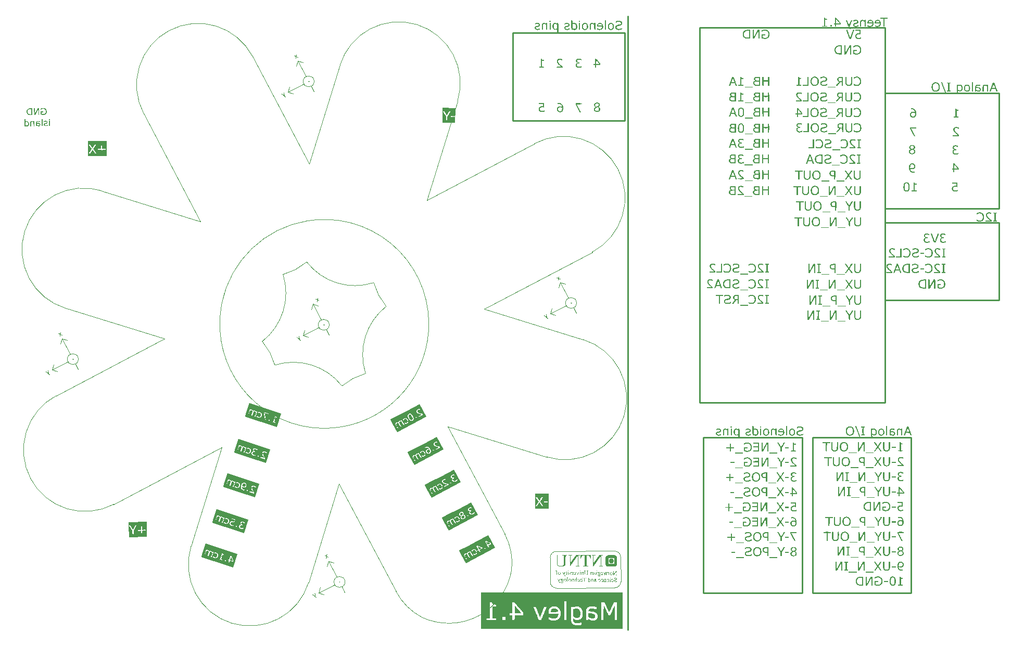
<source format=gbo>
G04 Layer: BottomSilkscreenLayer*
G04 EasyEDA Pro v2.2.35.2, 2025-02-07 11:44:48*
G04 Gerber Generator version 0.3*
G04 Scale: 100 percent, Rotated: No, Reflected: No*
G04 Dimensions in millimeters*
G04 Leading zeros omitted, absolute positions, 4 integers and 5 decimals*
%FSLAX45Y45*%
%MOMM*%
%ADD10C,0.1*%
%ADD11C,0.254*%
%ADD12C,0.2*%
G75*


G04 Image Start*
G36*
G01X8955707Y1250133D02*
G01X8955689Y1247023D01*
G01X8933235Y1247156D01*
G01X8932563Y1181151D01*
G01X8931986Y1115282D01*
G01X8931660Y1111767D01*
G01X8931335Y1108252D01*
G01X8931026Y1105819D01*
G01X8930716Y1103386D01*
G01X8930161Y1100684D01*
G01X8929606Y1097982D01*
G01X8929056Y1096092D01*
G01X8928506Y1094201D01*
G01X8927795Y1092312D01*
G01X8927085Y1090422D01*
G01X8926333Y1088939D01*
G01X8925580Y1087455D01*
G01X8923888Y1084915D01*
G01X8922195Y1082375D01*
G01X8919919Y1080161D01*
G01X8917643Y1077947D01*
G01X8915133Y1076290D01*
G01X8912624Y1074633D01*
G01X8910240Y1073453D01*
G01X8907856Y1072274D01*
G01X8906152Y1071643D01*
G01X8904447Y1071013D01*
G01X8901067Y1070058D01*
G01X8897686Y1069102D01*
G01X8890915Y1067818D01*
G01X8887260Y1067287D01*
G01X8883605Y1066756D01*
G01X8881110Y1066490D01*
G01X8878615Y1066224D01*
G01X8867906Y1065480D01*
G01X8851675Y1065576D01*
G01X8847213Y1065883D01*
G01X8842751Y1066190D01*
G01X8838561Y1066755D01*
G01X8834372Y1067320D01*
G01X8830454Y1068133D01*
G01X8826536Y1068946D01*
G01X8824105Y1069653D01*
G01X8821675Y1070361D01*
G01X8819380Y1071213D01*
G01X8817086Y1072065D01*
G01X8810612Y1075298D01*
G01X8808076Y1077134D01*
G01X8805540Y1078970D01*
G01X8803635Y1080879D01*
G01X8801729Y1082789D01*
G01X8800326Y1084686D01*
G01X8798924Y1086584D01*
G01X8797439Y1089482D01*
G01X8795955Y1092381D01*
G01X8794919Y1095599D01*
G01X8793883Y1098817D01*
G01X8793342Y1101714D01*
G01X8792801Y1104611D01*
G01X8792419Y1108062D01*
G01X8792036Y1111513D01*
G01X8791556Y1122337D01*
G01X8791874Y1176599D01*
G01X8792192Y1230861D01*
G01X8792064Y1239427D01*
G01X8791936Y1247994D01*
G01X8769029Y1248130D01*
G01X8769066Y1254352D01*
G01X8827498Y1254005D01*
G01X8827461Y1247783D01*
G01X8800744Y1247942D01*
G01X8800466Y1232997D01*
G01X8800188Y1218052D01*
G01X8799988Y1165436D01*
G01X8799787Y1112820D01*
G01X8800641Y1105781D01*
G01X8801741Y1100418D01*
G01X8802501Y1098045D01*
G01X8803261Y1095672D01*
G01X8805237Y1091686D01*
G01X8806328Y1090057D01*
G01X8807420Y1088427D01*
G01X8809583Y1086215D01*
G01X8811746Y1084003D01*
G01X8814037Y1082502D01*
G01X8816327Y1081001D01*
G01X8817792Y1080253D01*
G01X8819257Y1079506D01*
G01X8821643Y1078568D01*
G01X8824029Y1077630D01*
G01X8830365Y1076007D01*
G01X8836581Y1074888D01*
G01X8839825Y1074523D01*
G01X8843069Y1074157D01*
G01X8861735Y1074037D01*
G01X8864983Y1074373D01*
G01X8868232Y1074709D01*
G01X8871617Y1075354D01*
G01X8875003Y1076000D01*
G01X8878090Y1076942D01*
G01X8881177Y1077884D01*
G01X8883442Y1078915D01*
G01X8885707Y1079945D01*
G01X8888086Y1081468D01*
G01X8890464Y1082992D01*
G01X8894863Y1087427D01*
G01X8897165Y1090870D01*
G01X8898096Y1092758D01*
G01X8899027Y1094647D01*
G01X8900683Y1099615D01*
G01X8901235Y1102398D01*
G01X8901786Y1105181D01*
G01X8902097Y1107884D01*
G01X8902408Y1110588D01*
G01X8902991Y1121676D01*
G01X8903599Y1222084D01*
G01X8903494Y1234708D01*
G01X8903390Y1247333D01*
G01X8877237Y1247488D01*
G01X8877274Y1253710D01*
G01X8955726Y1253244D01*
G01X8955707Y1250133D01*
G37*
G36*
G01X9161303Y1248914D02*
G01X9161285Y1245803D01*
G01X9137026Y1245947D01*
G01X9136767Y1232354D01*
G01X9136507Y1218762D01*
G01X9135807Y1100817D01*
G01X9135999Y1072816D01*
G01X9160258Y1072672D01*
G01X9160219Y1066180D01*
G01X9099352Y1066541D01*
G01X9099390Y1073033D01*
G01X9127461Y1072867D01*
G01X9127719Y1085377D01*
G01X9127977Y1097887D01*
G01X9128653Y1240273D01*
G01X9067135Y1151910D01*
G01X9005617Y1063547D01*
G01X9005201Y1063670D01*
G01X9004785Y1063793D01*
G01X9001409Y1064776D01*
G01X9001894Y1146630D01*
G01X9002380Y1228485D01*
G01X9002255Y1237616D01*
G01X9002131Y1246747D01*
G01X8979495Y1246881D01*
G01X8979531Y1253103D01*
G01X9038235Y1252755D01*
G01X9038198Y1246533D01*
G01X9010963Y1246695D01*
G01X9010730Y1237566D01*
G01X9010497Y1228437D01*
G01X9010177Y1174503D01*
G01X9009856Y1120570D01*
G01X9087142Y1231499D01*
G01X9094407Y1241936D01*
G01X9101672Y1252373D01*
G01X9161322Y1252025D01*
G01X9161303Y1248914D01*
G37*
G36*
G01X9341354Y1250956D02*
G01X9341260Y1221199D01*
G01X9341166Y1191442D01*
G01X9333406Y1191488D01*
G01X9332822Y1199201D01*
G01X9332261Y1202586D01*
G01X9331700Y1205971D01*
G01X9330794Y1209195D01*
G01X9329888Y1212419D01*
G01X9327728Y1217898D01*
G01X9326250Y1220747D01*
G01X9324772Y1223597D01*
G01X9323037Y1226282D01*
G01X9321302Y1228968D01*
G01X9319881Y1230765D01*
G01X9318460Y1232561D01*
G01X9316145Y1234805D01*
G01X9313829Y1237048D01*
G01X9312406Y1237969D01*
G01X9310983Y1238891D01*
G01X9309095Y1239853D01*
G01X9307207Y1240815D01*
G01X9305027Y1241517D01*
G01X9302847Y1242219D01*
G01X9300588Y1242661D01*
G01X9298329Y1243103D01*
G01X9293984Y1243394D01*
G01X9289639Y1243684D01*
G01X9273608Y1243784D01*
G01X9272996Y1207943D01*
G01X9272696Y1140130D01*
G01X9272396Y1072317D01*
G01X9272690Y1072019D01*
G01X9301063Y1071702D01*
G01X9300859Y1065345D01*
G01X9214594Y1065857D01*
G01X9214633Y1072350D01*
G01X9242952Y1072182D01*
G01X9243159Y1077093D01*
G01X9243366Y1082005D01*
G01X9244273Y1234944D01*
G01X9243971Y1243960D01*
G01X9227584Y1244057D01*
G01X9220653Y1243528D01*
G01X9218213Y1243161D01*
G01X9215773Y1242794D01*
G01X9213337Y1242113D01*
G01X9210901Y1241432D01*
G01X9208646Y1240377D01*
G01X9206390Y1239321D01*
G01X9204429Y1237983D01*
G01X9202469Y1236645D01*
G01X9200410Y1234689D01*
G01X9198351Y1232733D01*
G01X9197079Y1231015D01*
G01X9195808Y1229297D01*
G01X9192227Y1223433D01*
G01X9190002Y1218715D01*
G01X9188948Y1215937D01*
G01X9187894Y1213160D01*
G01X9187081Y1210268D01*
G01X9186268Y1207375D01*
G01X9185384Y1203148D01*
G01X9184816Y1199082D01*
G01X9184249Y1195015D01*
G01X9184234Y1192373D01*
G01X9176118Y1192421D01*
G01X9176471Y1251935D01*
G01X9341354Y1250956D01*
G37*
G36*
G01X9539763Y1246670D02*
G01X9539744Y1243558D01*
G01X9515753Y1243700D01*
G01X9515548Y1239035D01*
G01X9515344Y1234369D01*
G01X9514427Y1079904D01*
G01X9514577Y1075237D01*
G01X9514726Y1070569D01*
G01X9538717Y1070427D01*
G01X9538679Y1063935D01*
G01X9477811Y1064296D01*
G01X9477850Y1070788D01*
G01X9506255Y1070620D01*
G01X9507247Y1237907D01*
G01X9507011Y1237651D01*
G01X9506775Y1237396D01*
G01X9445571Y1149432D01*
G01X9384366Y1061468D01*
G01X9382075Y1061925D01*
G01X9379912Y1062558D01*
G01X9379954Y1072442D01*
G01X9379996Y1082325D01*
G01X9380948Y1244500D01*
G01X9358225Y1244634D01*
G01X9358261Y1250856D01*
G01X9416965Y1250508D01*
G01X9416928Y1244286D01*
G01X9389421Y1244449D01*
G01X9388853Y1181526D01*
G01X9388285Y1118604D01*
G01X9388497Y1118390D01*
G01X9426264Y1172597D01*
G01X9464032Y1226804D01*
G01X9472112Y1238401D01*
G01X9480193Y1249998D01*
G01X9539781Y1249782D01*
G01X9539763Y1246670D01*
G37*
G36*
G01X9724684Y1248875D02*
G01X9725630Y1248776D01*
G01X9726576Y1248678D01*
G01X9729009Y1248371D01*
G01X9731442Y1248064D01*
G01X9733958Y1247379D01*
G01X9736474Y1246693D01*
G01X9738651Y1245875D01*
G01X9740828Y1245058D01*
G01X9743447Y1243693D01*
G01X9746067Y1242327D01*
G01X9748467Y1240724D01*
G01X9750867Y1239120D01*
G01X9753289Y1236943D01*
G01X9755711Y1234767D01*
G01X9757067Y1233171D01*
G01X9758423Y1231574D01*
G01X9760860Y1228314D01*
G01X9761841Y1226748D01*
G01X9762823Y1225182D01*
G01X9764036Y1222729D01*
G01X9765250Y1220277D01*
G01X9766134Y1217784D01*
G01X9767019Y1215292D01*
G01X9768100Y1210416D01*
G01X9768794Y1205543D01*
G01X9768195Y1104640D01*
G01X9767446Y1099775D01*
G01X9766646Y1096724D01*
G01X9765845Y1093673D01*
G01X9764690Y1090823D01*
G01X9763535Y1087973D01*
G01X9762188Y1085642D01*
G01X9760840Y1083312D01*
G01X9757763Y1079011D01*
G01X9750687Y1071963D01*
G01X9747564Y1069941D01*
G01X9744441Y1067918D01*
G01X9742174Y1066800D01*
G01X9739908Y1065682D01*
G01X9737835Y1064933D01*
G01X9735762Y1064183D01*
G01X9733652Y1063605D01*
G01X9731542Y1063027D01*
G01X9728505Y1062523D01*
G01X9725469Y1062019D01*
G01X9623482Y1062624D01*
G01X9620510Y1063158D01*
G01X9617537Y1063692D01*
G01X9615471Y1064277D01*
G01X9613406Y1064862D01*
G01X9611218Y1065675D01*
G01X9609029Y1066488D01*
G01X9606864Y1067593D01*
G01X9604699Y1068698D01*
G01X9600809Y1071213D01*
G01X9598631Y1072929D01*
G01X9596453Y1074644D01*
G01X9591729Y1079716D01*
G01X9590592Y1081211D01*
G01X9589454Y1082705D01*
G01X9587244Y1086369D01*
G01X9586136Y1088605D01*
G01X9585029Y1090840D01*
G01X9584152Y1093151D01*
G01X9583275Y1095462D01*
G01X9582619Y1098168D01*
G01X9581963Y1100875D01*
G01X9581265Y1105749D01*
G01X9581287Y1109394D01*
G01X9627953Y1109394D01*
G01X9721554Y1108839D01*
G01X9722107Y1202167D01*
G01X9628507Y1202723D01*
G01X9628230Y1156059D01*
G01X9628230Y1156059D01*
G01X9627953Y1109394D01*
G01X9581287Y1109394D01*
G01X9581864Y1206651D01*
G01X9582615Y1211516D01*
G01X9583184Y1213942D01*
G01X9583754Y1216368D01*
G01X9585886Y1221944D01*
G01X9587804Y1225697D01*
G01X9588926Y1227506D01*
G01X9590049Y1229316D01*
G01X9591613Y1231341D01*
G01X9593178Y1233366D01*
G01X9595613Y1235796D01*
G01X9598049Y1238227D01*
G01X9602632Y1241704D01*
G01X9604532Y1242806D01*
G01X9606432Y1243907D01*
G01X9608168Y1244766D01*
G01X9609905Y1245625D01*
G01X9612237Y1246499D01*
G01X9614569Y1247373D01*
G01X9618904Y1248548D01*
G01X9621206Y1248959D01*
G01X9623508Y1249369D01*
G01X9724684Y1248875D01*
G37*
G36*
G01X9678640Y1194254D02*
G01X9681208Y1193879D01*
G01X9683776Y1193505D01*
G01X9689447Y1191786D01*
G01X9695381Y1188853D01*
G01X9700206Y1185389D01*
G01X9702638Y1182924D01*
G01X9705070Y1180459D01*
G01X9706599Y1178291D01*
G01X9708128Y1176122D01*
G01X9709349Y1173794D01*
G01X9710570Y1171465D01*
G01X9711736Y1167839D01*
G01X9712903Y1164213D01*
G01X9713243Y1162047D01*
G01X9713583Y1159881D01*
G01X9713550Y1155688D01*
G01X9713518Y1151495D01*
G01X9713060Y1149063D01*
G01X9712601Y1146631D01*
G01X9711602Y1143673D01*
G01X9710602Y1140715D01*
G01X9709634Y1138815D01*
G01X9708666Y1136915D01*
G01X9707436Y1135029D01*
G01X9706206Y1133142D01*
G01X9704442Y1131050D01*
G01X9702679Y1128958D01*
G01X9700671Y1127228D01*
G01X9698664Y1125498D01*
G01X9696687Y1124181D01*
G01X9694711Y1122864D01*
G01X9689832Y1120451D01*
G01X9686717Y1119479D01*
G01X9683601Y1118508D01*
G01X9680623Y1118101D01*
G01X9677645Y1117694D01*
G01X9673723Y1117859D01*
G01X9669801Y1118024D01*
G01X9667640Y1118486D01*
G01X9665478Y1118948D01*
G01X9662657Y1119903D01*
G01X9659835Y1120859D01*
G01X9657220Y1122246D01*
G01X9654605Y1123634D01*
G01X9650084Y1127069D01*
G01X9647515Y1129778D01*
G01X9644945Y1132487D01*
G01X9643459Y1134764D01*
G01X9641972Y1137040D01*
G01X9639842Y1141381D01*
G01X9638869Y1144462D01*
G01X9637895Y1147543D01*
G01X9637495Y1150287D01*
G01X9637094Y1153030D01*
G01X9637133Y1159523D01*
G01X9637566Y1162261D01*
G01X9637998Y1165000D01*
G01X9639009Y1168069D01*
G01X9640019Y1171138D01*
G01X9642215Y1175453D01*
G01X9643740Y1177744D01*
G01X9645264Y1180034D01*
G01X9651540Y1186256D01*
G01X9657005Y1189827D01*
G01X9661040Y1191650D01*
G01X9664151Y1192629D01*
G01X9667262Y1193608D01*
G01X9670110Y1193970D01*
G01X9672959Y1194333D01*
G01X9675800Y1194293D01*
G01X9678640Y1194254D01*
G37*
G04 Image End*

G04 Text Start*
G36*
G01X6560506Y3709279D02*
G01X6669455Y3501163D01*
G01X6190294Y3250321D01*
G01X6120023Y3384555D01*
G01X6163667Y3384555D01*
G01X6163718Y3381845D01*
G01X6163983Y3379247D01*
G01X6164238Y3377192D01*
G01X6164923Y3375361D01*
G01X6165505Y3373203D01*
G01X6166987Y3369327D01*
G01X6168571Y3365779D01*
G01X6181624Y3340323D01*
G01X6195433Y3314989D01*
G01X6197274Y3315132D01*
G01X6201037Y3316829D01*
G01X6207153Y3320304D01*
G01X6208544Y3321306D01*
G01X6196064Y3345146D01*
G01X6183461Y3369743D01*
G01X6182327Y3372432D01*
G01X6180743Y3375981D01*
G01X6180048Y3378354D01*
G01X6179465Y3380512D01*
G01X6179098Y3382782D01*
G01X6179170Y3384735D01*
G01X6179774Y3387240D01*
G01X6181135Y3389868D01*
G01X6182618Y3391739D01*
G01X6183896Y3392956D01*
G01X6187650Y3395194D01*
G01X6192487Y3397453D01*
G01X6194860Y3398148D01*
G01X6196588Y3398505D01*
G01X6198859Y3398873D01*
G01X6201456Y3399138D01*
G01X6203624Y3399179D01*
G01X6207530Y3399034D01*
G01X6209811Y3398860D01*
G01X6213942Y3398286D01*
G01X6215169Y3397903D01*
G01X6216028Y3396916D01*
G01X6216825Y3394870D01*
G01X6230777Y3367696D01*
G01X6241394Y3347807D01*
G01X6245588Y3340972D01*
G01X6247451Y3341332D01*
G01X6251079Y3343026D01*
G01X6256981Y3346389D01*
G01X6258372Y3347391D01*
G01X6245891Y3371231D01*
G01X6232614Y3397116D01*
G01X6231695Y3399918D01*
G01X6230672Y3402393D01*
G01X6229416Y3405840D01*
G01X6229038Y3408652D01*
G01X6229110Y3410605D01*
G01X6229704Y3413652D01*
G01X6230430Y3415401D01*
G01X6231913Y3417272D01*
G01X6233294Y3418816D01*
G01X6237048Y3421054D01*
G01X6242315Y3423538D01*
G01X6245874Y3424580D01*
G01X6248144Y3424948D01*
G01X6250200Y3425203D01*
G01X6254106Y3425059D01*
G01X6256274Y3425099D01*
G01X6258227Y3425027D01*
G01X6260834Y3424750D01*
G01X6263769Y3424371D01*
G01X6265180Y3424289D01*
G01X6280022Y3395939D01*
G01X6295630Y3367169D01*
G01X6297601Y3367585D01*
G01X6301981Y3369673D01*
G01X6301981Y3369673D01*
G01X6307985Y3373363D01*
G01X6303352Y3383388D01*
G01X6288616Y3411930D01*
G01X6273529Y3440357D01*
G01X6267846Y3450038D01*
G01X6265982Y3449678D01*
G01X6262353Y3447983D01*
G01X6256452Y3444620D01*
G01X6255061Y3443619D01*
G01X6257085Y3439753D01*
G01X6258414Y3436823D01*
G01X6258352Y3435764D01*
G01X6256726Y3435734D01*
G01X6254988Y3435919D01*
G01X6251941Y3436512D01*
G01X6250202Y3436697D01*
G01X6248034Y3436657D01*
G01X6244128Y3436801D01*
G01X6241745Y3436648D01*
G01X6239905Y3436505D01*
G01X6238391Y3436260D01*
G01X6234505Y3435320D01*
G01X6229453Y3432949D01*
G01X6224625Y3430148D01*
G01X6223234Y3429146D01*
G01X6221526Y3427705D01*
G01X6218765Y3424617D01*
G01X6216545Y3421540D01*
G01X6215296Y3418697D01*
G01X6214468Y3416622D01*
G01X6214078Y3414229D01*
G01X6213782Y3412705D01*
G01X6213699Y3411294D01*
G01X6213075Y3409873D01*
G01X6211674Y3409413D01*
G01X6208627Y3410007D01*
G01X6202430Y3410867D01*
G01X6200150Y3411042D01*
G01X6198197Y3411114D01*
G01X6196029Y3411073D01*
G01X6193646Y3410920D01*
G01X6191049Y3410655D01*
G01X6188993Y3410400D01*
G01X6185107Y3409460D01*
G01X6179840Y3406977D01*
G01X6174798Y3404063D01*
G01X6173192Y3402949D01*
G01X6171054Y3401283D01*
G01X6169142Y3399187D01*
G01X6167658Y3397316D01*
G01X6166492Y3395885D01*
G01X6165868Y3394463D01*
G01X6165142Y3392715D01*
G01X6164630Y3391079D01*
G01X6164333Y3389555D01*
G01X6163831Y3387377D01*
G01X6163667Y3384555D01*
G01X6120023Y3384555D01*
G01X6083346Y3454614D01*
G01X6286519Y3454614D01*
G01X6290117Y3447742D01*
G01X6293005Y3442618D01*
G01X6294472Y3440991D01*
G01X6295433Y3441768D01*
G01X6296375Y3443629D01*
G01X6297633Y3445930D01*
G01X6299945Y3449876D01*
G01X6301316Y3451962D01*
G01X6302799Y3453833D01*
G01X6305561Y3456921D01*
G01X6307371Y3458690D01*
G01X6309079Y3460131D01*
G01X6312291Y3462359D01*
G01X6313682Y3463361D01*
G01X6316914Y3464506D01*
G01X6319388Y3465528D01*
G01X6322518Y3466345D01*
G01X6325330Y3466723D01*
G01X6327498Y3466763D01*
G01X6329778Y3466589D01*
G01X6331844Y3466302D01*
G01X6333368Y3466005D01*
G01X6335658Y3465289D01*
G01X6337846Y3464245D01*
G01X6339820Y3463089D01*
G01X6341905Y3461718D01*
G01X6344993Y3458956D01*
G01X6346762Y3457146D01*
G01X6348203Y3455438D01*
G01X6350432Y3452227D01*
G01X6353120Y3447614D01*
G01X6356053Y3441488D01*
G01X6357198Y3438256D01*
G01X6357893Y3435883D01*
G01X6358832Y3431997D01*
G01X6359200Y3429727D01*
G01X6359353Y3427344D01*
G01X6359291Y3424849D01*
G01X6359014Y3422242D01*
G01X6358512Y3420064D01*
G01X6357489Y3416792D01*
G01X6356865Y3415370D01*
G01X6355811Y3413724D01*
G01X6354543Y3411965D01*
G01X6352845Y3409982D01*
G01X6351034Y3408213D01*
G01X6347393Y3405760D01*
G01X6346002Y3404758D01*
G01X6344386Y3404186D01*
G01X6340725Y3402817D01*
G01X6338353Y3402122D01*
G01X6335223Y3401304D01*
G01X6332196Y3400814D01*
G01X6329814Y3400661D01*
G01X6325478Y3400581D01*
G01X6323197Y3400755D01*
G01X6320590Y3401032D01*
G01X6318637Y3401104D01*
G01X6317113Y3401401D01*
G01X6315487Y3401371D01*
G01X6315770Y3399261D01*
G01X6318338Y3393833D01*
G01X6322049Y3386746D01*
G01X6323347Y3386878D01*
G01X6325515Y3386919D01*
G01X6329197Y3387204D01*
G01X6333308Y3387714D01*
G01X6335578Y3388082D01*
G01X6338063Y3388562D01*
G01X6340978Y3389267D01*
G01X6343565Y3390074D01*
G01X6350765Y3393570D01*
G01X6350765Y3393570D01*
G01X6357740Y3397495D01*
G01X6358804Y3398599D01*
G01X6360727Y3400153D01*
G01X6363182Y3402259D01*
G01X6365309Y3404467D01*
G01X6366792Y3406338D01*
G01X6368061Y3408097D01*
G01X6369432Y3410183D01*
G01X6370690Y3412483D01*
G01X6371631Y3414344D01*
G01X6372255Y3415765D01*
G01X6373791Y3420673D01*
G01X6374087Y3422197D01*
G01X6374272Y3423935D01*
G01X6374446Y3426216D01*
G01X6374508Y3428711D01*
G01X6374468Y3430879D01*
G01X6374315Y3433262D01*
G01X6373457Y3438559D01*
G01X6372068Y3443304D01*
G01X6370473Y3447395D01*
G01X6367877Y3452877D01*
G01X6364852Y3458134D01*
G01X6362623Y3461345D01*
G01X6361621Y3462736D01*
G01X6359955Y3464874D01*
G01X6358186Y3466684D01*
G01X6356857Y3468177D01*
G01X6355201Y3469773D01*
G01X6353218Y3471471D01*
G01X6350907Y3473272D01*
G01X6348494Y3474745D01*
G01X6346633Y3475686D01*
G01X6345427Y3476422D01*
G01X6344005Y3477046D01*
G01X6336807Y3479298D01*
G01X6334414Y3479687D01*
G01X6332348Y3479974D01*
G01X6329853Y3480036D01*
G01X6325517Y3479955D01*
G01X6322705Y3479578D01*
G01X6320435Y3479210D01*
G01X6315260Y3477596D01*
G01X6309134Y3474662D01*
G01X6302803Y3471074D01*
G01X6300451Y3469296D01*
G01X6298528Y3467742D01*
G01X6296820Y3466300D01*
G01X6295009Y3464532D01*
G01X6291818Y3461219D01*
G01X6290120Y3459236D01*
G01X6288637Y3457365D01*
G01X6287368Y3455606D01*
G01X6286519Y3454614D01*
G01X6083346Y3454614D01*
G01X6081345Y3458437D01*
G01X6189081Y3514837D01*
G01X6364446Y3514837D01*
G01X6364599Y3512454D01*
G01X6365109Y3508343D01*
G01X6365477Y3506073D01*
G01X6366182Y3503159D01*
G01X6366662Y3500674D01*
G01X6368276Y3495499D01*
G01X6369421Y3492267D01*
G01X6371015Y3488176D01*
G01X6374633Y3480219D01*
G01X6376780Y3475597D01*
G01X6379355Y3471199D01*
G01X6383833Y3463692D01*
G01X6385059Y3461871D01*
G01X6386511Y3459621D01*
G01X6388514Y3456839D01*
G01X6390293Y3454487D01*
G01X6391847Y3452564D01*
G01X6394066Y3449894D01*
G01X6396499Y3447337D01*
G01X6398707Y3445210D01*
G01X6400690Y3443512D01*
G01X6404208Y3440975D01*
G01X6405854Y3439921D01*
G01X6407173Y3438970D01*
G01X6408706Y3438131D01*
G01X6411549Y3436883D01*
G01X6415475Y3435655D01*
G01X6417868Y3435265D01*
G01X6419934Y3434979D01*
G01X6422429Y3434917D01*
G01X6424597Y3434957D01*
G01X6426652Y3435212D01*
G01X6428923Y3435580D01*
G01X6431622Y3436172D01*
G01X6433995Y3436867D01*
G01X6440980Y3440250D01*
G01X6440980Y3440250D01*
G01X6447741Y3444063D01*
G01X6448804Y3445167D01*
G01X6450727Y3446721D01*
G01X6452752Y3448602D01*
G01X6454450Y3450585D01*
G01X6455934Y3452456D01*
G01X6456987Y3454103D01*
G01X6458246Y3456403D01*
G01X6459289Y3458591D01*
G01X6461029Y3464154D01*
G01X6461408Y3467089D01*
G01X6461685Y3469696D01*
G01X6461747Y3472191D01*
G01X6461594Y3474574D01*
G01X6461329Y3477172D01*
G01X6460839Y3480198D01*
G01X6460236Y3483440D01*
G01X6459756Y3485925D01*
G01X6458142Y3491100D01*
G01X6456997Y3494332D01*
G01X6456953Y3494446D01*
G01X6492236Y3494446D01*
G01X6502355Y3475116D01*
G01X6519108Y3483886D01*
G01X6514048Y3493551D01*
G01X6514048Y3493551D01*
G01X6508988Y3503216D01*
G01X6492236Y3494446D01*
G01X6456953Y3494446D01*
G01X6455403Y3498423D01*
G01X6452684Y3504661D01*
G01X6449189Y3511861D01*
G01X6445264Y3518836D01*
G01X6441686Y3524625D01*
G01X6440572Y3526231D01*
G01X6439232Y3528266D01*
G01X6437229Y3531048D01*
G01X6435450Y3533401D01*
G01X6431126Y3538525D01*
G01X6429357Y3540335D01*
G01X6427701Y3541931D01*
G01X6426157Y3543312D01*
G01X6423294Y3545644D01*
G01X6421648Y3546698D01*
G01X6419563Y3548069D01*
G01X6417701Y3549010D01*
G01X6416168Y3549849D01*
G01X6414419Y3550575D01*
G01X6410493Y3551803D01*
G01X6408100Y3552192D01*
G01X6406034Y3552479D01*
G01X6403539Y3552541D01*
G01X6401371Y3552501D01*
G01X6399316Y3552246D01*
G01X6397046Y3551878D01*
G01X6394346Y3551286D01*
G01X6391973Y3550591D01*
G01X6385632Y3547545D01*
G01X6379516Y3544070D01*
G01X6377164Y3542291D01*
G01X6374709Y3540185D01*
G01X6373113Y3538529D01*
G01X6371732Y3536985D01*
G01X6368878Y3533028D01*
G01X6367937Y3531167D01*
G01X6367098Y3529633D01*
G01X6366372Y3527885D01*
G01X6365348Y3524613D01*
G01X6364959Y3522220D01*
G01X6364683Y3519613D01*
G01X6364508Y3517332D01*
G01X6364446Y3514837D01*
G01X6189081Y3514837D01*
G01X6337864Y3592725D01*
G01X6505912Y3592725D01*
G01X6505952Y3590557D01*
G01X6506095Y3588717D01*
G01X6506350Y3586661D01*
G01X6506942Y3583961D01*
G01X6507637Y3581589D01*
G01X6509221Y3578040D01*
G01X6511910Y3573427D01*
G01X6514138Y3570216D01*
G01X6516357Y3567546D01*
G01X6518677Y3565204D01*
G01X6520661Y3563506D01*
G01X6522532Y3562023D01*
G01X6524290Y3560754D01*
G01X6525936Y3559701D01*
G01X6527910Y3558544D01*
G01X6529771Y3557603D01*
G01X6531959Y3556560D01*
G01X6534801Y3555311D01*
G01X6536990Y3554268D01*
G01X6538626Y3553756D01*
G01X6542123Y3552303D01*
G01X6555865Y3548005D01*
G01X6558258Y3547616D01*
G01X6563166Y3546081D01*
G01X6567522Y3545077D01*
G01X6569813Y3544361D01*
G01X6572206Y3543972D01*
G01X6573842Y3543460D01*
G01X6586910Y3540451D01*
G01X6592462Y3539253D01*
G01X6594098Y3538741D01*
G01X6587640Y3534744D01*
G01X6567159Y3523817D01*
G01X6539668Y3509426D01*
G01X6545740Y3497828D01*
G01X6615756Y3534482D01*
G01X6615756Y3534482D01*
G01X6612383Y3540925D01*
G01X6608233Y3548330D01*
G01X6607379Y3549046D01*
G01X6604521Y3549670D01*
G01X6591453Y3552680D01*
G01X6587752Y3553478D01*
G01X6583395Y3554482D01*
G01X6581759Y3554993D01*
G01X6578712Y3555587D01*
G01X6575440Y3556611D01*
G01X6572393Y3557204D01*
G01X6552760Y3563345D01*
G01X6548609Y3565002D01*
G01X6546973Y3565514D01*
G01X6545552Y3566138D01*
G01X6543476Y3566967D01*
G01X6541288Y3568011D01*
G01X6539427Y3568952D01*
G01X6537454Y3570108D01*
G01X6535920Y3570947D01*
G01X6534274Y3572000D01*
G01X6532290Y3573698D01*
G01X6530082Y3575826D01*
G01X6528313Y3577637D01*
G01X6524971Y3582454D01*
G01X6524061Y3584714D01*
G01X6523141Y3587516D01*
G01X6522324Y3590645D01*
G01X6522171Y3593028D01*
G01X6522141Y3594654D01*
G01X6522438Y3596178D01*
G01X6523461Y3599450D01*
G01X6524085Y3600871D01*
G01X6525139Y3602517D01*
G01X6526622Y3604388D01*
G01X6528218Y3606044D01*
G01X6529711Y3607373D01*
G01X6533352Y3609827D01*
G01X6534958Y3610941D01*
G01X6538619Y3612310D01*
G01X6541309Y3613445D01*
G01X6543682Y3614140D01*
G01X6546269Y3614947D01*
G01X6549184Y3615652D01*
G01X6553724Y3616387D01*
G01X6556322Y3616652D01*
G01X6558704Y3616805D01*
G01X6563040Y3616886D01*
G01X6564993Y3616814D01*
G01X6566732Y3616629D01*
G01X6568245Y3616874D01*
G01X6568018Y3618876D01*
G01X6565619Y3623982D01*
G01X6561581Y3631172D01*
G01X6559731Y3631571D01*
G01X6557348Y3631418D01*
G01X6550537Y3630316D01*
G01X6547622Y3629611D01*
G01X6545137Y3629131D01*
G01X6540392Y3627741D01*
G01X6536731Y3626372D01*
G01X6530175Y3623213D01*
G01X6522985Y3619176D01*
G01X6520203Y3617172D01*
G01X6517534Y3614954D01*
G01X6515723Y3613185D01*
G01X6514128Y3611529D01*
G01X6512645Y3609658D01*
G01X6511376Y3607899D01*
G01X6510005Y3605814D01*
G01X6508952Y3604167D01*
G01X6508327Y3602746D01*
G01X6506281Y3596202D01*
G01X6505984Y3594679D01*
G01X6505912Y3592725D01*
G01X6337864Y3592725D01*
G01X6560506Y3709279D01*
G37*
G36*
G01X6438130Y3453534D02*
G01X6436310Y3452308D01*
G01X6434162Y3451184D01*
G01X6430501Y3449814D01*
G01X6427372Y3448997D01*
G01X6424989Y3448844D01*
G01X6422821Y3448804D01*
G01X6420755Y3449090D01*
G01X6416829Y3450319D01*
G01X6414528Y3451577D01*
G01X6412882Y3452630D01*
G01X6411011Y3454114D01*
G01X6407147Y3457837D01*
G01X6404264Y3461253D01*
G01X6402035Y3464465D01*
G01X6399132Y3468965D01*
G01X6392059Y3481954D01*
G01X6385415Y3495167D01*
G01X6384506Y3497427D01*
G01X6383146Y3500547D01*
G01X6382002Y3503778D01*
G01X6381307Y3506151D01*
G01X6380735Y3507767D01*
G01X6380265Y3509710D01*
G01X6379530Y3514250D01*
G01X6379377Y3516633D01*
G01X6379336Y3518801D01*
G01X6379511Y3521082D01*
G01X6380012Y3523260D01*
G01X6380524Y3524896D01*
G01X6381353Y3526971D01*
G01X6382509Y3528945D01*
G01X6383992Y3530816D01*
G01X6385588Y3532472D01*
G01X6388799Y3534700D01*
G01X6390190Y3535702D01*
G01X6391806Y3536275D01*
G01X6395467Y3537644D01*
G01X6397625Y3538226D01*
G01X6399895Y3538594D01*
G01X6402063Y3538634D01*
G01X6404017Y3538562D01*
G01X6407064Y3537968D01*
G01X6408373Y3537559D01*
G01X6409794Y3536935D01*
G01X6411328Y3536096D01*
G01X6412974Y3535042D01*
G01X6414732Y3533774D01*
G01X6418045Y3530582D01*
G01X6419926Y3528557D01*
G01X6421480Y3526634D01*
G01X6423483Y3523853D01*
G01X6426386Y3519352D01*
G01X6431313Y3510986D01*
G01X6434564Y3505300D01*
G01X6437385Y3499388D01*
G01X6441678Y3490143D01*
G01X6442362Y3488312D01*
G01X6443497Y3485623D01*
G01X6444416Y3482820D01*
G01X6445111Y3480448D01*
G01X6446051Y3476562D01*
G01X6446418Y3474291D01*
G01X6446684Y3471694D01*
G01X6446847Y3468769D01*
G01X6446560Y3466704D01*
G01X6446376Y3464965D01*
G01X6445772Y3462460D01*
G01X6444411Y3459832D01*
G01X6443040Y3457746D01*
G01X6441659Y3456203D01*
G01X6440380Y3454986D01*
G01X6438130Y3453534D01*
G37*
G36*
G01X6839906Y3175879D02*
G01X6948855Y2967763D01*
G01X6469694Y2716921D01*
G01X6399423Y2851155D01*
G01X6443067Y2851155D01*
G01X6443118Y2848445D01*
G01X6443383Y2845847D01*
G01X6443638Y2843792D01*
G01X6444323Y2841961D01*
G01X6444905Y2839803D01*
G01X6446387Y2835927D01*
G01X6447971Y2832379D01*
G01X6461024Y2806923D01*
G01X6474833Y2781589D01*
G01X6476674Y2781732D01*
G01X6480437Y2783429D01*
G01X6486553Y2786904D01*
G01X6487944Y2787906D01*
G01X6475464Y2811746D01*
G01X6462861Y2836343D01*
G01X6461727Y2839032D01*
G01X6460143Y2842581D01*
G01X6459448Y2844954D01*
G01X6458865Y2847112D01*
G01X6458498Y2849382D01*
G01X6458570Y2851335D01*
G01X6459174Y2853840D01*
G01X6460535Y2856468D01*
G01X6462018Y2858339D01*
G01X6463296Y2859556D01*
G01X6467050Y2861794D01*
G01X6471887Y2864053D01*
G01X6474260Y2864748D01*
G01X6475988Y2865105D01*
G01X6478259Y2865473D01*
G01X6480856Y2865738D01*
G01X6483024Y2865779D01*
G01X6486930Y2865634D01*
G01X6489211Y2865460D01*
G01X6493342Y2864886D01*
G01X6494569Y2864503D01*
G01X6495428Y2863516D01*
G01X6496225Y2861470D01*
G01X6510177Y2834296D01*
G01X6520794Y2814407D01*
G01X6524988Y2807572D01*
G01X6526851Y2807932D01*
G01X6530479Y2809626D01*
G01X6536381Y2812989D01*
G01X6537772Y2813991D01*
G01X6525291Y2837831D01*
G01X6512014Y2863716D01*
G01X6511095Y2866518D01*
G01X6510072Y2868993D01*
G01X6508816Y2872440D01*
G01X6508438Y2875252D01*
G01X6508510Y2877205D01*
G01X6509104Y2880252D01*
G01X6509830Y2882001D01*
G01X6511313Y2883872D01*
G01X6512694Y2885416D01*
G01X6516448Y2887654D01*
G01X6521715Y2890138D01*
G01X6525274Y2891180D01*
G01X6527544Y2891548D01*
G01X6529600Y2891803D01*
G01X6533506Y2891659D01*
G01X6535674Y2891699D01*
G01X6537627Y2891627D01*
G01X6540234Y2891350D01*
G01X6543169Y2890971D01*
G01X6544580Y2890889D01*
G01X6559422Y2862539D01*
G01X6575030Y2833769D01*
G01X6577001Y2834185D01*
G01X6581381Y2836273D01*
G01X6581381Y2836273D01*
G01X6587385Y2839963D01*
G01X6582752Y2849988D01*
G01X6568016Y2878530D01*
G01X6552929Y2906957D01*
G01X6547246Y2916638D01*
G01X6545382Y2916278D01*
G01X6541753Y2914583D01*
G01X6535852Y2911220D01*
G01X6534461Y2910219D01*
G01X6536485Y2906353D01*
G01X6537814Y2903423D01*
G01X6537752Y2902364D01*
G01X6536126Y2902334D01*
G01X6534388Y2902519D01*
G01X6531341Y2903112D01*
G01X6529602Y2903297D01*
G01X6527434Y2903257D01*
G01X6523528Y2903401D01*
G01X6521145Y2903248D01*
G01X6519305Y2903105D01*
G01X6517791Y2902860D01*
G01X6513905Y2901920D01*
G01X6508853Y2899549D01*
G01X6504025Y2896748D01*
G01X6502634Y2895746D01*
G01X6500926Y2894305D01*
G01X6498165Y2891217D01*
G01X6495945Y2888140D01*
G01X6494696Y2885297D01*
G01X6493868Y2883222D01*
G01X6493478Y2880829D01*
G01X6493182Y2879305D01*
G01X6493099Y2877894D01*
G01X6492475Y2876473D01*
G01X6491074Y2876013D01*
G01X6488027Y2876607D01*
G01X6481830Y2877467D01*
G01X6479550Y2877642D01*
G01X6477597Y2877714D01*
G01X6475429Y2877673D01*
G01X6473046Y2877520D01*
G01X6470449Y2877255D01*
G01X6468393Y2877000D01*
G01X6464507Y2876060D01*
G01X6459240Y2873577D01*
G01X6454198Y2870663D01*
G01X6452592Y2869549D01*
G01X6450454Y2867883D01*
G01X6448542Y2865787D01*
G01X6447058Y2863916D01*
G01X6445892Y2862485D01*
G01X6445268Y2861063D01*
G01X6444542Y2859315D01*
G01X6444030Y2857679D01*
G01X6443733Y2856155D01*
G01X6443231Y2853977D01*
G01X6443067Y2851155D01*
G01X6399423Y2851155D01*
G01X6362746Y2921214D01*
G01X6565919Y2921214D01*
G01X6569517Y2914342D01*
G01X6572405Y2909218D01*
G01X6573872Y2907591D01*
G01X6574833Y2908368D01*
G01X6575775Y2910229D01*
G01X6577033Y2912530D01*
G01X6579345Y2916476D01*
G01X6580716Y2918562D01*
G01X6582199Y2920433D01*
G01X6584961Y2923521D01*
G01X6586771Y2925290D01*
G01X6588479Y2926731D01*
G01X6591691Y2928959D01*
G01X6593082Y2929961D01*
G01X6596314Y2931106D01*
G01X6598788Y2932128D01*
G01X6601918Y2932945D01*
G01X6604730Y2933323D01*
G01X6606898Y2933363D01*
G01X6609178Y2933189D01*
G01X6611244Y2932902D01*
G01X6612768Y2932605D01*
G01X6615058Y2931889D01*
G01X6617246Y2930845D01*
G01X6619220Y2929689D01*
G01X6621305Y2928318D01*
G01X6624393Y2925556D01*
G01X6626162Y2923746D01*
G01X6627603Y2922038D01*
G01X6629832Y2918827D01*
G01X6632520Y2914214D01*
G01X6635453Y2908088D01*
G01X6636598Y2904856D01*
G01X6637293Y2902483D01*
G01X6638232Y2898597D01*
G01X6638600Y2896327D01*
G01X6638753Y2893944D01*
G01X6638691Y2891449D01*
G01X6638414Y2888842D01*
G01X6637912Y2886664D01*
G01X6636889Y2883392D01*
G01X6636265Y2881970D01*
G01X6635211Y2880324D01*
G01X6633943Y2878565D01*
G01X6632245Y2876582D01*
G01X6630434Y2874813D01*
G01X6626793Y2872360D01*
G01X6625402Y2871358D01*
G01X6623786Y2870786D01*
G01X6620125Y2869417D01*
G01X6617753Y2868722D01*
G01X6614623Y2867904D01*
G01X6611596Y2867414D01*
G01X6609214Y2867261D01*
G01X6604878Y2867181D01*
G01X6602597Y2867355D01*
G01X6599990Y2867632D01*
G01X6598037Y2867704D01*
G01X6596513Y2868001D01*
G01X6594887Y2867971D01*
G01X6595170Y2865861D01*
G01X6597738Y2860433D01*
G01X6601449Y2853346D01*
G01X6602747Y2853478D01*
G01X6604915Y2853519D01*
G01X6608597Y2853804D01*
G01X6612708Y2854314D01*
G01X6614978Y2854682D01*
G01X6617463Y2855162D01*
G01X6620378Y2855867D01*
G01X6622965Y2856674D01*
G01X6630165Y2860170D01*
G01X6630165Y2860170D01*
G01X6637140Y2864095D01*
G01X6638204Y2865199D01*
G01X6640127Y2866753D01*
G01X6642582Y2868859D01*
G01X6644709Y2871067D01*
G01X6646192Y2872938D01*
G01X6647461Y2874697D01*
G01X6648832Y2876783D01*
G01X6650090Y2879083D01*
G01X6651031Y2880944D01*
G01X6651655Y2882365D01*
G01X6653191Y2887273D01*
G01X6653487Y2888797D01*
G01X6653672Y2890535D01*
G01X6653846Y2892816D01*
G01X6653908Y2895311D01*
G01X6653868Y2897479D01*
G01X6653715Y2899862D01*
G01X6652857Y2905159D01*
G01X6651468Y2909904D01*
G01X6649873Y2913995D01*
G01X6647277Y2919477D01*
G01X6644252Y2924734D01*
G01X6642023Y2927945D01*
G01X6641021Y2929336D01*
G01X6639355Y2931474D01*
G01X6637586Y2933284D01*
G01X6636257Y2934777D01*
G01X6634601Y2936373D01*
G01X6632618Y2938071D01*
G01X6630307Y2939872D01*
G01X6627894Y2941345D01*
G01X6626033Y2942286D01*
G01X6624827Y2943022D01*
G01X6623405Y2943646D01*
G01X6616207Y2945898D01*
G01X6613814Y2946287D01*
G01X6611748Y2946574D01*
G01X6609253Y2946636D01*
G01X6604917Y2946555D01*
G01X6602105Y2946178D01*
G01X6599835Y2945810D01*
G01X6594660Y2944196D01*
G01X6588534Y2941262D01*
G01X6582203Y2937674D01*
G01X6579851Y2935896D01*
G01X6577928Y2934342D01*
G01X6576220Y2932900D01*
G01X6574409Y2931132D01*
G01X6571218Y2927819D01*
G01X6569520Y2925836D01*
G01X6568037Y2923965D01*
G01X6566768Y2922206D01*
G01X6565919Y2921214D01*
G01X6362746Y2921214D01*
G01X6360745Y2925037D01*
G01X6500578Y2998240D01*
G01X6637786Y2998240D01*
G01X6640934Y2992226D01*
G01X6644634Y2985681D01*
G01X6645182Y2985420D01*
G01X6645719Y2985701D01*
G01X6646997Y2986918D01*
G01X6648378Y2988461D01*
G01X6650189Y2990230D01*
G01X6651897Y2991671D01*
G01X6655538Y2994125D01*
G01X6657143Y2995239D01*
G01X6658974Y2995924D01*
G01X6663924Y2997968D01*
G01X6666511Y2998775D01*
G01X6669426Y2999480D01*
G01X6671696Y2999848D01*
G01X6673752Y3000102D01*
G01X6675920Y3000143D01*
G01X6678415Y3000081D01*
G01X6681022Y2999804D01*
G01X6683200Y2999303D01*
G01X6684724Y2999006D01*
G01X6686033Y2998596D01*
G01X6687454Y2997972D01*
G01X6689744Y2997256D01*
G01X6692372Y2995895D01*
G01X6694673Y2994637D01*
G01X6696759Y2993266D01*
G01X6698630Y2991783D01*
G01X6700613Y2990085D01*
G01X6702934Y2987742D01*
G01X6704702Y2985932D01*
G01X6706256Y2984009D01*
G01X6708260Y2981227D01*
G01X6708945Y2979396D01*
G01X6707216Y2979039D01*
G01X6704936Y2979213D01*
G01X6702768Y2979173D01*
G01X6697573Y2978642D01*
G01X6694546Y2978152D01*
G01X6692061Y2977672D01*
G01X6688829Y2976528D01*
G01X6682059Y2973257D01*
G01X6675513Y2969557D01*
G01X6672731Y2967553D01*
G01X6671023Y2966112D01*
G01X6668783Y2964118D01*
G01X6667300Y2962247D01*
G01X6664446Y2958291D01*
G01X6661929Y2953689D01*
G01X6661100Y2951614D01*
G01X6659872Y2947687D01*
G01X6659483Y2945295D01*
G01X6659186Y2943771D01*
G01X6659114Y2941818D01*
G01X6659155Y2939650D01*
G01X6659410Y2937594D01*
G01X6659777Y2935324D01*
G01X6660370Y2932624D01*
G01X6661065Y2930252D01*
G01X6662199Y2927562D01*
G01X6663558Y2924443D01*
G01X6664458Y2922724D01*
G01X6665909Y2920474D01*
G01X6667811Y2917365D01*
G01X6669365Y2915442D01*
G01X6670366Y2914051D01*
G01X6671695Y2912558D01*
G01X6673352Y2910962D01*
G01X6674895Y2909581D01*
G01X6678852Y2906727D01*
G01X6681153Y2905469D01*
G01X6683014Y2904528D01*
G01X6685856Y2903279D01*
G01X6690765Y2901744D01*
G01X6693157Y2901355D01*
G01X6696092Y2900976D01*
G01X6698372Y2900802D01*
G01X6702708Y2900882D01*
G01X6704764Y2901138D01*
G01X6707034Y2901505D01*
G01X6709734Y2902098D01*
G01X6712106Y2902793D01*
G01X6718877Y2906063D01*
G01X6718877Y2906063D01*
G01X6725422Y2909763D01*
G01X6726486Y2910868D01*
G01X6728194Y2912309D01*
G01X6730434Y2914303D01*
G01X6732132Y2916286D01*
G01X6733616Y2918157D01*
G01X6734884Y2919916D01*
G01X6736040Y2921889D01*
G01X6737923Y2925611D01*
G01X6738751Y2927687D01*
G01X6739979Y2931613D01*
G01X6740369Y2934006D01*
G01X6740655Y2936071D01*
G01X6740830Y2938352D01*
G01X6740902Y2940305D01*
G01X6740861Y2942473D01*
G01X6740709Y2944856D01*
G01X6740443Y2947453D01*
G01X6739841Y2950695D01*
G01X6739361Y2953180D01*
G01X6737971Y2957925D01*
G01X6736866Y2961046D01*
G01X6771636Y2961046D01*
G01X6781755Y2941716D01*
G01X6798508Y2950486D01*
G01X6793448Y2960151D01*
G01X6793448Y2960151D01*
G01X6788388Y2969816D01*
G01X6771636Y2961046D01*
G01X6736866Y2961046D01*
G01X6736827Y2961157D01*
G01X6734558Y2966536D01*
G01X6731737Y2972448D01*
G01X6728486Y2978134D01*
G01X6727147Y2980169D01*
G01X6725133Y2983493D01*
G01X6722905Y2986705D01*
G01X6721126Y2989057D01*
G01X6718018Y2992903D01*
G01X6715360Y2995890D01*
G01X6713479Y2997915D01*
G01X6711384Y2999828D01*
G01X6709400Y3001526D01*
G01X6704124Y3005331D01*
G01X6702478Y3006385D01*
G01X6700505Y3007541D01*
G01X6698859Y3008594D01*
G01X6694595Y3010467D01*
G01X6687396Y3012718D01*
G01X6685004Y3013107D01*
G01X6682938Y3013394D01*
G01X6680330Y3013671D01*
G01X6678050Y3013845D01*
G01X6675882Y3013805D01*
G01X6673499Y3013652D01*
G01X6670902Y3013387D01*
G01X6665605Y3012529D01*
G01X6661289Y3011364D01*
G01X6657627Y3009995D01*
G01X6650642Y3006612D01*
G01X6643023Y3002350D01*
G01X6639177Y2999242D01*
G01X6637786Y2998240D01*
G01X6500578Y2998240D01*
G01X6617264Y3059325D01*
G01X6785312Y3059325D01*
G01X6785352Y3057157D01*
G01X6785495Y3055317D01*
G01X6785750Y3053261D01*
G01X6786342Y3050561D01*
G01X6787037Y3048189D01*
G01X6788621Y3044640D01*
G01X6791310Y3040027D01*
G01X6793538Y3036816D01*
G01X6795757Y3034146D01*
G01X6798077Y3031804D01*
G01X6800061Y3030106D01*
G01X6801932Y3028623D01*
G01X6803690Y3027354D01*
G01X6805336Y3026301D01*
G01X6807310Y3025144D01*
G01X6809171Y3024203D01*
G01X6811359Y3023160D01*
G01X6814201Y3021911D01*
G01X6816390Y3020868D01*
G01X6818026Y3020356D01*
G01X6821523Y3018903D01*
G01X6835265Y3014605D01*
G01X6837658Y3014216D01*
G01X6842566Y3012681D01*
G01X6846922Y3011677D01*
G01X6849213Y3010961D01*
G01X6851606Y3010572D01*
G01X6853242Y3010060D01*
G01X6866310Y3007051D01*
G01X6871862Y3005853D01*
G01X6873498Y3005341D01*
G01X6867040Y3001344D01*
G01X6846559Y2990417D01*
G01X6819068Y2976026D01*
G01X6825140Y2964428D01*
G01X6895156Y3001082D01*
G01X6895156Y3001082D01*
G01X6891783Y3007525D01*
G01X6887633Y3014930D01*
G01X6886779Y3015646D01*
G01X6883921Y3016270D01*
G01X6870853Y3019280D01*
G01X6867152Y3020078D01*
G01X6862795Y3021082D01*
G01X6861159Y3021593D01*
G01X6858112Y3022187D01*
G01X6854840Y3023211D01*
G01X6851793Y3023804D01*
G01X6832160Y3029945D01*
G01X6828009Y3031602D01*
G01X6826373Y3032114D01*
G01X6824952Y3032738D01*
G01X6822876Y3033567D01*
G01X6820688Y3034611D01*
G01X6818827Y3035552D01*
G01X6816854Y3036708D01*
G01X6815320Y3037547D01*
G01X6813674Y3038600D01*
G01X6811690Y3040298D01*
G01X6809482Y3042426D01*
G01X6807713Y3044237D01*
G01X6804371Y3049054D01*
G01X6803461Y3051314D01*
G01X6802541Y3054116D01*
G01X6801724Y3057245D01*
G01X6801571Y3059628D01*
G01X6801541Y3061254D01*
G01X6801838Y3062778D01*
G01X6802861Y3066050D01*
G01X6803485Y3067471D01*
G01X6804539Y3069117D01*
G01X6806022Y3070988D01*
G01X6807618Y3072644D01*
G01X6809111Y3073973D01*
G01X6812752Y3076427D01*
G01X6814358Y3077541D01*
G01X6818019Y3078910D01*
G01X6820709Y3080045D01*
G01X6823082Y3080740D01*
G01X6825669Y3081547D01*
G01X6828584Y3082252D01*
G01X6833124Y3082987D01*
G01X6835722Y3083252D01*
G01X6838104Y3083405D01*
G01X6842440Y3083486D01*
G01X6844393Y3083414D01*
G01X6846132Y3083229D01*
G01X6847645Y3083474D01*
G01X6847418Y3085476D01*
G01X6845019Y3090582D01*
G01X6840981Y3097772D01*
G01X6839131Y3098171D01*
G01X6836748Y3098018D01*
G01X6829937Y3096916D01*
G01X6827022Y3096211D01*
G01X6824537Y3095731D01*
G01X6819792Y3094341D01*
G01X6816131Y3092972D01*
G01X6809575Y3089813D01*
G01X6802385Y3085776D01*
G01X6799603Y3083772D01*
G01X6796934Y3081554D01*
G01X6795123Y3079785D01*
G01X6793528Y3078129D01*
G01X6792045Y3076258D01*
G01X6790776Y3074499D01*
G01X6789405Y3072414D01*
G01X6788352Y3070767D01*
G01X6787727Y3069346D01*
G01X6785681Y3062802D01*
G01X6785384Y3061279D01*
G01X6785312Y3059325D01*
G01X6617264Y3059325D01*
G01X6839906Y3175879D01*
G37*
G36*
G01X6715812Y2919235D02*
G01X6713347Y2917671D01*
G01X6711844Y2916884D01*
G01X6708183Y2915515D01*
G01X6706567Y2914942D01*
G01X6704624Y2914473D01*
G01X6702568Y2914217D01*
G01X6700728Y2914074D01*
G01X6698447Y2914249D01*
G01X6696382Y2914536D01*
G01X6694858Y2914833D01*
G01X6693222Y2915345D01*
G01X6691801Y2915969D01*
G01X6690267Y2916807D01*
G01X6688621Y2917861D01*
G01X6686862Y2919130D01*
G01X6685319Y2920511D01*
G01X6682436Y2923927D01*
G01X6679747Y2928539D01*
G01X6676814Y2934665D01*
G01X6675772Y2938224D01*
G01X6675394Y2941037D01*
G01X6675354Y2943204D01*
G01X6675426Y2945158D01*
G01X6675825Y2947008D01*
G01X6676848Y2950281D01*
G01X6677790Y2952141D01*
G01X6678946Y2954115D01*
G01X6680214Y2955873D01*
G01X6682025Y2957642D01*
G01X6683733Y2959083D01*
G01X6688233Y2961987D01*
G01X6690053Y2963213D01*
G01X6692099Y2964010D01*
G01X6697049Y2966054D01*
G01X6701794Y2967444D01*
G01X6703737Y2967914D01*
G01X6706007Y2968281D01*
G01X6708605Y2968547D01*
G01X6710987Y2968700D01*
G01X6713155Y2968740D01*
G01X6714894Y2968556D01*
G01X6715885Y2967707D01*
G01X6718574Y2963094D01*
G01X6720833Y2958257D01*
G01X6722877Y2953306D01*
G01X6723561Y2951476D01*
G01X6724481Y2948674D01*
G01X6724961Y2946189D01*
G01X6725431Y2944246D01*
G01X6725686Y2942190D01*
G01X6725797Y2936228D01*
G01X6725203Y2933181D01*
G01X6724701Y2931003D01*
G01X6723453Y2928161D01*
G01X6722195Y2925860D01*
G01X6721141Y2924214D01*
G01X6719658Y2922343D01*
G01X6718062Y2920687D01*
G01X6715812Y2919235D01*
G37*
G36*
G01X7228255Y2434363D02*
G01X6749094Y2183521D01*
G01X6678823Y2317755D01*
G01X6722467Y2317755D01*
G01X6722518Y2315045D01*
G01X6722783Y2312447D01*
G01X6723038Y2310392D01*
G01X6723723Y2308561D01*
G01X6724305Y2306403D01*
G01X6725787Y2302527D01*
G01X6727371Y2298979D01*
G01X6740424Y2273523D01*
G01X6754233Y2248189D01*
G01X6756074Y2248332D01*
G01X6759837Y2250029D01*
G01X6765953Y2253504D01*
G01X6767344Y2254506D01*
G01X6754864Y2278346D01*
G01X6742261Y2302943D01*
G01X6741127Y2305632D01*
G01X6739543Y2309181D01*
G01X6738848Y2311554D01*
G01X6738265Y2313712D01*
G01X6737898Y2315982D01*
G01X6737970Y2317935D01*
G01X6738574Y2320440D01*
G01X6739935Y2323068D01*
G01X6741418Y2324939D01*
G01X6742696Y2326156D01*
G01X6746450Y2328394D01*
G01X6751287Y2330653D01*
G01X6753660Y2331348D01*
G01X6755388Y2331705D01*
G01X6757659Y2332073D01*
G01X6760256Y2332338D01*
G01X6762424Y2332379D01*
G01X6766330Y2332234D01*
G01X6768611Y2332060D01*
G01X6772742Y2331486D01*
G01X6773969Y2331103D01*
G01X6774828Y2330116D01*
G01X6775625Y2328070D01*
G01X6789577Y2300896D01*
G01X6800194Y2281007D01*
G01X6804388Y2274172D01*
G01X6806251Y2274532D01*
G01X6809879Y2276226D01*
G01X6815781Y2279589D01*
G01X6817172Y2280591D01*
G01X6804691Y2304431D01*
G01X6791414Y2330316D01*
G01X6790495Y2333118D01*
G01X6789472Y2335593D01*
G01X6788216Y2339040D01*
G01X6787838Y2341852D01*
G01X6787910Y2343805D01*
G01X6788504Y2346852D01*
G01X6789230Y2348601D01*
G01X6790713Y2350472D01*
G01X6792094Y2352016D01*
G01X6795848Y2354254D01*
G01X6801115Y2356738D01*
G01X6804674Y2357780D01*
G01X6806944Y2358148D01*
G01X6809000Y2358403D01*
G01X6812906Y2358259D01*
G01X6815074Y2358299D01*
G01X6817027Y2358227D01*
G01X6819634Y2357950D01*
G01X6822569Y2357571D01*
G01X6823980Y2357489D01*
G01X6838822Y2329139D01*
G01X6854430Y2300369D01*
G01X6856401Y2300785D01*
G01X6860781Y2302873D01*
G01X6866785Y2306563D01*
G01X6866785Y2306563D01*
G01X6862152Y2316588D01*
G01X6847416Y2345130D01*
G01X6832329Y2373557D01*
G01X6826646Y2383238D01*
G01X6824782Y2382878D01*
G01X6821153Y2381183D01*
G01X6815252Y2377820D01*
G01X6813861Y2376819D01*
G01X6815885Y2372953D01*
G01X6817214Y2370023D01*
G01X6817152Y2368964D01*
G01X6815526Y2368934D01*
G01X6813788Y2369119D01*
G01X6810741Y2369712D01*
G01X6809002Y2369897D01*
G01X6806834Y2369857D01*
G01X6802928Y2370001D01*
G01X6800545Y2369848D01*
G01X6798705Y2369705D01*
G01X6797191Y2369460D01*
G01X6793305Y2368520D01*
G01X6788253Y2366149D01*
G01X6783425Y2363348D01*
G01X6782034Y2362346D01*
G01X6780326Y2360905D01*
G01X6777565Y2357817D01*
G01X6775345Y2354740D01*
G01X6774096Y2351897D01*
G01X6773268Y2349822D01*
G01X6772878Y2347429D01*
G01X6772582Y2345905D01*
G01X6772499Y2344494D01*
G01X6771875Y2343073D01*
G01X6770474Y2342613D01*
G01X6767427Y2343207D01*
G01X6761230Y2344067D01*
G01X6758950Y2344242D01*
G01X6756997Y2344314D01*
G01X6754829Y2344273D01*
G01X6752446Y2344120D01*
G01X6749849Y2343855D01*
G01X6747793Y2343600D01*
G01X6743907Y2342660D01*
G01X6738640Y2340177D01*
G01X6733598Y2337263D01*
G01X6731992Y2336149D01*
G01X6729854Y2334483D01*
G01X6727942Y2332387D01*
G01X6726458Y2330516D01*
G01X6725292Y2329085D01*
G01X6724668Y2327663D01*
G01X6723942Y2325915D01*
G01X6723430Y2324279D01*
G01X6723133Y2322755D01*
G01X6722631Y2320577D01*
G01X6722467Y2317755D01*
G01X6678823Y2317755D01*
G01X6642146Y2387814D01*
G01X6845319Y2387814D01*
G01X6848917Y2380942D01*
G01X6851805Y2375818D01*
G01X6853272Y2374191D01*
G01X6854233Y2374968D01*
G01X6855175Y2376829D01*
G01X6856433Y2379130D01*
G01X6858745Y2383076D01*
G01X6860116Y2385162D01*
G01X6861599Y2387033D01*
G01X6864361Y2390121D01*
G01X6866171Y2391890D01*
G01X6867879Y2393331D01*
G01X6871091Y2395559D01*
G01X6872482Y2396561D01*
G01X6875714Y2397706D01*
G01X6878188Y2398728D01*
G01X6881318Y2399545D01*
G01X6884130Y2399923D01*
G01X6886298Y2399963D01*
G01X6888578Y2399789D01*
G01X6890644Y2399502D01*
G01X6892168Y2399205D01*
G01X6894458Y2398489D01*
G01X6896646Y2397445D01*
G01X6898620Y2396289D01*
G01X6900705Y2394918D01*
G01X6903793Y2392156D01*
G01X6905562Y2390346D01*
G01X6907003Y2388638D01*
G01X6909232Y2385427D01*
G01X6911920Y2380814D01*
G01X6914853Y2374688D01*
G01X6915998Y2371456D01*
G01X6916693Y2369083D01*
G01X6917632Y2365197D01*
G01X6918000Y2362927D01*
G01X6918153Y2360544D01*
G01X6918091Y2358049D01*
G01X6917814Y2355442D01*
G01X6917312Y2353264D01*
G01X6916289Y2349992D01*
G01X6915665Y2348570D01*
G01X6914611Y2346924D01*
G01X6913343Y2345165D01*
G01X6911645Y2343182D01*
G01X6909834Y2341413D01*
G01X6906193Y2338960D01*
G01X6904802Y2337958D01*
G01X6903186Y2337386D01*
G01X6899525Y2336017D01*
G01X6897153Y2335322D01*
G01X6894023Y2334504D01*
G01X6890996Y2334014D01*
G01X6888614Y2333861D01*
G01X6884278Y2333781D01*
G01X6881997Y2333955D01*
G01X6879390Y2334232D01*
G01X6877437Y2334304D01*
G01X6875913Y2334601D01*
G01X6874287Y2334571D01*
G01X6874570Y2332461D01*
G01X6877138Y2327033D01*
G01X6880849Y2319946D01*
G01X6882147Y2320078D01*
G01X6884315Y2320119D01*
G01X6887997Y2320404D01*
G01X6892108Y2320914D01*
G01X6894378Y2321282D01*
G01X6896863Y2321762D01*
G01X6899778Y2322467D01*
G01X6902365Y2323274D01*
G01X6909565Y2326770D01*
G01X6916540Y2330695D01*
G01X6916540Y2330695D01*
G01X6917604Y2331799D01*
G01X6919527Y2333353D01*
G01X6921982Y2335459D01*
G01X6924109Y2337667D01*
G01X6925592Y2339538D01*
G01X6926861Y2341297D01*
G01X6928232Y2343383D01*
G01X6929490Y2345683D01*
G01X6930431Y2347544D01*
G01X6931055Y2348965D01*
G01X6932591Y2353873D01*
G01X6932887Y2355397D01*
G01X6933072Y2357135D01*
G01X6933246Y2359416D01*
G01X6933308Y2361911D01*
G01X6933268Y2364079D01*
G01X6933115Y2366462D01*
G01X6932257Y2371759D01*
G01X6930868Y2376504D01*
G01X6929273Y2380595D01*
G01X6926677Y2386077D01*
G01X6923652Y2391334D01*
G01X6921423Y2394545D01*
G01X6920421Y2395936D01*
G01X6918755Y2398074D01*
G01X6916986Y2399884D01*
G01X6915657Y2401377D01*
G01X6914001Y2402973D01*
G01X6912018Y2404671D01*
G01X6909707Y2406472D01*
G01X6907294Y2407945D01*
G01X6905433Y2408886D01*
G01X6904227Y2409622D01*
G01X6902805Y2410246D01*
G01X6895607Y2412498D01*
G01X6893214Y2412887D01*
G01X6891148Y2413174D01*
G01X6888653Y2413236D01*
G01X6884317Y2413155D01*
G01X6881505Y2412778D01*
G01X6879235Y2412410D01*
G01X6874060Y2410796D01*
G01X6867934Y2407862D01*
G01X6861603Y2404274D01*
G01X6859251Y2402496D01*
G01X6857328Y2400942D01*
G01X6855620Y2399500D01*
G01X6853809Y2397732D01*
G01X6850618Y2394419D01*
G01X6848920Y2392436D01*
G01X6847437Y2390565D01*
G01X6846168Y2388806D01*
G01X6845319Y2387814D01*
G01X6642146Y2387814D01*
G01X6640145Y2391637D01*
G01X6752842Y2450635D01*
G01X6922981Y2450635D01*
G01X6923134Y2448252D01*
G01X6923511Y2445440D01*
G01X6923992Y2442955D01*
G01X6925136Y2439723D01*
G01X6926720Y2436174D01*
G01X6928734Y2432850D01*
G01X6929736Y2431459D01*
G01X6930962Y2429639D01*
G01X6932516Y2427716D01*
G01X6934510Y2425476D01*
G01X6936606Y2423563D01*
G01X6938589Y2421865D01*
G01X6940460Y2420382D01*
G01X6942106Y2419328D01*
G01X6944080Y2418172D01*
G01X6946380Y2416914D01*
G01X6948241Y2415972D01*
G01X6949775Y2415134D01*
G01X6951523Y2414407D01*
G01X6954366Y2413159D01*
G01X6957638Y2412135D01*
G01X6961135Y2410682D01*
G01X6969315Y2408124D01*
G01X6973017Y2407325D01*
G01X6979561Y2405278D01*
G01X6983917Y2404275D01*
G01X6986207Y2403559D01*
G01X6988600Y2403170D01*
G01X6990236Y2402658D01*
G01X7003304Y2399648D01*
G01X7007006Y2398850D01*
G01X7009184Y2398348D01*
G01X7011147Y2397734D01*
G01X7004689Y2393737D01*
G01X6984208Y2382811D01*
G01X6956717Y2368419D01*
G01X6962789Y2356821D01*
G01X7032805Y2393475D01*
G01X7029432Y2399918D01*
G01X7029432Y2399918D01*
G01X7025282Y2407323D01*
G01X7024346Y2408064D01*
G01X7023094Y2408367D01*
G01X7012204Y2410874D01*
G01X7008502Y2411673D01*
G01X7006866Y2412185D01*
G01X7005342Y2412482D01*
G01X7003164Y2412983D01*
G01X7000772Y2413373D01*
G01X6999136Y2413884D01*
G01X6996088Y2414478D01*
G01X6990526Y2416218D01*
G01X6988133Y2416607D01*
G01X6969482Y2422440D01*
G01X6967294Y2423484D01*
G01X6965658Y2423996D01*
G01X6962815Y2425244D01*
G01X6961179Y2425756D01*
G01X6957215Y2427646D01*
G01X7051036Y2427646D01*
G01X7061155Y2408316D01*
G01X7077908Y2417086D01*
G01X7072848Y2426751D01*
G01X7072848Y2426751D01*
G01X7067788Y2436416D01*
G01X7051036Y2427646D01*
G01X6957215Y2427646D01*
G01X6956803Y2427843D01*
G01X6954942Y2428784D01*
G01X6952856Y2430155D01*
G01X6951098Y2431423D01*
G01X6949666Y2432589D01*
G01X6948123Y2433970D01*
G01X6946467Y2435566D01*
G01X6945137Y2437059D01*
G01X6942337Y2441886D01*
G01X6939843Y2447696D01*
G01X6939465Y2450508D01*
G01X6939425Y2452676D01*
G01X6939599Y2454956D01*
G01X6940306Y2457789D01*
G01X6941666Y2460416D01*
G01X6943037Y2462502D01*
G01X6944950Y2464598D01*
G01X6946760Y2466367D01*
G01X6950401Y2468820D01*
G01X6952007Y2469934D01*
G01X6955668Y2471304D01*
G01X6958358Y2472438D01*
G01X6963103Y2473828D01*
G01X6966233Y2474645D01*
G01X6969260Y2475135D01*
G01X6972072Y2475513D01*
G01X6974669Y2475778D01*
G01X6981715Y2475909D01*
G01X6983781Y2475622D01*
G01X6985294Y2475868D01*
G01X6984983Y2478030D01*
G01X6982331Y2483620D01*
G01X6978508Y2490922D01*
G01X6976994Y2490677D01*
G01X6974397Y2490412D01*
G01X6967586Y2489309D01*
G01X6964671Y2488604D01*
G01X6962186Y2488124D01*
G01X6957441Y2486734D01*
G01X6953780Y2485365D01*
G01X6947439Y2482319D01*
G01X6940034Y2478169D01*
G01X6937682Y2476390D01*
G01X6935759Y2474836D01*
G01X6933304Y2472731D01*
G01X6931177Y2470522D01*
G01X6929694Y2468651D01*
G01X6928425Y2466893D01*
G01X6927054Y2464807D01*
G01X6926001Y2463161D01*
G01X6925376Y2461739D01*
G01X6923841Y2456831D01*
G01X6923340Y2454653D01*
G01X6923053Y2452588D01*
G01X6922981Y2450635D01*
G01X6752842Y2450635D01*
G01X6896391Y2525783D01*
G01X7062871Y2525783D01*
G01X7062911Y2523615D01*
G01X7063166Y2521559D01*
G01X7063759Y2518859D01*
G01X7064454Y2516487D01*
G01X7065138Y2514656D01*
G01X7066927Y2511762D01*
G01X7068931Y2508980D01*
G01X7070812Y2506954D01*
G01X7072795Y2505257D01*
G01X7074554Y2503988D01*
G01X7076855Y2502730D01*
G01X7079043Y2501686D01*
G01X7083951Y2500151D01*
G01X7086016Y2499864D01*
G01X7088297Y2499690D01*
G01X7090792Y2499628D01*
G01X7093717Y2499791D01*
G01X7096958Y2500393D01*
G01X7098232Y2500444D01*
G01X7098595Y2499882D01*
G01X7097111Y2498011D01*
G01X7095086Y2496129D01*
G01X7093705Y2494586D01*
G01X7092539Y2493154D01*
G01X7089685Y2489197D01*
G01X7088324Y2486570D01*
G01X7087281Y2484382D01*
G01X7086769Y2482745D01*
G01X7086472Y2481222D01*
G01X7086185Y2479156D01*
G01X7086011Y2476876D01*
G01X7086051Y2474708D01*
G01X7086429Y2471896D01*
G01X7086797Y2469626D01*
G01X7088166Y2465964D01*
G01X7089525Y2462845D01*
G01X7091314Y2459951D01*
G01X7092541Y2458130D01*
G01X7094432Y2455563D01*
G01X7096201Y2453752D01*
G01X7097530Y2452259D01*
G01X7099074Y2450878D01*
G01X7102591Y2448341D01*
G01X7104564Y2447185D01*
G01X7106425Y2446244D01*
G01X7107959Y2445405D01*
G01X7109707Y2444679D01*
G01X7112979Y2443655D01*
G01X7115372Y2443266D01*
G01X7118307Y2442887D01*
G01X7120587Y2442713D01*
G01X7124923Y2442793D01*
G01X7126979Y2443049D01*
G01X7129249Y2443416D01*
G01X7131734Y2443896D01*
G01X7133892Y2444478D01*
G01X7137123Y2445623D01*
G01X7144968Y2449456D01*
G01X7153017Y2453943D01*
G01X7153017Y2453943D01*
G01X7154510Y2455272D01*
G01X7155901Y2456274D01*
G01X7158039Y2457940D01*
G01X7163265Y2462592D01*
G01X7165290Y2464473D01*
G01X7167418Y2466681D01*
G01X7169331Y2468777D01*
G01X7171878Y2471752D01*
G01X7164457Y2485928D01*
G01X7163496Y2485151D01*
G01X7162115Y2483607D01*
G01X7160007Y2480314D01*
G01X7158739Y2478556D01*
G01X7155343Y2474589D01*
G01X7153430Y2472493D01*
G01X7151088Y2470172D01*
G01X7149277Y2468404D01*
G01X7145432Y2465296D01*
G01X7140931Y2462393D01*
G01X7139540Y2461391D01*
G01X7137925Y2460819D01*
G01X7133834Y2459224D01*
G01X7131461Y2458530D01*
G01X7128761Y2457937D01*
G01X7126491Y2457570D01*
G01X7123894Y2457304D01*
G01X7121071Y2457469D01*
G01X7118893Y2457970D01*
G01X7114967Y2459198D01*
G01X7112666Y2460457D01*
G01X7111020Y2461511D01*
G01X7109037Y2463208D01*
G01X7107268Y2465019D01*
G01X7104580Y2469631D01*
G01X7102096Y2474899D01*
G01X7101401Y2477271D01*
G01X7100921Y2479756D01*
G01X7100871Y2482466D01*
G01X7101158Y2484532D01*
G01X7101454Y2486055D01*
G01X7101966Y2487691D01*
G01X7102907Y2489552D01*
G01X7104278Y2491638D01*
G01X7105761Y2493509D01*
G01X7107787Y2495390D01*
G01X7109710Y2496944D01*
G01X7114639Y2500072D01*
G01X7119467Y2502873D01*
G01X7123762Y2505121D01*
G01X7117915Y2516290D01*
G01X7115124Y2514828D01*
G01X7111575Y2513244D01*
G01X7109744Y2512559D01*
G01X7107054Y2511425D01*
G01X7104682Y2510730D01*
G01X7102524Y2510148D01*
G01X7100039Y2509667D01*
G01X7097656Y2509515D01*
G01X7095161Y2509577D01*
G01X7092553Y2509853D01*
G01X7090375Y2510355D01*
G01X7088187Y2511399D01*
G01X7086101Y2512770D01*
G01X7084558Y2514150D01*
G01X7083229Y2515644D01*
G01X7082002Y2517464D01*
G01X7080877Y2519612D01*
G01X7079958Y2522414D01*
G01X7079478Y2524899D01*
G01X7079335Y2526740D01*
G01X7079520Y2528478D01*
G01X7080748Y2532405D01*
G01X7082221Y2534818D01*
G01X7083704Y2536689D01*
G01X7085300Y2538345D01*
G01X7086793Y2539674D01*
G01X7090864Y2542352D01*
G01X7092684Y2543579D01*
G01X7094730Y2544376D01*
G01X7096560Y2545061D01*
G01X7099250Y2546195D01*
G01X7101623Y2546890D01*
G01X7104210Y2547697D01*
G01X7107125Y2548402D01*
G01X7111665Y2549137D01*
G01X7114262Y2549403D01*
G01X7116645Y2549555D01*
G01X7120981Y2549636D01*
G01X7122934Y2549564D01*
G01X7124673Y2549380D01*
G01X7126186Y2549625D01*
G01X7126015Y2551519D01*
G01X7123785Y2556303D01*
G01X7119747Y2563493D01*
G01X7118840Y2564181D01*
G01X7117671Y2564321D01*
G01X7115074Y2564056D01*
G01X7112262Y2563679D01*
G01X7109020Y2563076D01*
G01X7105563Y2562361D01*
G01X7103078Y2561881D01*
G01X7097904Y2560267D01*
G01X7094672Y2559122D01*
G01X7087257Y2555514D01*
G01X7080067Y2551477D01*
G01X7077285Y2549473D01*
G01X7075147Y2547806D01*
G01X7072908Y2545813D01*
G01X7071312Y2544157D01*
G01X7069931Y2542613D01*
G01X7067394Y2539096D01*
G01X7066238Y2537123D01*
G01X7065297Y2535262D01*
G01X7064673Y2533840D01*
G01X7063649Y2530568D01*
G01X7063148Y2528390D01*
G01X7062871Y2525783D01*
G01X6896391Y2525783D01*
G01X7119306Y2642479D01*
G01X7228255Y2434363D01*
G37*
G36*
G01X7398706Y2109079D02*
G01X7507655Y1900963D01*
G01X7028494Y1650121D01*
G01X6958223Y1784355D01*
G01X7001867Y1784355D01*
G01X7001918Y1781645D01*
G01X7002183Y1779047D01*
G01X7002438Y1776992D01*
G01X7003123Y1775161D01*
G01X7003705Y1773003D01*
G01X7005187Y1769127D01*
G01X7006771Y1765579D01*
G01X7019824Y1740123D01*
G01X7033633Y1714789D01*
G01X7035474Y1714932D01*
G01X7039237Y1716629D01*
G01X7045353Y1720104D01*
G01X7046744Y1721106D01*
G01X7034264Y1744946D01*
G01X7021661Y1769543D01*
G01X7020527Y1772232D01*
G01X7018943Y1775781D01*
G01X7018248Y1778154D01*
G01X7017665Y1780312D01*
G01X7017298Y1782582D01*
G01X7017370Y1784535D01*
G01X7017974Y1787040D01*
G01X7019335Y1789668D01*
G01X7020818Y1791539D01*
G01X7022096Y1792756D01*
G01X7025850Y1794994D01*
G01X7030687Y1797253D01*
G01X7033060Y1797948D01*
G01X7034788Y1798305D01*
G01X7037059Y1798673D01*
G01X7039656Y1798938D01*
G01X7041824Y1798979D01*
G01X7045730Y1798834D01*
G01X7048011Y1798660D01*
G01X7052142Y1798086D01*
G01X7053369Y1797703D01*
G01X7054228Y1796716D01*
G01X7055025Y1794670D01*
G01X7068977Y1767496D01*
G01X7079594Y1747607D01*
G01X7083788Y1740772D01*
G01X7085651Y1741132D01*
G01X7089279Y1742826D01*
G01X7095181Y1746189D01*
G01X7096572Y1747191D01*
G01X7084091Y1771031D01*
G01X7070814Y1796916D01*
G01X7069895Y1799718D01*
G01X7068872Y1802193D01*
G01X7067616Y1805640D01*
G01X7067238Y1808452D01*
G01X7067310Y1810405D01*
G01X7067904Y1813452D01*
G01X7068630Y1815201D01*
G01X7070113Y1817072D01*
G01X7071494Y1818616D01*
G01X7075248Y1820854D01*
G01X7080515Y1823338D01*
G01X7084074Y1824380D01*
G01X7086344Y1824748D01*
G01X7088400Y1825003D01*
G01X7092306Y1824859D01*
G01X7094474Y1824899D01*
G01X7096427Y1824827D01*
G01X7099034Y1824550D01*
G01X7101969Y1824171D01*
G01X7103380Y1824089D01*
G01X7118222Y1795739D01*
G01X7133830Y1766969D01*
G01X7135801Y1767385D01*
G01X7140181Y1769473D01*
G01X7140181Y1769473D01*
G01X7146185Y1773163D01*
G01X7141552Y1783188D01*
G01X7126816Y1811730D01*
G01X7111729Y1840157D01*
G01X7106046Y1849838D01*
G01X7104182Y1849478D01*
G01X7100553Y1847783D01*
G01X7094652Y1844420D01*
G01X7093261Y1843419D01*
G01X7095285Y1839553D01*
G01X7096614Y1836623D01*
G01X7096552Y1835564D01*
G01X7094926Y1835534D01*
G01X7093188Y1835719D01*
G01X7090141Y1836312D01*
G01X7088402Y1836497D01*
G01X7086234Y1836457D01*
G01X7082328Y1836601D01*
G01X7079945Y1836448D01*
G01X7078105Y1836305D01*
G01X7076591Y1836060D01*
G01X7072705Y1835120D01*
G01X7067653Y1832749D01*
G01X7062825Y1829948D01*
G01X7061434Y1828946D01*
G01X7059726Y1827505D01*
G01X7056965Y1824417D01*
G01X7054745Y1821340D01*
G01X7053496Y1818497D01*
G01X7052668Y1816422D01*
G01X7052278Y1814029D01*
G01X7051982Y1812505D01*
G01X7051899Y1811094D01*
G01X7051275Y1809673D01*
G01X7049874Y1809213D01*
G01X7046827Y1809807D01*
G01X7040630Y1810667D01*
G01X7038350Y1810842D01*
G01X7036397Y1810914D01*
G01X7034229Y1810873D01*
G01X7031846Y1810720D01*
G01X7029249Y1810455D01*
G01X7027193Y1810200D01*
G01X7023307Y1809260D01*
G01X7018040Y1806777D01*
G01X7012998Y1803863D01*
G01X7011392Y1802749D01*
G01X7009254Y1801083D01*
G01X7007342Y1798987D01*
G01X7005858Y1797116D01*
G01X7004692Y1795685D01*
G01X7004068Y1794263D01*
G01X7003342Y1792515D01*
G01X7002830Y1790879D01*
G01X7002533Y1789355D01*
G01X7002031Y1787177D01*
G01X7001867Y1784355D01*
G01X6958223Y1784355D01*
G01X6921546Y1854414D01*
G01X7124719Y1854414D01*
G01X7128317Y1847542D01*
G01X7131205Y1842418D01*
G01X7132672Y1840791D01*
G01X7133633Y1841568D01*
G01X7134575Y1843429D01*
G01X7135833Y1845730D01*
G01X7138145Y1849676D01*
G01X7139516Y1851762D01*
G01X7140999Y1853633D01*
G01X7143761Y1856721D01*
G01X7145571Y1858490D01*
G01X7147279Y1859931D01*
G01X7150491Y1862159D01*
G01X7151882Y1863161D01*
G01X7155114Y1864306D01*
G01X7157588Y1865328D01*
G01X7160718Y1866145D01*
G01X7163530Y1866523D01*
G01X7165698Y1866563D01*
G01X7167978Y1866389D01*
G01X7170044Y1866102D01*
G01X7171568Y1865805D01*
G01X7173858Y1865089D01*
G01X7176046Y1864045D01*
G01X7178020Y1862889D01*
G01X7180105Y1861518D01*
G01X7183193Y1858756D01*
G01X7184962Y1856946D01*
G01X7186403Y1855238D01*
G01X7188632Y1852027D01*
G01X7191320Y1847414D01*
G01X7194253Y1841288D01*
G01X7195398Y1838056D01*
G01X7196093Y1835683D01*
G01X7197032Y1831797D01*
G01X7197400Y1829527D01*
G01X7197553Y1827144D01*
G01X7197491Y1824649D01*
G01X7197214Y1822042D01*
G01X7196712Y1819864D01*
G01X7195689Y1816592D01*
G01X7195065Y1815170D01*
G01X7194011Y1813524D01*
G01X7192743Y1811765D01*
G01X7191045Y1809782D01*
G01X7189234Y1808013D01*
G01X7185593Y1805560D01*
G01X7184202Y1804558D01*
G01X7182586Y1803986D01*
G01X7178925Y1802617D01*
G01X7176553Y1801922D01*
G01X7173423Y1801104D01*
G01X7170396Y1800614D01*
G01X7168014Y1800461D01*
G01X7163678Y1800381D01*
G01X7161397Y1800555D01*
G01X7158790Y1800832D01*
G01X7156837Y1800904D01*
G01X7155313Y1801201D01*
G01X7153687Y1801171D01*
G01X7153970Y1799061D01*
G01X7156538Y1793633D01*
G01X7160249Y1786546D01*
G01X7161547Y1786678D01*
G01X7163715Y1786719D01*
G01X7167397Y1787004D01*
G01X7171508Y1787514D01*
G01X7173778Y1787882D01*
G01X7176263Y1788362D01*
G01X7179178Y1789067D01*
G01X7181765Y1789874D01*
G01X7188965Y1793370D01*
G01X7188965Y1793370D01*
G01X7195940Y1797295D01*
G01X7197004Y1798399D01*
G01X7198927Y1799953D01*
G01X7201382Y1802059D01*
G01X7203509Y1804267D01*
G01X7204992Y1806138D01*
G01X7206261Y1807897D01*
G01X7207632Y1809983D01*
G01X7208890Y1812283D01*
G01X7209831Y1814144D01*
G01X7210455Y1815565D01*
G01X7211991Y1820473D01*
G01X7212287Y1821997D01*
G01X7212472Y1823735D01*
G01X7212646Y1826016D01*
G01X7212708Y1828511D01*
G01X7212668Y1830679D01*
G01X7212515Y1833062D01*
G01X7211657Y1838359D01*
G01X7210268Y1843104D01*
G01X7208673Y1847195D01*
G01X7206077Y1852677D01*
G01X7203052Y1857934D01*
G01X7200823Y1861145D01*
G01X7199821Y1862536D01*
G01X7198155Y1864674D01*
G01X7196386Y1866484D01*
G01X7195057Y1867977D01*
G01X7193401Y1869573D01*
G01X7191418Y1871271D01*
G01X7189107Y1873072D01*
G01X7186694Y1874545D01*
G01X7184833Y1875486D01*
G01X7183627Y1876222D01*
G01X7182205Y1876846D01*
G01X7175007Y1879098D01*
G01X7172614Y1879487D01*
G01X7170548Y1879774D01*
G01X7168053Y1879836D01*
G01X7163717Y1879755D01*
G01X7160905Y1879378D01*
G01X7158635Y1879010D01*
G01X7153460Y1877396D01*
G01X7147334Y1874462D01*
G01X7141003Y1870874D01*
G01X7138651Y1869096D01*
G01X7136728Y1867542D01*
G01X7135020Y1866100D01*
G01X7133209Y1864332D01*
G01X7130018Y1861019D01*
G01X7128320Y1859036D01*
G01X7126837Y1857165D01*
G01X7125568Y1855406D01*
G01X7124719Y1854414D01*
G01X6921546Y1854414D01*
G01X6919545Y1858237D01*
G01X7031736Y1916969D01*
G01X7199783Y1916969D01*
G01X7199824Y1914801D01*
G01X7199977Y1912419D01*
G01X7200344Y1910148D01*
G01X7200814Y1908205D01*
G01X7202286Y1904871D01*
G01X7204862Y1900474D01*
G01X7207193Y1897589D01*
G01X7209289Y1895677D01*
G01X7212806Y1893140D01*
G01X7214452Y1892086D01*
G01X7215658Y1891349D01*
G01X7218501Y1890101D01*
G01X7220576Y1889272D01*
G01X7223624Y1888678D01*
G01X7226017Y1888289D01*
G01X7227755Y1888105D01*
G01X7231661Y1887960D01*
G01X7232262Y1887728D01*
G01X7232326Y1887214D01*
G01X7231702Y1885793D01*
G01X7229165Y1882276D01*
G01X7228111Y1880629D01*
G01X7226955Y1878656D01*
G01X7226014Y1876795D01*
G01X7224766Y1873952D01*
G01X7223742Y1870680D01*
G01X7223240Y1868502D01*
G01X7222964Y1865895D01*
G01X7222902Y1863400D01*
G01X7223279Y1860588D01*
G01X7223647Y1858317D01*
G01X7225017Y1854656D01*
G01X7225814Y1852610D01*
G01X7227490Y1849931D01*
G01X7229718Y1846719D01*
G01X7231825Y1844265D01*
G01X7233481Y1842669D01*
G01X7235024Y1841288D01*
G01X7236783Y1840020D01*
G01X7238869Y1838649D01*
G01X7240730Y1837708D01*
G01X7243572Y1836459D01*
G01X7248480Y1834924D01*
G01X7250004Y1834627D01*
G01X7254135Y1834054D01*
G01X7256088Y1833982D01*
G01X7260424Y1834062D01*
G01X7263237Y1834440D01*
G01X7266478Y1835043D01*
G01X7268963Y1835522D01*
G01X7272195Y1836667D01*
G01X7279610Y1840275D01*
G01X7279610Y1840275D01*
G01X7286800Y1844313D01*
G01X7289786Y1846971D01*
G01X7291494Y1848412D01*
G01X7293734Y1850406D01*
G01X7295432Y1852389D01*
G01X7296916Y1854260D01*
G01X7298184Y1856019D01*
G01X7299340Y1857992D01*
G01X7300281Y1859853D01*
G01X7301018Y1861059D01*
G01X7301642Y1862481D01*
G01X7303177Y1867389D01*
G01X7303679Y1869567D01*
G01X7303966Y1871632D01*
G01X7304038Y1873586D01*
G01X7303997Y1875754D01*
G01X7303855Y1877594D01*
G01X7303599Y1879650D01*
G01X7303120Y1882135D01*
G01X7302537Y1884293D01*
G01X7300391Y1888915D01*
G01X7297815Y1893313D01*
G01X7297143Y1894246D01*
G01X7330436Y1894246D01*
G01X7340555Y1874916D01*
G01X7357308Y1883686D01*
G01X7352248Y1893351D01*
G01X7352248Y1893351D01*
G01X7347188Y1903016D01*
G01X7330436Y1894246D01*
G01X7297143Y1894246D01*
G01X7296813Y1894704D01*
G01X7295484Y1896197D01*
G01X7293828Y1897793D01*
G01X7292284Y1899174D01*
G01X7290525Y1900443D01*
G01X7288440Y1901813D01*
G01X7286579Y1902755D01*
G01X7283736Y1904003D01*
G01X7278828Y1905538D01*
G01X7276435Y1905927D01*
G01X7273500Y1906306D01*
G01X7271220Y1906481D01*
G01X7269052Y1906440D01*
G01X7267314Y1906625D01*
G01X7267508Y1907821D01*
G01X7268879Y1909907D01*
G01X7270138Y1912207D01*
G01X7271293Y1914181D01*
G01X7272020Y1915929D01*
G01X7272849Y1918005D01*
G01X7273463Y1919968D01*
G01X7273760Y1921492D01*
G01X7274271Y1923128D01*
G01X7274456Y1924866D01*
G01X7274416Y1927034D01*
G01X7274263Y1929417D01*
G01X7273670Y1932117D01*
G01X7272975Y1934489D01*
G01X7271729Y1937394D01*
G01X7270052Y1940073D01*
G01X7268273Y1942426D01*
G01X7266167Y1944881D01*
G01X7264624Y1946261D01*
G01X7263192Y1947428D01*
G01X7261546Y1948481D01*
G01X7260012Y1949320D01*
G01X7258152Y1950261D01*
G01X7256076Y1951090D01*
G01X7252804Y1952114D01*
G01X7250411Y1952503D01*
G01X7247476Y1952882D01*
G01X7245196Y1953056D01*
G01X7243028Y1953016D01*
G01X7240645Y1952863D01*
G01X7236105Y1952128D01*
G01X7233190Y1951423D01*
G01X7230603Y1950616D01*
G01X7224477Y1947682D01*
G01X7217287Y1943645D01*
G01X7214505Y1941641D01*
G01X7212582Y1940087D01*
G01X7210342Y1938094D01*
G01X7208214Y1935885D01*
G01X7206516Y1933902D01*
G01X7205248Y1932144D01*
G01X7204092Y1930170D01*
G01X7203151Y1928309D01*
G01X7202312Y1926776D01*
G01X7201585Y1925027D01*
G01X7200357Y1921101D01*
G01X7199968Y1918708D01*
G01X7199783Y1916969D01*
G01X7031736Y1916969D01*
G01X7175791Y1992383D01*
G01X7342271Y1992383D01*
G01X7342311Y1990215D01*
G01X7342566Y1988159D01*
G01X7343159Y1985459D01*
G01X7343854Y1983087D01*
G01X7344538Y1981256D01*
G01X7346327Y1978362D01*
G01X7348331Y1975580D01*
G01X7350212Y1973554D01*
G01X7352195Y1971857D01*
G01X7353954Y1970588D01*
G01X7356255Y1969330D01*
G01X7358443Y1968286D01*
G01X7363351Y1966751D01*
G01X7365416Y1966464D01*
G01X7367697Y1966290D01*
G01X7370192Y1966228D01*
G01X7373117Y1966391D01*
G01X7376358Y1966993D01*
G01X7377632Y1967044D01*
G01X7377995Y1966482D01*
G01X7376511Y1964611D01*
G01X7374486Y1962729D01*
G01X7373105Y1961186D01*
G01X7371939Y1959754D01*
G01X7369085Y1955797D01*
G01X7367724Y1953170D01*
G01X7366681Y1950982D01*
G01X7366169Y1949345D01*
G01X7365872Y1947822D01*
G01X7365585Y1945756D01*
G01X7365411Y1943476D01*
G01X7365451Y1941308D01*
G01X7365829Y1938496D01*
G01X7366197Y1936226D01*
G01X7367566Y1932564D01*
G01X7368925Y1929445D01*
G01X7370714Y1926551D01*
G01X7371941Y1924730D01*
G01X7373832Y1922163D01*
G01X7375601Y1920352D01*
G01X7376930Y1918859D01*
G01X7378474Y1917478D01*
G01X7381991Y1914941D01*
G01X7383964Y1913785D01*
G01X7385825Y1912844D01*
G01X7387359Y1912005D01*
G01X7389107Y1911279D01*
G01X7392379Y1910255D01*
G01X7394772Y1909866D01*
G01X7397707Y1909487D01*
G01X7399987Y1909313D01*
G01X7404323Y1909393D01*
G01X7406379Y1909649D01*
G01X7408649Y1910016D01*
G01X7411134Y1910496D01*
G01X7413292Y1911078D01*
G01X7416523Y1912223D01*
G01X7424368Y1916056D01*
G01X7424368Y1916056D01*
G01X7432417Y1920543D01*
G01X7433910Y1921872D01*
G01X7435301Y1922874D01*
G01X7437439Y1924540D01*
G01X7442665Y1929192D01*
G01X7444690Y1931073D01*
G01X7446818Y1933281D01*
G01X7448731Y1935377D01*
G01X7451278Y1938352D01*
G01X7443857Y1952528D01*
G01X7442896Y1951751D01*
G01X7441515Y1950207D01*
G01X7439407Y1946914D01*
G01X7438139Y1945156D01*
G01X7434743Y1941189D01*
G01X7432830Y1939093D01*
G01X7430488Y1936772D01*
G01X7428677Y1935004D01*
G01X7424832Y1931896D01*
G01X7420331Y1928993D01*
G01X7418940Y1927991D01*
G01X7417325Y1927419D01*
G01X7413234Y1925824D01*
G01X7410861Y1925130D01*
G01X7408161Y1924537D01*
G01X7405891Y1924170D01*
G01X7403294Y1923904D01*
G01X7400471Y1924069D01*
G01X7398293Y1924570D01*
G01X7394367Y1925798D01*
G01X7392066Y1927057D01*
G01X7390420Y1928111D01*
G01X7388437Y1929808D01*
G01X7386668Y1931619D01*
G01X7383980Y1936231D01*
G01X7381496Y1941499D01*
G01X7380801Y1943871D01*
G01X7380321Y1946356D01*
G01X7380271Y1949066D01*
G01X7380558Y1951132D01*
G01X7380854Y1952655D01*
G01X7381366Y1954291D01*
G01X7382307Y1956152D01*
G01X7383678Y1958238D01*
G01X7385161Y1960109D01*
G01X7387187Y1961990D01*
G01X7389110Y1963544D01*
G01X7394039Y1966672D01*
G01X7398867Y1969473D01*
G01X7403162Y1971721D01*
G01X7397315Y1982890D01*
G01X7394524Y1981428D01*
G01X7390975Y1979844D01*
G01X7389144Y1979159D01*
G01X7386454Y1978025D01*
G01X7384082Y1977330D01*
G01X7381924Y1976748D01*
G01X7379439Y1976267D01*
G01X7377056Y1976115D01*
G01X7374561Y1976177D01*
G01X7371953Y1976453D01*
G01X7369775Y1976955D01*
G01X7367587Y1977999D01*
G01X7365501Y1979370D01*
G01X7363958Y1980750D01*
G01X7362629Y1982244D01*
G01X7361402Y1984064D01*
G01X7360277Y1986212D01*
G01X7359358Y1989014D01*
G01X7358878Y1991499D01*
G01X7358735Y1993340D01*
G01X7358920Y1995078D01*
G01X7360148Y1999005D01*
G01X7361621Y2001418D01*
G01X7363104Y2003289D01*
G01X7364700Y2004945D01*
G01X7366193Y2006274D01*
G01X7370264Y2008952D01*
G01X7372084Y2010179D01*
G01X7374130Y2010976D01*
G01X7375960Y2011661D01*
G01X7378650Y2012795D01*
G01X7381023Y2013490D01*
G01X7383610Y2014297D01*
G01X7386525Y2015002D01*
G01X7391065Y2015737D01*
G01X7393662Y2016003D01*
G01X7396045Y2016155D01*
G01X7400381Y2016236D01*
G01X7402334Y2016164D01*
G01X7404073Y2015980D01*
G01X7405586Y2016225D01*
G01X7405415Y2018119D01*
G01X7403185Y2022903D01*
G01X7399147Y2030093D01*
G01X7398240Y2030781D01*
G01X7397071Y2030921D01*
G01X7394474Y2030656D01*
G01X7391662Y2030279D01*
G01X7388420Y2029676D01*
G01X7384963Y2028961D01*
G01X7382478Y2028481D01*
G01X7377304Y2026867D01*
G01X7374072Y2025722D01*
G01X7366657Y2022114D01*
G01X7359467Y2018077D01*
G01X7356685Y2016073D01*
G01X7354547Y2014406D01*
G01X7352308Y2012413D01*
G01X7350712Y2010757D01*
G01X7349331Y2009213D01*
G01X7346794Y2005696D01*
G01X7345638Y2003723D01*
G01X7344697Y2001862D01*
G01X7344073Y2000440D01*
G01X7343049Y1997168D01*
G01X7342548Y1994990D01*
G01X7342271Y1992383D01*
G01X7175791Y1992383D01*
G01X7398706Y2109079D01*
G37*
G36*
G01X7241562Y1897796D02*
G01X7240069Y1896467D01*
G01X7238556Y1896222D01*
G01X7235836Y1896713D01*
G01X7233443Y1897102D01*
G01X7230171Y1898125D01*
G01X7228095Y1898954D01*
G01X7225794Y1900213D01*
G01X7224036Y1901481D01*
G01X7222492Y1902862D01*
G01X7220724Y1904672D01*
G01X7219282Y1906381D01*
G01X7217605Y1909060D01*
G01X7215909Y1912824D01*
G01X7215214Y1915196D01*
G01X7214857Y1916925D01*
G01X7214714Y1918765D01*
G01X7214786Y1920719D01*
G01X7215185Y1922570D01*
G01X7215697Y1924206D01*
G01X7216526Y1926281D01*
G01X7217682Y1928255D01*
G01X7218950Y1930013D01*
G01X7220863Y1932109D01*
G01X7222459Y1933765D01*
G01X7226100Y1936219D01*
G01X7227705Y1937333D01*
G01X7229536Y1938018D01*
G01X7233627Y1939612D01*
G01X7235785Y1940194D01*
G01X7238270Y1940674D01*
G01X7240653Y1940827D01*
G01X7242820Y1940868D01*
G01X7244559Y1940683D01*
G01X7247606Y1940089D01*
G01X7249682Y1939260D01*
G01X7251655Y1938104D01*
G01X7253199Y1936723D01*
G01X7254528Y1935230D01*
G01X7255642Y1933624D01*
G01X7257001Y1930505D01*
G01X7258044Y1926946D01*
G01X7258196Y1924563D01*
G01X7258012Y1922825D01*
G01X7257418Y1919778D01*
G01X7256906Y1918142D01*
G01X7255863Y1915954D01*
G01X7254604Y1913653D01*
G01X7253551Y1912007D01*
G01X7252282Y1910248D01*
G01X7249316Y1906506D01*
G01X7247618Y1904523D01*
G01X7246135Y1902652D01*
G01X7243373Y1899564D01*
G01X7241562Y1897796D01*
G37*
G36*
G01X7276780Y1852475D02*
G01X7274101Y1850799D01*
G01X7272382Y1849899D01*
G01X7268292Y1848305D01*
G01X7265919Y1847611D01*
G01X7263219Y1847018D01*
G01X7260836Y1846865D01*
G01X7258669Y1846825D01*
G01X7256715Y1846897D01*
G01X7254865Y1847296D01*
G01X7250938Y1848524D01*
G01X7248637Y1849782D01*
G01X7246879Y1851051D01*
G01X7245223Y1852647D01*
G01X7243894Y1854140D01*
G01X7242105Y1857034D01*
G01X7240296Y1861013D01*
G01X7239601Y1863385D01*
G01X7239131Y1865328D01*
G01X7238866Y1867926D01*
G01X7239153Y1869991D01*
G01X7239449Y1871515D01*
G01X7240166Y1873806D01*
G01X7241527Y1876433D01*
G01X7242682Y1878407D01*
G01X7244790Y1881699D01*
G01X7247122Y1884562D01*
G01X7248605Y1886433D01*
G01X7252431Y1890625D01*
G01X7256686Y1895041D01*
G01X7258599Y1897137D01*
G01X7260205Y1898251D01*
G01X7262372Y1898292D01*
G01X7264438Y1898005D01*
G01X7266177Y1897820D01*
G01X7268027Y1897421D01*
G01X7271300Y1896398D01*
G01X7272721Y1895773D01*
G01X7274254Y1894935D01*
G01X7276228Y1893779D01*
G01X7277986Y1892510D01*
G01X7279418Y1891344D01*
G01X7281074Y1889748D01*
G01X7282515Y1888040D01*
G01X7284642Y1884502D01*
G01X7286563Y1880308D01*
G01X7287258Y1877936D01*
G01X7287850Y1875236D01*
G01X7288003Y1872853D01*
G01X7287931Y1870900D01*
G01X7287746Y1869162D01*
G01X7287450Y1867638D01*
G01X7285915Y1862730D01*
G01X7284973Y1860869D01*
G01X7283602Y1858783D01*
G01X7282119Y1856912D01*
G01X7280523Y1855256D01*
G01X7279030Y1853927D01*
G01X7276780Y1852475D01*
G37*
G36*
G01X7678106Y1575679D02*
G01X7787055Y1367563D01*
G01X7307894Y1116721D01*
G01X7237623Y1250955D01*
G01X7281267Y1250955D01*
G01X7281318Y1248245D01*
G01X7281583Y1245647D01*
G01X7281838Y1243592D01*
G01X7282523Y1241761D01*
G01X7283105Y1239603D01*
G01X7284587Y1235727D01*
G01X7286171Y1232179D01*
G01X7299224Y1206723D01*
G01X7313033Y1181389D01*
G01X7314874Y1181532D01*
G01X7318637Y1183229D01*
G01X7324753Y1186704D01*
G01X7326144Y1187706D01*
G01X7313664Y1211546D01*
G01X7301061Y1236143D01*
G01X7299927Y1238832D01*
G01X7298343Y1242381D01*
G01X7297648Y1244754D01*
G01X7297065Y1246912D01*
G01X7296698Y1249182D01*
G01X7296770Y1251135D01*
G01X7297374Y1253640D01*
G01X7298735Y1256268D01*
G01X7300218Y1258139D01*
G01X7301496Y1259356D01*
G01X7305250Y1261594D01*
G01X7310087Y1263853D01*
G01X7312460Y1264548D01*
G01X7314188Y1264905D01*
G01X7316459Y1265273D01*
G01X7319056Y1265538D01*
G01X7321224Y1265579D01*
G01X7325130Y1265434D01*
G01X7327411Y1265260D01*
G01X7331542Y1264686D01*
G01X7332769Y1264303D01*
G01X7333628Y1263316D01*
G01X7334425Y1261270D01*
G01X7348377Y1234096D01*
G01X7358994Y1214207D01*
G01X7363188Y1207372D01*
G01X7365051Y1207732D01*
G01X7368679Y1209426D01*
G01X7374581Y1212789D01*
G01X7375972Y1213791D01*
G01X7363491Y1237631D01*
G01X7350214Y1263516D01*
G01X7349295Y1266318D01*
G01X7348272Y1268793D01*
G01X7347016Y1272240D01*
G01X7346638Y1275052D01*
G01X7346710Y1277005D01*
G01X7347304Y1280052D01*
G01X7348030Y1281801D01*
G01X7349513Y1283672D01*
G01X7350894Y1285216D01*
G01X7354648Y1287454D01*
G01X7359915Y1289938D01*
G01X7363474Y1290980D01*
G01X7365744Y1291348D01*
G01X7367800Y1291603D01*
G01X7371706Y1291459D01*
G01X7373874Y1291499D01*
G01X7375827Y1291427D01*
G01X7378434Y1291150D01*
G01X7381369Y1290771D01*
G01X7382780Y1290689D01*
G01X7397622Y1262339D01*
G01X7413230Y1233569D01*
G01X7415201Y1233985D01*
G01X7419581Y1236073D01*
G01X7419581Y1236073D01*
G01X7425585Y1239763D01*
G01X7420952Y1249788D01*
G01X7406216Y1278330D01*
G01X7391129Y1306757D01*
G01X7385446Y1316438D01*
G01X7383582Y1316078D01*
G01X7379953Y1314383D01*
G01X7374052Y1311020D01*
G01X7372661Y1310019D01*
G01X7374685Y1306153D01*
G01X7376014Y1303223D01*
G01X7375952Y1302164D01*
G01X7374326Y1302134D01*
G01X7372588Y1302319D01*
G01X7369541Y1302912D01*
G01X7367802Y1303097D01*
G01X7365634Y1303057D01*
G01X7361728Y1303201D01*
G01X7359345Y1303048D01*
G01X7357505Y1302905D01*
G01X7355991Y1302660D01*
G01X7352105Y1301720D01*
G01X7347053Y1299349D01*
G01X7342225Y1296548D01*
G01X7340834Y1295546D01*
G01X7339126Y1294105D01*
G01X7336365Y1291017D01*
G01X7334145Y1287940D01*
G01X7332896Y1285097D01*
G01X7332068Y1283022D01*
G01X7331678Y1280629D01*
G01X7331382Y1279105D01*
G01X7331299Y1277694D01*
G01X7330675Y1276273D01*
G01X7329274Y1275813D01*
G01X7326227Y1276407D01*
G01X7320030Y1277267D01*
G01X7317750Y1277442D01*
G01X7315797Y1277514D01*
G01X7313629Y1277473D01*
G01X7311246Y1277320D01*
G01X7308649Y1277055D01*
G01X7306593Y1276800D01*
G01X7302707Y1275860D01*
G01X7297440Y1273377D01*
G01X7292398Y1270463D01*
G01X7290792Y1269349D01*
G01X7288654Y1267683D01*
G01X7286742Y1265587D01*
G01X7285258Y1263716D01*
G01X7284092Y1262285D01*
G01X7283468Y1260863D01*
G01X7282742Y1259115D01*
G01X7282230Y1257479D01*
G01X7281933Y1255955D01*
G01X7281431Y1253777D01*
G01X7281267Y1250955D01*
G01X7237623Y1250955D01*
G01X7200946Y1321014D01*
G01X7404119Y1321014D01*
G01X7407717Y1314142D01*
G01X7410605Y1309018D01*
G01X7412072Y1307391D01*
G01X7413033Y1308168D01*
G01X7413975Y1310029D01*
G01X7415233Y1312330D01*
G01X7417545Y1316276D01*
G01X7418916Y1318362D01*
G01X7420399Y1320233D01*
G01X7423161Y1323321D01*
G01X7424971Y1325090D01*
G01X7426679Y1326531D01*
G01X7429891Y1328759D01*
G01X7431282Y1329761D01*
G01X7434514Y1330906D01*
G01X7436988Y1331928D01*
G01X7440118Y1332745D01*
G01X7442930Y1333123D01*
G01X7445098Y1333163D01*
G01X7447378Y1332989D01*
G01X7449444Y1332702D01*
G01X7450968Y1332405D01*
G01X7453258Y1331689D01*
G01X7455446Y1330645D01*
G01X7457420Y1329489D01*
G01X7459505Y1328118D01*
G01X7462593Y1325356D01*
G01X7464362Y1323546D01*
G01X7465803Y1321838D01*
G01X7468032Y1318627D01*
G01X7470720Y1314014D01*
G01X7473653Y1307888D01*
G01X7474798Y1304656D01*
G01X7475493Y1302283D01*
G01X7476432Y1298397D01*
G01X7476800Y1296127D01*
G01X7476953Y1293744D01*
G01X7476891Y1291249D01*
G01X7476614Y1288642D01*
G01X7476112Y1286464D01*
G01X7475089Y1283192D01*
G01X7474465Y1281770D01*
G01X7473411Y1280124D01*
G01X7472143Y1278365D01*
G01X7470445Y1276382D01*
G01X7468634Y1274613D01*
G01X7464993Y1272160D01*
G01X7463602Y1271158D01*
G01X7461986Y1270586D01*
G01X7458325Y1269217D01*
G01X7455953Y1268522D01*
G01X7452823Y1267704D01*
G01X7449796Y1267214D01*
G01X7447414Y1267061D01*
G01X7443078Y1266981D01*
G01X7440797Y1267155D01*
G01X7438190Y1267432D01*
G01X7436237Y1267504D01*
G01X7434713Y1267801D01*
G01X7433087Y1267771D01*
G01X7433370Y1265661D01*
G01X7435938Y1260233D01*
G01X7439649Y1253146D01*
G01X7440947Y1253278D01*
G01X7443115Y1253319D01*
G01X7446797Y1253604D01*
G01X7450908Y1254114D01*
G01X7453178Y1254482D01*
G01X7455663Y1254962D01*
G01X7458578Y1255667D01*
G01X7461165Y1256474D01*
G01X7468365Y1259970D01*
G01X7468365Y1259970D01*
G01X7475340Y1263895D01*
G01X7476404Y1264999D01*
G01X7478327Y1266553D01*
G01X7480782Y1268659D01*
G01X7482909Y1270867D01*
G01X7484392Y1272738D01*
G01X7485661Y1274497D01*
G01X7487032Y1276583D01*
G01X7488290Y1278883D01*
G01X7489231Y1280744D01*
G01X7489855Y1282165D01*
G01X7491391Y1287073D01*
G01X7491687Y1288597D01*
G01X7491872Y1290335D01*
G01X7492046Y1292616D01*
G01X7492108Y1295111D01*
G01X7492068Y1297279D01*
G01X7491915Y1299662D01*
G01X7491057Y1304959D01*
G01X7489668Y1309704D01*
G01X7488073Y1313795D01*
G01X7485477Y1319277D01*
G01X7482452Y1324534D01*
G01X7480223Y1327745D01*
G01X7479221Y1329136D01*
G01X7477555Y1331274D01*
G01X7475786Y1333084D01*
G01X7474457Y1334577D01*
G01X7472801Y1336173D01*
G01X7470818Y1337871D01*
G01X7468507Y1339672D01*
G01X7466094Y1341145D01*
G01X7464233Y1342086D01*
G01X7463027Y1342822D01*
G01X7461605Y1343446D01*
G01X7454407Y1345698D01*
G01X7452014Y1346087D01*
G01X7449948Y1346374D01*
G01X7447453Y1346436D01*
G01X7443117Y1346355D01*
G01X7440305Y1345978D01*
G01X7438035Y1345610D01*
G01X7432860Y1343996D01*
G01X7426734Y1341062D01*
G01X7420403Y1337474D01*
G01X7418051Y1335696D01*
G01X7416128Y1334142D01*
G01X7414420Y1332700D01*
G01X7412609Y1330932D01*
G01X7409418Y1327619D01*
G01X7407720Y1325636D01*
G01X7406237Y1323765D01*
G01X7404968Y1322006D01*
G01X7404119Y1321014D01*
G01X7200946Y1321014D01*
G01X7198945Y1324837D01*
G01X7341432Y1399429D01*
G01X7480731Y1399429D01*
G01X7513337Y1337145D01*
G01X7498303Y1329275D01*
G01X7504150Y1318106D01*
G01X7519184Y1325977D01*
G01X7534475Y1296767D01*
G01X7548221Y1303963D01*
G01X7540575Y1318568D01*
G01X7540575Y1318568D01*
G01X7532930Y1333173D01*
G01X7581898Y1358808D01*
G01X7580831Y1360846D01*
G01X7609836Y1360846D01*
G01X7619955Y1341516D01*
G01X7636708Y1350286D01*
G01X7631648Y1359951D01*
G01X7631648Y1359951D01*
G01X7626588Y1369616D01*
G01X7609836Y1360846D01*
G01X7580831Y1360846D01*
G01X7577963Y1366325D01*
G01X7573476Y1374374D01*
G01X7572157Y1375325D01*
G01X7570521Y1375837D01*
G01X7553915Y1382467D01*
G01X7551073Y1383715D01*
G01X7548782Y1384432D01*
G01X7546594Y1385476D01*
G01X7544958Y1385987D01*
G01X7524201Y1394275D01*
G01X7521358Y1395524D01*
G01X7519068Y1396240D01*
G01X7516880Y1397284D01*
G01X7515244Y1397795D01*
G01X7502790Y1402768D01*
G01X7499293Y1404221D01*
G01X7497657Y1404733D01*
G01X7494814Y1405981D01*
G01X7492575Y1405424D01*
G01X7487389Y1402915D01*
G01X7480731Y1399429D01*
G01X7341432Y1399429D01*
G01X7483183Y1473636D01*
G01X7622482Y1473636D01*
G01X7655088Y1411352D01*
G01X7639625Y1403257D01*
G01X7645471Y1392088D01*
G01X7660935Y1400183D01*
G01X7676226Y1370974D01*
G01X7689542Y1377945D01*
G01X7681897Y1392550D01*
G01X7681897Y1392550D01*
G01X7674251Y1407154D01*
G01X7723649Y1433014D01*
G01X7719826Y1440317D01*
G01X7715451Y1448151D01*
G01X7713693Y1449419D01*
G01X7699163Y1455221D01*
G01X7696320Y1456469D01*
G01X7694030Y1457186D01*
G01X7691842Y1458229D01*
G01X7690206Y1458741D01*
G01X7669449Y1467029D01*
G01X7666606Y1468277D01*
G01X7664316Y1468994D01*
G01X7662128Y1470037D01*
G01X7660492Y1470549D01*
G01X7643886Y1477180D01*
G01X7641044Y1478428D01*
G01X7638753Y1479144D01*
G01X7636565Y1480188D01*
G01X7634326Y1479631D01*
G01X7629140Y1477122D01*
G01X7622482Y1473636D01*
G01X7483183Y1473636D01*
G01X7678106Y1575679D01*
G37*
G36*
G01X7564311Y1365745D02*
G01X7565415Y1364681D01*
G01X7546198Y1354348D01*
G01X7527083Y1344341D01*
G01X7515615Y1366248D01*
G01X7504024Y1388912D01*
G01X7504205Y1389349D01*
G01X7504995Y1389146D01*
G01X7506958Y1388532D01*
G01X7519413Y1383560D01*
G01X7522255Y1382311D01*
G01X7524546Y1381595D01*
G01X7526734Y1380551D01*
G01X7528370Y1380040D01*
G01X7544975Y1373409D01*
G01X7547818Y1372161D01*
G01X7550108Y1371445D01*
G01X7552296Y1370401D01*
G01X7553932Y1369889D01*
G01X7564311Y1365745D01*
G37*
G36*
G01X7706501Y1439635D02*
G01X7707166Y1438888D01*
G01X7687734Y1428442D01*
G01X7668404Y1418323D01*
G01X7645018Y1462996D01*
G01X7646102Y1463016D01*
G01X7648055Y1462944D01*
G01X7664661Y1456313D01*
G01X7667503Y1455065D01*
G01X7669794Y1454349D01*
G01X7671982Y1453305D01*
G01X7673618Y1452793D01*
G01X7698526Y1442848D01*
G01X7702023Y1441395D01*
G01X7704313Y1440678D01*
G01X7706501Y1439635D01*
G37*
G36*
G01X258966Y8468633D02*
G01X259857Y8414322D01*
G01X239860Y8413994D01*
G01X219177Y8413882D01*
G01X214170Y8414254D01*
G01X210981Y8414657D01*
G01X206422Y8415491D01*
G01X204138Y8416135D01*
G01X201169Y8416996D01*
G01X198654Y8417864D01*
G01X194534Y8419615D01*
G01X192929Y8420498D01*
G01X191550Y8421384D01*
G01X189714Y8422491D01*
G01X187646Y8423820D01*
G01X186033Y8425158D01*
G01X183269Y8427386D01*
G01X182114Y8428503D01*
G01X179335Y8431640D01*
G01X178176Y8432984D01*
G01X175382Y8437030D01*
G01X174447Y8438606D01*
G01X171631Y8444015D01*
G01X170688Y8446045D01*
G01X169258Y8450113D01*
G01X168535Y8452602D01*
G01X167551Y8457132D01*
G01X167045Y8460306D01*
G01X166763Y8466684D01*
G01X181714Y8466684D01*
G01X181983Y8464187D01*
G01X182534Y8458287D01*
G01X183525Y8453302D01*
G01X185194Y8448556D01*
G01X186137Y8446526D01*
G01X187076Y8444723D01*
G01X188011Y8443147D01*
G01X189173Y8441575D01*
G01X190563Y8440007D01*
G01X192418Y8437764D01*
G01X194720Y8435984D01*
G01X195875Y8434866D01*
G01X197026Y8433976D01*
G01X198632Y8433093D01*
G01X200696Y8431990D01*
G01X204361Y8430232D01*
G01X206421Y8429357D01*
G01X208478Y8428708D01*
G01X212129Y8427859D01*
G01X214408Y8427442D01*
G01X217143Y8427032D01*
G01X220786Y8426637D01*
G01X225335Y8426485D01*
G01X228520Y8426310D01*
G01X236704Y8426217D01*
G01X236704Y8426217D01*
G01X244427Y8426571D01*
G01X243964Y8468614D01*
G01X243278Y8510427D01*
G01X234870Y8510289D01*
G01X225784Y8509912D01*
G01X218520Y8509339D01*
G01X214891Y8508824D01*
G01X209907Y8507833D01*
G01X207873Y8507118D01*
G01X205388Y8506168D01*
G01X203130Y8505222D01*
G01X199524Y8503344D01*
G01X197498Y8502175D01*
G01X195926Y8501012D01*
G01X194130Y8499619D01*
G01X190331Y8495692D01*
G01X189440Y8494541D01*
G01X188330Y8492932D01*
G01X186118Y8489259D01*
G01X185242Y8487199D01*
G01X184590Y8485369D01*
G01X183722Y8482855D01*
G01X183089Y8479890D01*
G01X182668Y8477837D01*
G01X182266Y8474648D01*
G01X181901Y8469187D01*
G01X181714Y8466684D01*
G01X166763Y8466684D01*
G01X166683Y8468483D01*
G01X166791Y8475758D01*
G01X167193Y8478947D01*
G01X168028Y8483507D01*
G01X169540Y8488305D01*
G01X170408Y8490819D01*
G01X172166Y8494485D01*
G01X173269Y8496549D01*
G01X174599Y8498616D01*
G01X176152Y8500915D01*
G01X177486Y8502755D01*
G01X183073Y8508530D01*
G01X185316Y8510385D01*
G01X187112Y8511778D01*
G01X189134Y8513175D01*
G01X190710Y8514110D01*
G01X194316Y8515988D01*
G01X196347Y8516930D01*
G01X198604Y8517877D01*
G01X203126Y8519315D01*
G01X205842Y8520041D01*
G01X208334Y8520537D01*
G01X210599Y8521028D01*
G01X214228Y8521543D01*
G01X217178Y8521818D01*
G01X218765Y8522072D01*
G01X238759Y8522627D01*
G01X258074Y8522944D01*
G01X258966Y8468633D01*
G37*
G36*
G01X371223Y8470476D02*
G01X372115Y8416165D01*
G01X358026Y8415934D01*
G01X357242Y8463655D01*
G01X356542Y8499386D01*
G01X356008Y8511140D01*
G01X355122Y8509762D01*
G01X353356Y8506551D01*
G01X351598Y8502885D01*
G01X349832Y8499674D01*
G01X348074Y8496008D01*
G01X345869Y8491881D01*
G01X344110Y8488215D01*
G01X341905Y8484087D01*
G01X340147Y8480422D01*
G01X337941Y8476294D01*
G01X336183Y8472628D01*
G01X333978Y8468501D01*
G01X332220Y8464835D01*
G01X330014Y8460707D01*
G01X328256Y8457042D01*
G01X326051Y8452914D01*
G01X324293Y8449248D01*
G01X322527Y8446037D01*
G01X320769Y8442371D01*
G01X318563Y8438244D01*
G01X316805Y8434578D01*
G01X314600Y8430450D01*
G01X312842Y8426784D01*
G01X310636Y8422657D01*
G01X308878Y8418991D01*
G01X307775Y8416927D01*
G01X306661Y8415545D01*
G01X297352Y8414938D01*
G01X288490Y8414792D01*
G01X286707Y8523414D01*
G01X300341Y8523638D01*
G01X301057Y8480007D01*
G01X301707Y8447343D01*
G01X302224Y8436611D01*
G01X303338Y8437994D01*
G01X306195Y8443950D01*
G01X307961Y8447162D01*
G01X309719Y8450827D01*
G01X311924Y8454955D01*
G01X313683Y8458621D01*
G01X315888Y8462748D01*
G01X317646Y8466414D01*
G01X319852Y8470542D01*
G01X321610Y8474207D01*
G01X323815Y8478335D01*
G01X325573Y8482001D01*
G01X327779Y8486129D01*
G01X329537Y8489794D01*
G01X331742Y8493922D01*
G01X333501Y8497587D01*
G01X335706Y8501715D01*
G01X337464Y8505381D01*
G01X339669Y8509509D01*
G01X341428Y8513174D01*
G01X343633Y8517302D01*
G01X345391Y8520968D01*
G01X346494Y8523031D01*
G01X347839Y8524190D01*
G01X359424Y8524608D01*
G01X370332Y8524787D01*
G01X371223Y8470476D01*
G37*
G36*
G01X448721Y8415831D02*
G01X446684Y8415343D01*
G01X437825Y8414970D01*
G01X429186Y8415056D01*
G01X425543Y8415451D01*
G01X420983Y8416285D01*
G01X418699Y8416929D01*
G01X415961Y8417566D01*
G01X413905Y8418215D01*
G01X409338Y8419503D01*
G01X407050Y8420375D01*
G01X404536Y8421243D01*
G01X399961Y8422986D01*
G01X397901Y8423862D01*
G01X397118Y8430043D01*
G01X396600Y8447707D01*
G01X396216Y8471113D01*
G01X439847Y8471829D01*
G01X440048Y8459558D01*
G01X410961Y8459081D01*
G01X411409Y8431812D01*
G01X412549Y8431603D01*
G01X416661Y8430307D01*
G01X418487Y8429882D01*
G01X420770Y8429238D01*
G01X424190Y8428612D01*
G01X426697Y8428199D01*
G01X429886Y8427796D01*
G01X435802Y8427439D01*
G01X438305Y8427253D01*
G01X445793Y8428057D01*
G01X450323Y8429041D01*
G01X455069Y8430710D01*
G01X457099Y8431653D01*
G01X458902Y8432591D01*
G01X460478Y8433526D01*
G01X463175Y8435389D01*
G01X464296Y8436317D01*
G01X468767Y8440936D01*
G01X469880Y8442318D01*
G01X470767Y8443697D01*
G01X471877Y8445306D01*
G01X474734Y8451263D01*
G01X475602Y8453777D01*
G01X476466Y8456519D01*
G01X477096Y8459712D01*
G01X477509Y8462219D01*
G01X477912Y8465408D01*
G01X478008Y8473365D01*
G01X477651Y8481315D01*
G01X477144Y8484489D01*
G01X476168Y8488564D01*
G01X475452Y8490598D01*
G01X474502Y8493083D01*
G01X473560Y8495113D01*
G01X472621Y8496916D01*
G01X471686Y8498492D01*
G01X470520Y8500291D01*
G01X469358Y8501863D01*
G01X468430Y8502984D01*
G01X463811Y8507455D01*
G01X462429Y8508569D01*
G01X461050Y8509455D01*
G01X459441Y8510565D01*
G01X455317Y8512543D01*
G01X453257Y8513419D01*
G01X450288Y8514279D01*
G01X447095Y8514909D01*
G01X444361Y8515318D01*
G01X441630Y8515501D01*
G01X437078Y8515881D01*
G01X434809Y8515616D01*
G01X428454Y8515057D01*
G01X425280Y8514551D01*
G01X421205Y8513574D01*
G01X413747Y8510952D01*
G01X411716Y8510009D01*
G01X406307Y8507193D01*
G01X404731Y8506258D01*
G01X403159Y8505095D01*
G01X399114Y8502301D01*
G01X397311Y8501363D01*
G01X396175Y8501344D01*
G01X395582Y8509744D01*
G01X395448Y8517925D01*
G01X398834Y8519345D01*
G01X402895Y8521230D01*
G01X405379Y8522179D01*
G01X407637Y8523126D01*
G01X412159Y8524564D01*
G01X414648Y8525287D01*
G01X421443Y8526762D01*
G01X424162Y8527261D01*
G01X427791Y8527775D01*
G01X436649Y8528148D01*
G01X444606Y8528051D01*
G01X448250Y8527656D01*
G01X453264Y8526830D01*
G01X455320Y8526181D01*
G01X457604Y8525537D01*
G01X461262Y8524233D01*
G01X464466Y8522922D01*
G01X466299Y8522043D01*
G01X469972Y8519830D01*
G01X472040Y8518500D01*
G01X473653Y8517163D01*
G01X475955Y8515382D01*
G01X479420Y8512029D01*
G01X481737Y8509340D01*
G01X482664Y8508219D01*
G01X483599Y8506643D01*
G01X484996Y8504620D01*
G01X486397Y8502370D01*
G01X487574Y8499889D01*
G01X488517Y8497859D01*
G01X489225Y8496279D01*
G01X489936Y8494473D01*
G01X490655Y8492211D01*
G01X492120Y8486098D01*
G01X492619Y8483379D01*
G01X493140Y8479296D01*
G01X493502Y8471119D01*
G01X493387Y8464298D01*
G01X492999Y8460200D01*
G01X492172Y8455186D01*
G01X491528Y8452902D01*
G01X490667Y8449933D01*
G01X489803Y8447191D01*
G01X488931Y8444904D01*
G01X488056Y8442844D01*
G01X486954Y8440780D01*
G01X484741Y8437107D01*
G01X483631Y8435498D01*
G01X482297Y8433657D01*
G01X477380Y8428576D01*
G01X475811Y8427186D01*
G01X472667Y8424862D01*
G01X469069Y8422529D01*
G01X466815Y8421356D01*
G01X464557Y8420410D01*
G01X462527Y8419467D01*
G01X458459Y8418036D01*
G01X455971Y8417314D01*
G01X451441Y8416330D01*
G01X448721Y8415831D01*
G37*
G36*
G01X294002Y8272818D02*
G01X294670Y8232142D01*
G01X280581Y8231911D01*
G01X279581Y8292812D01*
G01X278434Y8293475D01*
G01X274299Y8296135D01*
G01X272004Y8297461D01*
G01X267880Y8299439D01*
G01X265820Y8300314D01*
G01X263078Y8301178D01*
G01X260113Y8301812D01*
G01X256469Y8302206D01*
G01X253288Y8302154D01*
G01X251246Y8301893D01*
G01X249659Y8301640D01*
G01X247625Y8300925D01*
G01X245148Y8299520D01*
G01X243580Y8298131D01*
G01X242689Y8296979D01*
G01X241803Y8295601D01*
G01X240924Y8293768D01*
G01X240283Y8291257D01*
G01X239862Y8289205D01*
G01X239460Y8286016D01*
G01X239110Y8279646D01*
G01X239286Y8255100D01*
G01X239677Y8231239D01*
G01X226042Y8231015D01*
G01X225554Y8260784D01*
G01X225281Y8291239D01*
G01X225684Y8294427D01*
G01X226328Y8296711D01*
G01X227192Y8299453D01*
G01X228064Y8301740D01*
G01X228947Y8303346D01*
G01X231167Y8306565D01*
G01X232057Y8307715D01*
G01X234747Y8310033D01*
G01X235868Y8310960D01*
G01X239024Y8312603D01*
G01X241508Y8313553D01*
G01X244451Y8314283D01*
G01X246716Y8314775D01*
G01X252394Y8315096D01*
G01X258078Y8314962D01*
G01X260131Y8314541D01*
G01X262415Y8313896D01*
G01X266073Y8312593D01*
G01X268133Y8311717D01*
G01X269966Y8310838D01*
G01X273639Y8308625D01*
G01X275017Y8307739D01*
G01X276858Y8306405D01*
G01X278694Y8305299D01*
G01X279192Y8306159D01*
G01X279313Y8309173D01*
G01X279245Y8313263D01*
G01X293334Y8313495D01*
G01X294002Y8272818D01*
G37*
G36*
G01X371954Y8232047D02*
G01X369920Y8231331D01*
G01X363334Y8230996D01*
G01X356740Y8231115D01*
G01X352181Y8231949D01*
G01X350124Y8232598D01*
G01X347609Y8233465D01*
G01X345549Y8234341D01*
G01X343717Y8235220D01*
G01X342111Y8236103D01*
G01X340275Y8237209D01*
G01X335446Y8240540D01*
G01X335046Y8240703D01*
G01X334768Y8240301D01*
G01X334608Y8236207D01*
G01X334664Y8232798D01*
G01X321030Y8232574D01*
G01X320523Y8263480D01*
G01X320416Y8275065D01*
G01X333970Y8275065D01*
G01X334157Y8263703D01*
G01X334526Y8255072D01*
G01X335260Y8251901D01*
G01X337096Y8250795D01*
G01X339164Y8249465D01*
G01X341001Y8248359D01*
G01X346499Y8245722D01*
G01X349014Y8244854D01*
G01X351525Y8244213D01*
G01X353804Y8243796D01*
G01X356081Y8243606D01*
G01X357902Y8243408D01*
G01X357902Y8243408D01*
G01X359720Y8243438D01*
G01X362671Y8243714D01*
G01X365167Y8243982D01*
G01X366977Y8244466D01*
G01X368784Y8245178D01*
G01X370359Y8246113D01*
G01X371704Y8247272D01*
G01X372822Y8248427D01*
G01X373932Y8250036D01*
G01X374811Y8251869D01*
G01X375448Y8254607D01*
G01X375605Y8258928D01*
G01X375329Y8261879D01*
G01X374614Y8263913D01*
G01X373447Y8265712D01*
G01X372520Y8266833D01*
G01X371134Y8268174D01*
G01X369525Y8269284D01*
G01X368146Y8270171D01*
G01X366313Y8271050D01*
G01X364026Y8271922D01*
G01X361057Y8272782D01*
G01X357410Y8273404D01*
G01X354676Y8273814D01*
G01X351032Y8274209D01*
G01X346480Y8274589D01*
G01X340564Y8274946D01*
G01X336925Y8275114D01*
G01X333970Y8275065D01*
G01X320416Y8275065D01*
G01X320231Y8295070D01*
G01X320652Y8297122D01*
G01X321297Y8299406D01*
G01X322168Y8301694D01*
G01X323048Y8303526D01*
G01X324157Y8305136D01*
G01X325495Y8306749D01*
G01X327730Y8309059D01*
G01X328851Y8309986D01*
G01X330423Y8311148D01*
G01X332450Y8312318D01*
G01X336510Y8314203D01*
G01X338999Y8314926D01*
G01X343529Y8315910D01*
G01X347157Y8316424D01*
G01X356470Y8316804D01*
G01X364428Y8316707D01*
G01X368071Y8316312D01*
G01X373540Y8315493D01*
G01X378099Y8314659D01*
G01X380152Y8314238D01*
G01X381239Y8313801D01*
G01X381765Y8312900D01*
G01X382108Y8305860D01*
G01X381953Y8301425D01*
G01X381296Y8299936D01*
G01X379471Y8300361D01*
G01X375812Y8301665D01*
G01X371245Y8302953D01*
G01X368734Y8303594D01*
G01X364175Y8304429D01*
G01X361440Y8304838D01*
G01X358709Y8305021D01*
G01X356433Y8305211D01*
G01X354384Y8305405D01*
G01X352343Y8305144D01*
G01X346897Y8304600D01*
G01X344859Y8304112D01*
G01X342598Y8303392D01*
G01X340567Y8302450D01*
G01X338995Y8301288D01*
G01X337874Y8300360D01*
G01X336757Y8299205D01*
G01X335874Y8297600D01*
G01X334995Y8295767D01*
G01X334350Y8293483D01*
G01X333940Y8290749D01*
G01X333762Y8287791D01*
G01X333784Y8286427D01*
G01X337420Y8286487D01*
G01X341741Y8286331D01*
G01X347657Y8285973D01*
G01X352664Y8285601D01*
G01X357216Y8285221D01*
G01X360405Y8284819D01*
G01X365419Y8283992D01*
G01X367703Y8283347D01*
G01X370672Y8282487D01*
G01X373186Y8281619D01*
G01X375474Y8280747D01*
G01X377079Y8279864D01*
G01X380525Y8277648D01*
G01X382828Y8275867D01*
G01X384448Y8274075D01*
G01X385379Y8272727D01*
G01X386542Y8271155D01*
G01X387715Y8268901D01*
G01X388665Y8266416D01*
G01X389395Y8263473D01*
G01X389895Y8260754D01*
G01X390189Y8256667D01*
G01X390022Y8253028D01*
G01X389604Y8250748D01*
G01X388964Y8248237D01*
G01X388312Y8246408D01*
G01X387656Y8244806D01*
G01X386550Y8242969D01*
G01X385440Y8241360D01*
G01X384549Y8240209D01*
G01X382314Y8237899D01*
G01X381193Y8236972D01*
G01X380068Y8236271D01*
G01X378496Y8235109D01*
G01X376469Y8233939D01*
G01X374439Y8232997D01*
G01X371954Y8232047D01*
G37*
G36*
G01X490344Y8234217D02*
G01X488306Y8233729D01*
G01X480129Y8233367D01*
G01X471717Y8233457D01*
G01X466703Y8234284D01*
G01X461905Y8235796D01*
G01X459845Y8236671D01*
G01X458012Y8237551D01*
G01X456406Y8238433D01*
G01X455255Y8239324D01*
G01X453415Y8240657D01*
G01X450643Y8243339D01*
G01X449716Y8244461D01*
G01X449015Y8245586D01*
G01X448084Y8246934D01*
G01X447145Y8248737D01*
G01X446199Y8250995D01*
G01X445469Y8253938D01*
G01X444962Y8257112D01*
G01X444902Y8260747D01*
G01X445524Y8264395D01*
G01X446385Y8267364D01*
G01X447264Y8269197D01*
G01X448374Y8270806D01*
G01X449711Y8272419D01*
G01X450829Y8273574D01*
G01X452174Y8274732D01*
G01X453973Y8275899D01*
G01X455999Y8277068D01*
G01X457802Y8278007D01*
G01X459382Y8278715D01*
G01X460965Y8279195D01*
G01X462999Y8279911D01*
G01X465942Y8280641D01*
G01X472737Y8282116D01*
G01X477721Y8283107D01*
G01X482248Y8284318D01*
G01X485187Y8285276D01*
G01X487445Y8286222D01*
G01X489471Y8287392D01*
G01X491039Y8288781D01*
G01X491930Y8289932D01*
G01X492812Y8291538D01*
G01X493457Y8293821D01*
G01X493632Y8297007D01*
G01X493129Y8299953D01*
G01X491959Y8301980D01*
G01X490111Y8303768D01*
G01X488275Y8304874D01*
G01X486442Y8305753D01*
G01X483927Y8306622D01*
G01X480962Y8307255D01*
G01X478459Y8307441D01*
G01X476864Y8307642D01*
G01X475042Y8307839D01*
G01X473228Y8307582D01*
G01X469145Y8307061D01*
G01X466881Y8306569D01*
G01X464392Y8305846D01*
G01X460324Y8304416D01*
G01X458066Y8303469D01*
G01X456036Y8302527D01*
G01X454233Y8301588D01*
G01X452207Y8300418D01*
G01X450184Y8299021D01*
G01X448381Y8298082D01*
G01X447813Y8298073D01*
G01X447464Y8298522D01*
G01X447118Y8305790D01*
G01X447263Y8310793D01*
G01X447915Y8312622D01*
G01X451074Y8314038D01*
G01X452881Y8314749D01*
G01X454915Y8315465D01*
G01X456725Y8315949D01*
G01X458986Y8316668D01*
G01X462384Y8317406D01*
G01X464876Y8317901D01*
G01X468050Y8318408D01*
G01X475091Y8318751D01*
G01X482139Y8318639D01*
G01X484646Y8318226D01*
G01X487384Y8317589D01*
G01X491497Y8316292D01*
G01X493557Y8315417D01*
G01X495390Y8314538D01*
G01X497226Y8313431D01*
G01X498836Y8312321D01*
G01X499987Y8311431D01*
G01X502297Y8309196D01*
G01X503224Y8308075D01*
G01X503925Y8306950D01*
G01X504856Y8305601D01*
G01X505795Y8303798D01*
G01X506741Y8301541D01*
G01X507471Y8298598D01*
G01X507970Y8295878D01*
G01X508235Y8293610D01*
G01X508038Y8291788D01*
G01X507635Y8288599D01*
G01X506987Y8286543D01*
G01X506112Y8284483D01*
G01X505229Y8282877D01*
G01X504342Y8281499D01*
G01X503452Y8280347D01*
G01X502335Y8279193D01*
G01X500539Y8277799D01*
G01X498516Y8276402D01*
G01X496940Y8275467D01*
G01X494910Y8274525D01*
G01X492653Y8273578D01*
G01X490619Y8272863D01*
G01X488808Y8272379D01*
G01X486547Y8271660D01*
G01X483149Y8270922D01*
G01X480657Y8270426D01*
G01X471597Y8268459D01*
G01X469336Y8267740D01*
G01X466397Y8266783D01*
G01X464367Y8265840D01*
G01X462567Y8264674D01*
G01X461003Y8263057D01*
G01X460120Y8261452D01*
G01X459476Y8259168D01*
G01X459308Y8255529D01*
G01X459811Y8252582D01*
G01X460750Y8250779D01*
G01X461912Y8249207D01*
G01X463294Y8248093D01*
G01X464673Y8247206D01*
G01X466505Y8246327D01*
G01X469247Y8245463D01*
G01X472440Y8244834D01*
G01X475398Y8244655D01*
G01X477447Y8244461D01*
G01X479268Y8244264D01*
G01X481083Y8244521D01*
G01X485165Y8245043D01*
G01X487430Y8245534D01*
G01X489919Y8246257D01*
G01X493987Y8247688D01*
G01X495794Y8248399D01*
G01X497373Y8249107D01*
G01X500979Y8250985D01*
G01X504131Y8252855D01*
G01X505479Y8253786D01*
G01X507051Y8254948D01*
G01X508634Y8255429D01*
G01X509178Y8253449D01*
G01X509439Y8247941D01*
G01X509558Y8240669D01*
G01X508430Y8240196D01*
G01X506399Y8239254D01*
G01X501885Y8237361D01*
G01X497362Y8235923D01*
G01X494874Y8235201D01*
G01X490344Y8234217D01*
G37*
G36*
G01X544423Y8276928D02*
G01X545090Y8236252D01*
G01X531001Y8236021D01*
G01X529666Y8317374D01*
G01X543755Y8317605D01*
G01X544423Y8276928D01*
G37*
G36*
G01X181753Y8228925D02*
G01X179491Y8228206D01*
G01X173360Y8227878D01*
G01X167221Y8228004D01*
G01X164941Y8228422D01*
G01X162430Y8229062D01*
G01X160601Y8229714D01*
G01X158999Y8230370D01*
G01X155333Y8232128D01*
G01X151660Y8234341D01*
G01X149820Y8235675D01*
G01X147752Y8237004D01*
G01X146836Y8237444D01*
G01X146962Y8229718D01*
G01X132873Y8229486D01*
G01X131773Y8296527D01*
G01X145866Y8296527D01*
G01X146250Y8273121D01*
G01X146710Y8255456D01*
G01X147323Y8249272D01*
G01X148932Y8248162D01*
G01X151000Y8246832D01*
G01X152837Y8245725D01*
G01X158335Y8243088D01*
G01X160850Y8242220D01*
G01X163361Y8241579D01*
G01X165641Y8241162D01*
G01X167690Y8240968D01*
G01X169284Y8240767D01*
G01X169284Y8240767D01*
G01X170647Y8240790D01*
G01X175639Y8241326D01*
G01X177673Y8242042D01*
G01X179704Y8242984D01*
G01X181503Y8244150D01*
G01X183071Y8245540D01*
G01X184189Y8246694D01*
G01X185302Y8248077D01*
G01X186185Y8249682D01*
G01X187064Y8251515D01*
G01X187936Y8253802D01*
G01X188800Y8256544D01*
G01X189422Y8260191D01*
G01X189832Y8262926D01*
G01X190182Y8269296D01*
G01X190376Y8271345D01*
G01X190115Y8273386D01*
G01X189571Y8278832D01*
G01X189076Y8281325D01*
G01X188349Y8284040D01*
G01X187634Y8286074D01*
G01X186922Y8287881D01*
G01X185983Y8289684D01*
G01X184583Y8291934D01*
G01X183189Y8293730D01*
G01X180880Y8295965D01*
G01X179498Y8297079D01*
G01X177661Y8298185D01*
G01X175597Y8299288D01*
G01X173083Y8300156D01*
G01X170117Y8300789D01*
G01X167614Y8300975D01*
G01X166020Y8301176D01*
G01X164198Y8301374D01*
G01X162384Y8301117D01*
G01X157846Y8300588D01*
G01X155581Y8300096D01*
G01X153093Y8299373D01*
G01X149025Y8297943D01*
G01X146994Y8297000D01*
G01X145866Y8296527D01*
G01X131773Y8296527D01*
G01X131009Y8343108D01*
G01X145098Y8343339D01*
G01X145672Y8308343D01*
G01X146577Y8308586D01*
G01X148384Y8309297D01*
G01X150414Y8310240D01*
G01X152899Y8311190D01*
G01X155611Y8312143D01*
G01X158554Y8312874D01*
G01X161273Y8313373D01*
G01X167632Y8313704D01*
G01X173544Y8313574D01*
G01X175597Y8313153D01*
G01X177881Y8312509D01*
G01X181539Y8311205D01*
G01X183372Y8310326D01*
G01X184977Y8309443D01*
G01X186814Y8308337D01*
G01X188423Y8307227D01*
G01X189574Y8306336D01*
G01X193039Y8302984D01*
G01X194432Y8301188D01*
G01X196056Y8299169D01*
G01X197223Y8297370D01*
G01X198158Y8295794D01*
G01X200035Y8292188D01*
G01X200743Y8290608D01*
G01X201455Y8288802D01*
G01X202174Y8286540D01*
G01X202662Y8284503D01*
G01X203146Y8282692D01*
G01X203638Y8280427D01*
G01X204144Y8277253D01*
G01X204506Y8269076D01*
G01X204391Y8262255D01*
G01X203996Y8258612D01*
G01X203161Y8254052D01*
G01X202517Y8251769D01*
G01X201653Y8249027D01*
G01X200781Y8246739D01*
G01X199023Y8243074D01*
G01X198140Y8241468D01*
G01X197250Y8240317D01*
G01X195916Y8238477D01*
G01X192116Y8234550D01*
G01X190321Y8233157D01*
G01X188298Y8231760D01*
G01X186495Y8230821D01*
G01X184465Y8229879D01*
G01X181753Y8228925D01*
G37*
G36*
G01X424629Y8291101D02*
G01X425561Y8234290D01*
G01X411472Y8234059D01*
G01X409607Y8347680D01*
G01X423696Y8347911D01*
G01X424629Y8291101D01*
G37*
G36*
G01X544313Y8338980D02*
G01X544425Y8332163D01*
G01X528518Y8331902D01*
G01X528295Y8345537D01*
G01X544202Y8345798D01*
G01X544313Y8338980D01*
G37*
G36*
G01X8802048Y932137D02*
G01X8802272Y931567D01*
G01X8802267Y930810D01*
G01X8775298Y930970D01*
G01X8775307Y932485D01*
G01X8777732Y932471D01*
G01X8780611Y932605D01*
G01X8781674Y932902D01*
G01X8783042Y933651D01*
G01X8784108Y934705D01*
G01X8784721Y935762D01*
G01X8785185Y937426D01*
G01X8785503Y939849D01*
G01X8785754Y956666D01*
G01X8785846Y972120D01*
G01X8774331Y972188D01*
G01X8774350Y975522D01*
G01X8785865Y975453D01*
G01X8785898Y980908D01*
G01X8785781Y986818D01*
G01X8785503Y991062D01*
G01X8785208Y992276D01*
G01X8784760Y993491D01*
G01X8784160Y994403D01*
G01X8783407Y995165D01*
G01X8782653Y995776D01*
G01X8781444Y996389D01*
G01X8779022Y996707D01*
G01X8776899Y996416D01*
G01X8775835Y995816D01*
G01X8774768Y994914D01*
G01X8773853Y993858D01*
G01X8773243Y993104D01*
G01X8771715Y990992D01*
G01X8771104Y990238D01*
G01X8770038Y989335D01*
G01X8768822Y988585D01*
G01X8767002Y988293D01*
G01X8765337Y988606D01*
G01X8764583Y989216D01*
G01X8763680Y990282D01*
G01X8763238Y992406D01*
G01X8763552Y994222D01*
G01X8764317Y995430D01*
G01X8765536Y996635D01*
G01X8766601Y997386D01*
G01X8767514Y997987D01*
G01X8768578Y998587D01*
G01X8769641Y999035D01*
G01X8770856Y999482D01*
G01X8772828Y999925D01*
G01X8776466Y1000055D01*
G01X8779192Y999887D01*
G01X8780554Y999576D01*
G01X8781915Y999114D01*
G01X8784031Y998192D01*
G01X8785238Y997427D01*
G01X8786747Y996358D01*
G01X8787954Y995441D01*
G01X8788707Y994679D01*
G01X8789609Y993462D01*
G01X8790661Y992092D01*
G01X8791411Y990724D01*
G01X8792009Y989508D01*
G01X8792607Y988141D01*
G01X8793202Y986168D01*
G01X8793642Y983741D01*
G01X8793931Y981315D01*
G01X8794061Y977829D01*
G01X8794047Y975405D01*
G01X8802835Y975353D01*
G01X8802815Y972019D01*
G01X8794027Y972072D01*
G01X8793928Y955405D01*
G01X8793978Y938283D01*
G01X8794124Y937222D01*
G01X8794419Y936008D01*
G01X8795019Y934944D01*
G01X8795772Y934182D01*
G01X8796828Y933418D01*
G01X8798491Y932802D01*
G01X8800005Y932490D01*
G01X8801367Y932330D01*
G01X8802048Y932137D01*
G37*
G36*
G01X8836657Y929848D02*
G01X8835897Y929550D01*
G01X8831805Y929422D01*
G01X8827564Y929599D01*
G01X8825143Y930220D01*
G01X8823934Y930681D01*
G01X8822422Y931296D01*
G01X8821063Y932062D01*
G01X8819705Y932979D01*
G01X8818649Y933743D01*
G01X8817895Y934354D01*
G01X8816389Y935878D01*
G01X8815637Y936791D01*
G01X8815036Y937704D01*
G01X8814285Y938769D01*
G01X8813534Y939986D01*
G01X8812336Y942417D01*
G01X8811888Y943480D01*
G01X8811441Y944695D01*
G01X8810996Y946213D01*
G01X8810701Y947578D01*
G01X8810405Y948792D01*
G01X8810327Y949196D01*
G01X8819044Y949196D01*
G01X8819171Y945104D01*
G01X8819460Y942678D01*
G01X8819755Y941464D01*
G01X8820202Y940098D01*
G01X8820649Y938883D01*
G01X8821248Y937667D01*
G01X8821999Y936602D01*
G01X8823505Y935078D01*
G01X8824410Y934315D01*
G01X8825467Y933703D01*
G01X8826676Y933241D01*
G01X8827887Y932931D01*
G01X8830007Y932767D01*
G01X8830007Y932767D01*
G01X8831826Y932907D01*
G01X8832585Y933054D01*
G01X8833647Y933351D01*
G01X8834711Y933951D01*
G01X8836080Y934852D01*
G01X8837909Y936659D01*
G01X8838520Y937413D01*
G01X8839132Y938470D01*
G01X8839897Y939829D01*
G01X8841124Y942246D01*
G01X8841740Y943909D01*
G01X8842357Y945724D01*
G01X8842823Y947691D01*
G01X8843135Y949204D01*
G01X8843449Y951020D01*
G01X8843768Y953746D01*
G01X8843940Y957230D01*
G01X8843804Y959806D01*
G01X8843517Y962535D01*
G01X8843222Y963901D01*
G01X8842777Y965419D01*
G01X8842179Y966786D01*
G01X8841580Y968001D01*
G01X8840829Y969218D01*
G01X8839927Y970284D01*
G01X8839174Y971046D01*
G01X8838420Y971657D01*
G01X8837513Y972117D01*
G01X8836455Y972578D01*
G01X8835396Y972887D01*
G01X8834186Y973197D01*
G01X8832369Y973359D01*
G01X8830853Y973217D01*
G01X8829791Y972920D01*
G01X8828423Y972322D01*
G01X8826903Y971422D01*
G01X8825837Y970519D01*
G01X8825075Y969766D01*
G01X8824312Y968862D01*
G01X8822782Y966446D01*
G01X8822170Y965389D01*
G01X8821248Y963274D01*
G01X8820786Y961913D01*
G01X8820322Y960400D01*
G01X8820012Y959190D01*
G01X8819854Y958130D01*
G01X8819542Y956617D01*
G01X8819225Y954195D01*
G01X8819044Y949196D01*
G01X8810327Y949196D01*
G01X8810111Y950309D01*
G01X8809968Y951825D01*
G01X8809824Y953038D01*
G01X8809680Y954403D01*
G01X8810159Y958491D01*
G01X8810470Y959853D01*
G01X8810934Y961365D01*
G01X8811857Y963784D01*
G01X8812471Y965144D01*
G01X8813084Y966201D01*
G01X8813848Y967257D01*
G01X8814917Y968766D01*
G01X8815833Y969821D01*
G01X8816443Y970575D01*
G01X8819184Y972831D01*
G01X8820400Y973582D01*
G01X8821769Y974331D01*
G01X8823136Y974929D01*
G01X8824655Y975526D01*
G01X8826627Y975969D01*
G01X8828144Y976263D01*
G01X8831781Y976393D01*
G01X8835416Y976220D01*
G01X8836778Y975909D01*
G01X8838291Y975445D01*
G01X8839802Y974830D01*
G01X8841162Y974216D01*
G01X8842370Y973452D01*
G01X8843878Y972382D01*
G01X8845085Y971466D01*
G01X8846592Y969942D01*
G01X8847193Y969180D01*
G01X8847643Y968420D01*
G01X8848244Y967659D01*
G01X8848845Y966746D01*
G01X8849596Y965530D01*
G01X8850344Y964010D01*
G01X8850941Y962491D01*
G01X8851539Y961124D01*
G01X8851985Y959606D01*
G01X8852280Y958241D01*
G01X8852575Y957027D01*
G01X8852868Y955207D01*
G01X8852997Y951418D01*
G01X8852826Y948237D01*
G01X8852514Y946724D01*
G01X8852050Y945060D01*
G01X8851587Y943699D01*
G01X8851126Y942490D01*
G01X8849899Y940073D01*
G01X8849134Y938865D01*
G01X8848065Y937356D01*
G01X8847148Y936150D01*
G01X8844862Y933891D01*
G01X8844101Y933289D01*
G01X8843036Y932538D01*
G01X8841819Y931787D01*
G01X8840604Y931189D01*
G01X8839237Y930590D01*
G01X8837870Y930144D01*
G01X8836657Y929848D01*
G37*
G36*
G01X9713917Y925098D02*
G01X9713459Y924495D01*
G01X9712396Y924198D01*
G01X9711336Y924205D01*
G01X9711505Y952689D01*
G01X9711525Y981629D01*
G01X9711244Y985267D01*
G01X9710796Y986482D01*
G01X9710045Y987547D01*
G01X9709291Y988157D01*
G01X9708234Y988770D01*
G01X9706721Y989233D01*
G01X9704905Y989547D01*
G01X9703088Y989709D01*
G01X9702521Y989902D01*
G01X9702335Y990471D01*
G01X9702339Y991229D01*
G01X9725369Y991092D01*
G01X9725360Y989577D01*
G01X9723845Y989586D01*
G01X9721875Y989446D01*
G01X9720813Y989301D01*
G01X9719599Y989005D01*
G01X9718231Y988256D01*
G01X9717163Y987050D01*
G01X9716701Y985841D01*
G01X9716391Y984630D01*
G01X9716232Y983268D01*
G01X9716074Y982208D01*
G01X9715803Y962058D01*
G01X9715829Y947322D01*
G01X9716141Y942510D01*
G01X9716751Y943112D01*
G01X9717361Y943866D01*
G01X9718888Y945675D01*
G01X9720109Y947183D01*
G01X9721635Y948992D01*
G01X9722856Y950500D01*
G01X9724381Y952309D01*
G01X9725603Y953818D01*
G01X9727128Y955627D01*
G01X9728350Y957135D01*
G01X9729876Y958944D01*
G01X9732318Y961960D01*
G01X9733844Y963769D01*
G01X9735065Y965277D01*
G01X9736591Y967086D01*
G01X9737812Y968594D01*
G01X9739338Y970403D01*
G01X9740559Y971911D01*
G01X9742085Y973720D01*
G01X9743306Y975228D01*
G01X9744832Y977037D01*
G01X9746053Y978545D01*
G01X9747579Y980354D01*
G01X9748800Y981862D01*
G01X9750326Y983671D01*
G01X9752768Y986687D01*
G01X9754294Y988496D01*
G01X9755515Y990004D01*
G01X9756276Y990606D01*
G01X9764611Y990860D01*
G01X9772641Y990812D01*
G01X9772630Y988994D01*
G01X9771570Y989000D01*
G01X9769901Y988707D01*
G01X9768687Y988260D01*
G01X9767623Y987811D01*
G01X9766408Y987212D01*
G01X9765342Y986461D01*
G01X9762294Y983449D01*
G01X9761683Y982543D01*
G01X9761231Y957546D01*
G01X9761235Y932545D01*
G01X9761380Y931484D01*
G01X9761676Y930270D01*
G01X9762426Y929053D01*
G01X9763330Y928139D01*
G01X9764235Y927527D01*
G01X9765748Y927064D01*
G01X9767564Y926750D01*
G01X9769381Y926588D01*
G01X9770442Y926581D01*
G01X9770433Y925066D01*
G01X9747100Y925205D01*
G01X9747109Y926720D01*
G01X9748776Y926710D01*
G01X9750898Y926849D01*
G01X9752263Y927144D01*
G01X9753629Y927590D01*
G01X9754542Y928191D01*
G01X9755457Y929246D01*
G01X9756072Y930758D01*
G01X9756385Y932271D01*
G01X9756669Y954694D01*
G01X9756689Y970906D01*
G01X9756494Y976211D01*
G01X9755122Y974855D01*
G01X9752680Y971839D01*
G01X9751154Y970030D01*
G01X9749933Y968522D01*
G01X9748407Y966713D01*
G01X9747186Y965205D01*
G01X9745660Y963396D01*
G01X9744439Y961888D01*
G01X9742913Y960079D01*
G01X9741692Y958571D01*
G01X9740166Y956762D01*
G01X9738945Y955254D01*
G01X9737419Y953445D01*
G01X9736198Y951936D01*
G01X9734672Y950127D01*
G01X9733451Y948619D01*
G01X9731925Y946810D01*
G01X9730704Y945302D01*
G01X9729178Y943493D01*
G01X9727957Y941985D01*
G01X9724905Y938367D01*
G01X9723684Y936859D01*
G01X9722158Y935050D01*
G01X9720937Y933542D01*
G01X9719411Y931733D01*
G01X9718190Y930225D01*
G01X9716664Y928416D01*
G01X9715443Y926908D01*
G01X9713917Y925098D01*
G37*
G36*
G01X9484101Y905704D02*
G01X9482887Y905408D01*
G01X9477886Y905286D01*
G01X9472887Y905467D01*
G01X9470767Y905783D01*
G01X9469406Y906094D01*
G01X9467893Y906558D01*
G01X9465474Y907481D01*
G01X9464115Y908095D01*
G01X9462906Y908708D01*
G01X9461698Y909473D01*
G01X9460190Y910543D01*
G01X9458983Y911459D01*
G01X9456724Y913745D01*
G01X9455520Y915268D01*
G01X9454920Y916180D01*
G01X9453722Y918612D01*
G01X9453371Y919807D01*
G01X9456608Y919807D01*
G01X9456905Y918744D01*
G01X9457504Y917528D01*
G01X9458255Y916464D01*
G01X9459761Y914939D01*
G01X9460515Y914329D01*
G01X9461270Y913870D01*
G01X9462327Y913257D01*
G01X9463536Y912644D01*
G01X9464896Y912181D01*
G01X9466258Y911870D01*
G01X9467468Y911560D01*
G01X9469588Y911245D01*
G01X9474435Y911064D01*
G01X9474435Y911064D01*
G01X9478073Y911194D01*
G01X9479437Y911338D01*
G01X9481104Y911479D01*
G01X9483532Y912071D01*
G01X9484747Y912518D01*
G01X9486266Y913115D01*
G01X9487634Y913865D01*
G01X9488699Y914616D01*
G01X9489614Y915671D01*
G01X9490229Y917183D01*
G01X9490391Y918849D01*
G01X9490097Y920366D01*
G01X9489649Y921580D01*
G01X9489200Y922492D01*
G01X9487999Y924317D01*
G01X9487398Y925079D01*
G01X9486042Y926450D01*
G01X9484528Y926611D01*
G01X9481799Y926324D01*
G01X9479222Y926188D01*
G01X9477555Y926046D01*
G01X9471189Y925781D01*
G01X9464218Y925519D01*
G01X9461489Y925232D01*
G01X9460275Y924937D01*
G01X9458756Y924339D01*
G01X9457691Y923588D01*
G01X9457080Y922683D01*
G01X9456616Y921170D01*
G01X9456608Y919807D01*
G01X9453371Y919807D01*
G01X9453277Y920129D01*
G01X9452982Y921646D01*
G01X9452840Y923162D01*
G01X9453000Y924677D01*
G01X9453311Y925887D01*
G01X9453773Y927096D01*
G01X9454537Y928304D01*
G01X9455453Y929359D01*
G01X9456215Y930112D01*
G01X9456976Y930714D01*
G01X9459103Y931762D01*
G01X9460774Y932358D01*
G01X9463049Y932799D01*
G01X9465019Y932939D01*
G01X9466081Y933084D01*
G01X9472143Y933351D01*
G01X9481236Y933600D01*
G01X9483965Y933887D01*
G01X9485180Y934334D01*
G01X9485826Y934747D01*
G01X9486246Y935389D01*
G01X9486708Y936598D01*
G01X9486563Y937660D01*
G01X9485965Y939027D01*
G01X9485214Y940092D01*
G01X9484461Y940854D01*
G01X9483556Y941617D01*
G01X9482346Y941927D01*
G01X9481284Y941782D01*
G01X9479464Y941490D01*
G01X9475373Y941362D01*
G01X9472192Y941533D01*
G01X9470830Y941844D01*
G01X9469318Y942307D01*
G01X9468108Y942769D01*
G01X9467050Y943230D01*
G01X9465993Y943842D01*
G01X9464635Y944759D01*
G01X9462075Y947350D01*
G01X9461323Y948416D01*
G01X9460422Y949784D01*
G01X9459675Y951456D01*
G01X9459230Y953125D01*
G01X9458975Y954439D01*
G01X9467571Y954439D01*
G01X9467704Y951257D01*
G01X9468000Y950043D01*
G01X9468446Y948676D01*
G01X9469045Y947461D01*
G01X9469797Y946547D01*
G01X9471002Y945328D01*
G01X9471908Y944716D01*
G01X9473268Y944102D01*
G01X9475235Y943636D01*
G01X9475235Y943636D01*
G01X9476447Y943629D01*
G01X9477357Y943775D01*
G01X9478722Y944070D01*
G01X9479938Y944669D01*
G01X9480851Y945421D01*
G01X9481613Y946174D01*
G01X9482529Y947229D01*
G01X9483294Y948437D01*
G01X9483907Y949645D01*
G01X9484523Y951308D01*
G01X9484989Y953275D01*
G01X9485301Y954789D01*
G01X9485476Y958727D01*
G01X9485348Y962667D01*
G01X9485052Y963881D01*
G01X9484605Y965247D01*
G01X9483856Y966615D01*
G01X9482953Y967682D01*
G01X9482200Y968444D01*
G01X9481446Y969054D01*
G01X9480540Y969514D01*
G01X9479027Y969978D01*
G01X9477514Y970290D01*
G01X9475999Y970299D01*
G01X9474330Y969854D01*
G01X9472962Y969105D01*
G01X9471895Y968202D01*
G01X9471133Y967449D01*
G01X9470523Y966695D01*
G01X9469450Y964580D01*
G01X9468836Y963220D01*
G01X9468372Y961707D01*
G01X9468061Y960346D01*
G01X9467747Y958529D01*
G01X9467571Y954439D01*
G01X9458975Y954439D01*
G01X9458936Y954642D01*
G01X9458799Y957067D01*
G01X9458963Y959187D01*
G01X9459275Y960701D01*
G01X9459739Y962213D01*
G01X9460199Y963271D01*
G01X9460659Y964177D01*
G01X9461118Y964932D01*
G01X9460249Y965278D01*
G01X9457333Y965409D01*
G01X9454304Y965541D01*
G01X9453094Y965889D01*
G01X9452646Y967104D01*
G01X9452655Y968619D01*
G01X9452962Y969223D01*
G01X9453570Y969523D01*
G01X9459783Y969637D01*
G01X9465693Y969905D01*
G01X9468125Y971103D01*
G01X9469339Y971550D01*
G01X9470706Y971997D01*
G01X9472071Y972291D01*
G01X9473284Y972436D01*
G01X9476921Y972566D01*
G01X9480557Y972393D01*
G01X9481919Y972082D01*
G01X9483431Y971618D01*
G01X9484791Y971004D01*
G01X9486000Y970391D01*
G01X9487207Y969626D01*
G01X9488262Y968711D01*
G01X9489770Y967489D01*
G01X9490672Y966272D01*
G01X9491725Y964902D01*
G01X9492474Y963534D01*
G01X9493073Y962318D01*
G01X9493520Y961104D01*
G01X9493816Y959890D01*
G01X9494110Y958373D01*
G01X9494246Y955796D01*
G01X9494083Y953827D01*
G01X9493772Y952465D01*
G01X9493310Y951105D01*
G01X9492849Y950047D01*
G01X9492389Y949140D01*
G01X9491166Y947329D01*
G01X9490555Y946575D01*
G01X9489793Y945822D01*
G01X9488576Y944920D01*
G01X9487054Y943869D01*
G01X9486140Y942965D01*
G01X9486138Y942586D01*
G01X9486439Y942357D01*
G01X9487193Y941747D01*
G01X9488700Y940223D01*
G01X9489453Y939612D01*
G01X9490056Y939002D01*
G01X9490657Y938241D01*
G01X9491560Y937175D01*
G01X9492311Y935959D01*
G01X9492909Y934591D01*
G01X9493353Y932922D01*
G01X9493192Y931256D01*
G01X9492579Y930048D01*
G01X9491969Y929446D01*
G01X9490447Y928242D01*
G01X9489534Y927642D01*
G01X9489115Y927303D01*
G01X9489075Y926887D01*
G01X9489676Y926126D01*
G01X9491183Y924602D01*
G01X9492386Y923079D01*
G01X9493892Y921555D01*
G01X9494493Y920794D01*
G01X9494943Y920034D01*
G01X9495695Y918969D01*
G01X9496445Y917752D01*
G01X9497044Y916536D01*
G01X9497489Y915019D01*
G01X9497480Y913504D01*
G01X9497019Y912294D01*
G01X9496407Y911388D01*
G01X9495645Y910636D01*
G01X9494428Y909734D01*
G01X9493059Y908833D01*
G01X9491995Y908233D01*
G01X9490779Y907634D01*
G01X9489260Y907037D01*
G01X9487438Y906442D01*
G01X9485618Y905998D01*
G01X9484101Y905704D01*
G37*
G36*
G01X9526038Y925759D02*
G01X9525279Y925460D01*
G01X9521794Y925329D01*
G01X9518158Y925502D01*
G01X9516948Y925812D01*
G01X9515587Y926275D01*
G01X9514227Y926889D01*
G01X9512868Y927655D01*
G01X9511812Y928419D01*
G01X9510605Y929335D01*
G01X9509551Y930402D01*
G01X9508649Y931619D01*
G01X9507446Y933142D01*
G01X9506545Y934511D01*
G01X9505945Y935575D01*
G01X9505346Y936791D01*
G01X9504748Y938158D01*
G01X9504302Y939524D01*
G01X9503710Y941952D01*
G01X9503752Y942633D01*
G01X9504172Y943161D01*
G01X9504704Y943423D01*
G01X9505082Y943307D01*
G01X9505682Y942243D01*
G01X9506879Y939812D01*
G01X9507479Y938748D01*
G01X9508081Y937986D01*
G01X9510340Y935700D01*
G01X9511245Y935089D01*
G01X9512454Y934476D01*
G01X9513814Y933861D01*
G01X9515781Y933395D01*
G01X9518962Y933225D01*
G01X9521235Y933363D01*
G01X9522601Y933809D01*
G01X9524272Y934405D01*
G01X9525336Y935005D01*
G01X9526401Y935757D01*
G01X9527467Y936659D01*
G01X9529753Y938919D01*
G01X9530364Y939672D01*
G01X9530823Y940427D01*
G01X9531435Y941484D01*
G01X9532662Y943901D01*
G01X9533278Y945716D01*
G01X9533745Y947834D01*
G01X9534057Y949348D01*
G01X9534380Y952679D01*
G01X9534386Y953588D01*
G01X9530448Y953953D01*
G01X9518934Y954135D01*
G01X9503631Y954225D01*
G01X9503642Y956043D01*
G01X9503737Y957345D01*
G01X9514105Y957345D01*
G01X9516716Y956989D01*
G01X9524253Y956830D01*
G01X9524253Y956830D01*
G01X9534405Y956921D01*
G01X9534411Y957831D01*
G01X9534118Y959499D01*
G01X9533672Y961017D01*
G01X9533225Y962232D01*
G01X9532626Y963447D01*
G01X9531875Y964512D01*
G01X9530973Y965730D01*
G01X9529918Y966645D01*
G01X9529163Y967104D01*
G01X9528107Y967868D01*
G01X9526595Y968483D01*
G01X9525385Y968794D01*
G01X9523264Y968958D01*
G01X9520990Y968668D01*
G01X9519775Y968221D01*
G01X9518863Y967772D01*
G01X9518102Y967170D01*
G01X9516578Y965664D01*
G01X9515814Y964608D01*
G01X9515202Y963551D01*
G01X9514740Y962341D01*
G01X9514429Y960980D01*
G01X9514115Y959163D01*
G01X9514105Y957345D01*
G01X9503737Y957345D01*
G01X9503807Y958315D01*
G01X9504118Y959677D01*
G01X9504582Y961189D01*
G01X9505043Y962399D01*
G01X9505504Y963457D01*
G01X9506117Y964514D01*
G01X9507034Y965872D01*
G01X9507950Y967079D01*
G01X9508712Y967832D01*
G01X9510235Y969035D01*
G01X9511299Y969786D01*
G01X9512668Y970536D01*
G01X9513883Y971134D01*
G01X9515250Y971581D01*
G01X9516615Y971876D01*
G01X9517829Y972172D01*
G01X9521618Y972301D01*
G01X9525101Y972129D01*
G01X9526312Y971818D01*
G01X9527673Y971356D01*
G01X9528882Y970894D01*
G01X9529940Y970433D01*
G01X9530997Y969821D01*
G01X9532205Y969056D01*
G01X9533261Y968292D01*
G01X9536273Y965244D01*
G01X9537025Y964330D01*
G01X9537776Y963114D01*
G01X9538525Y961746D01*
G01X9539124Y960530D01*
G01X9539722Y959163D01*
G01X9540317Y957341D01*
G01X9540759Y955217D01*
G01X9541052Y953549D01*
G01X9541341Y951123D01*
G01X9541473Y947788D01*
G01X9541301Y944456D01*
G01X9540984Y942034D01*
G01X9540673Y940672D01*
G01X9540209Y939160D01*
G01X9539286Y936741D01*
G01X9538672Y935532D01*
G01X9538060Y934475D01*
G01X9537449Y933570D01*
G01X9536532Y932363D01*
G01X9533180Y929049D01*
G01X9532418Y928448D01*
G01X9531354Y927848D01*
G01X9529986Y927099D01*
G01X9528619Y926501D01*
G01X9527253Y926054D01*
G01X9526038Y925759D01*
G37*
G36*
G01X9596201Y927312D02*
G01X9595586Y925800D01*
G01X9595089Y925122D01*
G01X9594217Y924899D01*
G01X9593346Y925094D01*
G01X9592857Y925665D01*
G01X9591661Y928399D01*
G01X9591063Y929615D01*
G01X9589867Y932350D01*
G01X9589268Y933565D01*
G01X9588671Y935084D01*
G01X9588072Y936300D01*
G01X9586876Y939034D01*
G01X9586277Y940250D01*
G01X9585680Y941769D01*
G01X9584482Y944200D01*
G01X9583885Y945719D01*
G01X9583286Y946934D01*
G01X9582091Y949669D01*
G01X9581492Y950885D01*
G01X9580589Y951950D01*
G01X9580097Y952029D01*
G01X9579829Y951652D01*
G01X9579368Y950443D01*
G01X9577523Y945908D01*
G01X9576907Y944245D01*
G01X9575062Y939710D01*
G01X9574446Y938047D01*
G01X9571371Y930490D01*
G01X9570447Y928071D01*
G01X9569832Y926559D01*
G01X9569067Y925352D01*
G01X9567702Y925057D01*
G01X9566983Y925250D01*
G01X9566646Y925821D01*
G01X9566199Y927187D01*
G01X9564408Y931743D01*
G01X9563812Y933413D01*
G01X9562618Y936451D01*
G01X9562022Y938121D01*
G01X9560828Y941158D01*
G01X9560231Y942829D01*
G01X9559037Y945866D01*
G01X9558441Y947536D01*
G01X9556650Y952092D01*
G01X9555755Y954522D01*
G01X9554561Y957560D01*
G01X9553666Y959989D01*
G01X9552472Y963027D01*
G01X9552025Y964241D01*
G01X9551426Y965457D01*
G01X9550675Y966522D01*
G01X9549922Y967284D01*
G01X9549168Y967895D01*
G01X9548111Y968507D01*
G01X9546901Y968969D01*
G01X9546299Y969579D01*
G01X9546304Y970488D01*
G01X9548162Y970817D01*
G01X9553428Y970900D01*
G01X9560398Y970858D01*
G01X9560393Y970101D01*
G01X9560125Y969497D01*
G01X9559327Y969198D01*
G01X9557507Y968906D01*
G01X9556443Y968306D01*
G01X9555832Y967401D01*
G01X9555522Y966342D01*
G01X9555668Y965280D01*
G01X9555963Y964066D01*
G01X9556410Y962700D01*
G01X9557007Y961181D01*
G01X9557603Y959511D01*
G01X9558200Y957992D01*
G01X9558796Y956322D01*
G01X9559393Y954804D01*
G01X9560288Y952374D01*
G01X9560885Y950855D01*
G01X9562077Y947515D01*
G01X9563272Y944477D01*
G01X9564464Y941137D01*
G01X9565061Y939618D01*
G01X9565814Y938856D01*
G01X9566193Y938930D01*
G01X9566424Y939458D01*
G01X9566886Y940819D01*
G01X9568116Y943842D01*
G01X9569040Y946261D01*
G01X9573960Y958354D01*
G01X9574883Y960772D01*
G01X9576114Y963796D01*
G01X9576426Y965460D01*
G01X9576132Y966977D01*
G01X9575531Y967738D01*
G01X9574474Y968351D01*
G01X9572658Y968816D01*
G01X9570994Y969129D01*
G01X9570541Y969435D01*
G01X9570393Y970042D01*
G01X9570398Y970799D01*
G01X9591912Y970671D01*
G01X9591908Y969914D01*
G01X9591639Y969310D01*
G01X9590842Y969011D01*
G01X9589022Y968719D01*
G01X9587502Y967970D01*
G01X9586435Y966916D01*
G01X9585672Y965860D01*
G01X9584905Y964349D01*
G01X9584290Y962838D01*
G01X9583366Y960419D01*
G01X9582751Y958907D01*
G01X9582439Y957394D01*
G01X9582736Y956332D01*
G01X9583633Y954205D01*
G01X9584231Y952990D01*
G01X9585427Y950255D01*
G01X9586026Y949039D01*
G01X9587222Y946305D01*
G01X9587821Y945089D01*
G01X9589017Y942355D01*
G01X9589616Y941139D01*
G01X9590512Y939013D01*
G01X9591112Y937948D01*
G01X9591413Y937530D01*
G01X9591715Y937490D01*
G01X9592175Y938397D01*
G01X9594946Y945653D01*
G01X9595408Y947014D01*
G01X9596024Y948526D01*
G01X9597255Y951852D01*
G01X9597870Y953363D01*
G01X9600641Y960620D01*
G01X9601566Y963342D01*
G01X9602032Y965308D01*
G01X9602039Y966520D01*
G01X9601742Y967431D01*
G01X9601177Y968079D01*
G01X9600384Y968500D01*
G01X9598871Y968812D01*
G01X9598380Y969004D01*
G01X9598118Y969574D01*
G01X9598122Y970180D01*
G01X9598426Y970481D01*
G01X9607821Y970577D01*
G01X9616760Y970524D01*
G01X9616755Y969615D01*
G01X9617053Y968704D01*
G01X9618729Y970361D01*
G01X9619946Y971111D01*
G01X9621464Y971557D01*
G01X9623737Y971695D01*
G01X9625554Y971381D01*
G01X9626913Y970767D01*
G01X9627970Y970003D01*
G01X9629477Y968782D01*
G01X9630231Y968020D01*
G01X9630983Y967106D01*
G01X9631583Y966194D01*
G01X9632185Y965432D01*
G01X9633688Y963302D01*
G01X9633951Y963073D01*
G01X9634142Y963300D01*
G01X9634320Y967693D01*
G01X9634343Y971632D01*
G01X9635858Y971623D01*
G01X9637826Y971308D01*
G01X9638884Y970847D01*
G01X9640093Y970386D01*
G01X9649162Y966695D01*
G01X9649916Y965933D01*
G01X9649759Y965025D01*
G01X9649340Y964725D01*
G01X9648696Y964728D01*
G01X9647486Y965039D01*
G01X9645972Y965199D01*
G01X9644986Y965053D01*
G01X9644150Y964604D01*
G01X9643540Y963926D01*
G01X9643232Y963094D01*
G01X9642921Y961732D01*
G01X9642676Y945976D01*
G01X9642885Y930217D01*
G01X9643486Y929304D01*
G01X9644542Y928540D01*
G01X9645902Y927926D01*
G01X9647415Y927614D01*
G01X9648778Y927455D01*
G01X9649381Y926845D01*
G01X9649376Y926088D01*
G01X9637859Y925853D01*
G01X9626496Y925920D01*
G01X9626505Y927435D01*
G01X9627870Y927579D01*
G01X9630145Y928020D01*
G01X9631817Y928919D01*
G01X9633037Y930275D01*
G01X9633805Y932089D01*
G01X9634189Y945723D01*
G01X9633963Y958604D01*
G01X9632763Y960732D01*
G01X9632012Y961797D01*
G01X9631109Y962863D01*
G01X9630508Y963624D01*
G01X9629754Y964386D01*
G01X9628698Y964999D01*
G01X9627638Y965156D01*
G01X9626574Y964708D01*
G01X9625662Y964108D01*
G01X9624597Y963356D01*
G01X9623380Y962606D01*
G01X9622014Y962159D01*
G01X9620346Y962018D01*
G01X9619476Y962175D01*
G01X9618683Y962634D01*
G01X9617479Y964005D01*
G01X9616882Y965523D01*
G01X9616740Y967039D01*
G01X9616897Y968099D01*
G01X9616823Y968365D01*
G01X9616294Y968557D01*
G01X9614930Y968414D01*
G01X9613562Y967816D01*
G01X9612497Y967064D01*
G01X9611734Y966008D01*
G01X9610968Y964649D01*
G01X9610355Y963441D01*
G01X9609740Y962081D01*
G01X9609125Y960569D01*
G01X9608202Y958150D01*
G01X9607587Y956639D01*
G01X9606971Y954976D01*
G01X9606356Y953464D01*
G01X9605740Y951801D01*
G01X9605125Y950290D01*
G01X9604201Y947871D01*
G01X9603586Y946360D01*
G01X9602970Y944696D01*
G01X9602355Y943185D01*
G01X9601739Y941522D01*
G01X9601124Y940010D01*
G01X9600201Y937592D01*
G01X9599586Y936080D01*
G01X9598970Y934417D01*
G01X9598355Y932905D01*
G01X9597739Y931242D01*
G01X9597124Y929731D01*
G01X9596201Y927312D01*
G37*
G36*
G01X9680884Y924840D02*
G01X9680125Y924541D01*
G01X9676033Y924414D01*
G01X9671792Y924591D01*
G01X9669371Y925211D01*
G01X9668162Y925673D01*
G01X9666650Y926288D01*
G01X9665291Y927054D01*
G01X9663933Y927971D01*
G01X9662877Y928735D01*
G01X9662123Y929345D01*
G01X9660617Y930869D01*
G01X9659865Y931783D01*
G01X9659264Y932695D01*
G01X9658513Y933761D01*
G01X9657762Y934977D01*
G01X9656565Y937409D01*
G01X9656116Y938472D01*
G01X9655669Y939687D01*
G01X9655224Y941204D01*
G01X9654929Y942570D01*
G01X9654633Y943784D01*
G01X9654555Y944187D01*
G01X9663272Y944187D01*
G01X9663399Y940096D01*
G01X9663688Y937669D01*
G01X9663983Y936455D01*
G01X9664430Y935089D01*
G01X9664877Y933874D01*
G01X9665476Y932659D01*
G01X9666227Y931594D01*
G01X9667733Y930069D01*
G01X9668638Y929307D01*
G01X9669695Y928694D01*
G01X9670904Y928232D01*
G01X9672115Y927922D01*
G01X9674235Y927758D01*
G01X9674235Y927758D01*
G01X9676054Y927899D01*
G01X9676812Y928046D01*
G01X9677875Y928343D01*
G01X9678939Y928942D01*
G01X9680308Y929843D01*
G01X9682137Y931651D01*
G01X9682748Y932405D01*
G01X9683360Y933462D01*
G01X9684125Y934821D01*
G01X9685352Y937238D01*
G01X9685968Y938901D01*
G01X9686585Y940715D01*
G01X9687051Y942682D01*
G01X9687363Y944196D01*
G01X9687677Y946012D01*
G01X9687996Y948738D01*
G01X9688168Y952221D01*
G01X9688032Y954798D01*
G01X9687745Y957527D01*
G01X9687450Y958892D01*
G01X9687005Y960410D01*
G01X9686407Y961777D01*
G01X9685808Y962993D01*
G01X9685057Y964210D01*
G01X9684155Y965276D01*
G01X9683402Y966038D01*
G01X9682648Y966648D01*
G01X9681741Y967108D01*
G01X9680683Y967569D01*
G01X9679625Y967879D01*
G01X9678414Y968189D01*
G01X9676597Y968351D01*
G01X9675081Y968209D01*
G01X9674019Y967912D01*
G01X9672651Y967314D01*
G01X9671131Y966414D01*
G01X9670065Y965511D01*
G01X9669303Y964758D01*
G01X9668540Y963853D01*
G01X9667010Y961438D01*
G01X9666398Y960381D01*
G01X9665476Y958265D01*
G01X9665014Y956904D01*
G01X9664550Y955392D01*
G01X9664240Y954182D01*
G01X9664082Y953122D01*
G01X9663770Y951609D01*
G01X9663453Y949186D01*
G01X9663272Y944187D01*
G01X9654555Y944187D01*
G01X9654339Y945301D01*
G01X9654196Y946817D01*
G01X9654052Y948030D01*
G01X9653908Y949394D01*
G01X9654387Y953482D01*
G01X9654698Y954844D01*
G01X9655162Y956357D01*
G01X9656085Y958775D01*
G01X9656699Y960136D01*
G01X9657312Y961192D01*
G01X9658076Y962249D01*
G01X9659145Y963757D01*
G01X9660061Y964813D01*
G01X9660671Y965566D01*
G01X9663412Y967823D01*
G01X9664628Y968574D01*
G01X9665997Y969323D01*
G01X9667364Y969921D01*
G01X9668883Y970518D01*
G01X9670855Y970961D01*
G01X9672372Y971255D01*
G01X9676009Y971385D01*
G01X9679644Y971212D01*
G01X9681006Y970901D01*
G01X9682519Y970437D01*
G01X9684030Y969822D01*
G01X9685390Y969208D01*
G01X9686598Y968443D01*
G01X9688107Y967374D01*
G01X9689313Y966457D01*
G01X9690819Y964933D01*
G01X9691421Y964172D01*
G01X9691871Y963412D01*
G01X9692473Y962651D01*
G01X9693073Y961738D01*
G01X9693824Y960521D01*
G01X9694572Y959002D01*
G01X9695169Y957483D01*
G01X9695767Y956116D01*
G01X9696213Y954598D01*
G01X9696508Y953233D01*
G01X9696803Y952019D01*
G01X9697096Y950199D01*
G01X9697225Y946410D01*
G01X9697054Y943229D01*
G01X9696742Y941716D01*
G01X9696278Y940052D01*
G01X9695815Y938691D01*
G01X9695354Y937481D01*
G01X9694127Y935065D01*
G01X9693362Y933857D01*
G01X9692293Y932348D01*
G01X9691377Y931141D01*
G01X9689090Y928882D01*
G01X9688329Y928281D01*
G01X9687264Y927529D01*
G01X9686048Y926779D01*
G01X9684832Y926180D01*
G01X9683465Y925582D01*
G01X9682098Y925136D01*
G01X9680884Y924840D01*
G37*
G36*
G01X8925020Y909172D02*
G01X8924260Y908722D01*
G01X8921683Y908586D01*
G01X8918957Y908754D01*
G01X8917596Y909216D01*
G01X8916236Y909830D01*
G01X8915028Y910595D01*
G01X8913520Y911665D01*
G01X8912464Y912580D01*
G01X8911711Y913191D01*
G01X8910507Y914713D01*
G01X8909755Y915626D01*
G01X8909005Y916843D01*
G01X8908255Y918211D01*
G01X8907058Y920643D01*
G01X8906460Y922010D01*
G01X8905863Y923529D01*
G01X8905265Y924896D01*
G01X8904816Y925959D01*
G01X8904369Y927174D01*
G01X8902578Y931730D01*
G01X8901980Y933097D01*
G01X8901532Y934160D01*
G01X8901084Y935375D01*
G01X8899293Y939931D01*
G01X8898695Y941299D01*
G01X8898247Y942362D01*
G01X8897800Y943577D01*
G01X8896008Y948133D01*
G01X8895411Y949500D01*
G01X8894962Y950563D01*
G01X8894515Y951778D01*
G01X8893321Y954815D01*
G01X8892723Y956183D01*
G01X8889737Y963776D01*
G01X8889140Y965143D01*
G01X8887945Y968181D01*
G01X8887347Y969548D01*
G01X8886596Y970613D01*
G01X8885995Y971374D01*
G01X8885241Y972136D01*
G01X8884033Y972750D01*
G01X8882823Y973060D01*
G01X8882331Y973252D01*
G01X8882070Y973822D01*
G01X8882073Y974428D01*
G01X8882378Y974729D01*
G01X8889803Y974837D01*
G01X8896773Y974795D01*
G01X8896768Y974038D01*
G01X8896613Y973471D01*
G01X8896158Y973284D01*
G01X8895096Y973139D01*
G01X8893882Y972843D01*
G01X8893198Y972544D01*
G01X8892665Y971941D01*
G01X8892199Y970125D01*
G01X8892342Y968609D01*
G01X8892788Y967243D01*
G01X8893384Y965573D01*
G01X8894579Y962536D01*
G01X8895176Y961168D01*
G01X8899356Y950537D01*
G01X8899954Y949170D01*
G01X8900402Y948107D01*
G01X8900850Y946892D01*
G01X8902044Y943855D01*
G01X8902644Y942942D01*
G01X8902947Y942826D01*
G01X8903251Y943090D01*
G01X8904478Y945507D01*
G01X8905706Y948227D01*
G01X8908772Y954269D01*
G01X8910001Y956989D01*
G01X8913067Y963032D01*
G01X8914295Y965752D01*
G01X8914757Y966961D01*
G01X8915377Y969382D01*
G01X8915234Y970746D01*
G01X8914634Y971811D01*
G01X8913729Y972422D01*
G01X8912670Y972731D01*
G01X8911460Y973042D01*
G01X8910401Y973351D01*
G01X8910102Y974110D01*
G01X8912718Y974549D01*
G01X8920560Y974654D01*
G01X8931014Y974592D01*
G01X8931009Y973683D01*
G01X8930854Y973002D01*
G01X8930398Y972778D01*
G01X8929184Y972482D01*
G01X8927817Y971884D01*
G01X8926598Y970830D01*
G01X8925683Y969775D01*
G01X8925072Y969021D01*
G01X8924460Y967964D01*
G01X8923695Y966757D01*
G01X8923083Y965700D01*
G01X8921854Y962980D01*
G01X8920015Y959354D01*
G01X8918786Y956634D01*
G01X8916947Y953009D01*
G01X8915719Y950289D01*
G01X8913879Y946663D01*
G01X8913264Y945152D01*
G01X8910811Y940318D01*
G01X8910196Y938806D01*
G01X8907743Y933972D01*
G01X8907128Y932460D01*
G01X8907118Y930794D01*
G01X8909506Y924719D01*
G01X8910104Y923352D01*
G01X8911000Y921225D01*
G01X8911751Y920009D01*
G01X8912803Y918639D01*
G01X8913859Y917723D01*
G01X8914764Y917112D01*
G01X8916125Y916649D01*
G01X8917641Y916792D01*
G01X8919160Y917389D01*
G01X8921133Y917983D01*
G01X8923559Y918272D01*
G01X8925527Y917957D01*
G01X8926734Y917193D01*
G01X8927788Y915974D01*
G01X8928229Y913699D01*
G01X8928108Y912411D01*
G01X8927762Y911580D01*
G01X8926998Y910524D01*
G01X8926084Y909772D01*
G01X8925020Y909172D01*
G37*
G36*
G01X8945750Y929958D02*
G01X8944990Y929509D01*
G01X8942413Y929372D01*
G01X8939536Y929692D01*
G01X8938327Y930154D01*
G01X8937420Y930614D01*
G01X8936364Y931378D01*
G01X8935309Y932293D01*
G01X8934556Y933055D01*
G01X8933653Y934121D01*
G01X8932903Y935338D01*
G01X8931705Y937769D01*
G01X8931406Y938529D01*
G01X8932318Y938826D01*
G01X8933074Y938670D01*
G01X8933526Y938213D01*
G01X8934427Y936844D01*
G01X8935634Y935928D01*
G01X8936692Y935467D01*
G01X8938052Y935004D01*
G01X8939416Y934996D01*
G01X8940479Y935444D01*
G01X8941393Y936197D01*
G01X8942004Y937102D01*
G01X8942467Y938463D01*
G01X8942778Y939825D01*
G01X8943024Y955733D01*
G01X8943116Y971187D01*
G01X8932813Y971248D01*
G01X8932833Y974581D01*
G01X8943136Y974520D01*
G01X8943224Y989369D01*
G01X8944133Y989363D01*
G01X8944851Y989207D01*
G01X8945190Y988751D01*
G01X8945637Y987536D01*
G01X8946235Y986169D01*
G01X8946832Y984650D01*
G01X8947431Y983434D01*
G01X8948181Y982218D01*
G01X8949233Y980697D01*
G01X8950135Y979479D01*
G01X8950888Y978717D01*
G01X8952091Y977195D01*
G01X8953298Y976278D01*
G01X8954352Y975211D01*
G01X8955106Y974601D01*
G01X8956163Y973989D01*
G01X8957522Y973223D01*
G01X8958126Y972803D01*
G01X8958425Y972157D01*
G01X8958421Y971551D01*
G01X8958116Y971250D01*
G01X8954479Y971120D01*
G01X8951297Y971139D01*
G01X8951198Y954321D01*
G01X8950944Y937049D01*
G01X8950632Y935536D01*
G01X8950168Y934023D01*
G01X8949556Y932966D01*
G01X8948793Y932062D01*
G01X8948031Y931309D01*
G01X8946966Y930558D01*
G01X8945750Y929958D01*
G37*
G36*
G01X8983028Y930798D02*
G01X8983175Y930040D01*
G01X8972265Y929801D01*
G01X8961356Y929866D01*
G01X8961360Y930624D01*
G01X8961515Y931191D01*
G01X8961971Y931378D01*
G01X8963032Y931523D01*
G01X8964245Y931667D01*
G01X8965459Y931963D01*
G01X8966372Y932564D01*
G01X8967135Y933468D01*
G01X8967596Y934526D01*
G01X8967906Y935736D01*
G01X8968070Y937857D01*
G01X8968232Y939674D01*
G01X8968492Y957854D01*
G01X8968597Y975582D01*
G01X8969960Y975574D01*
G01X8971928Y975259D01*
G01X8977974Y972798D01*
G01X8979334Y972184D01*
G01X8982358Y970954D01*
G01X8983566Y970341D01*
G01X8983867Y969923D01*
G01X8983863Y969279D01*
G01X8983707Y968522D01*
G01X8982647Y968680D01*
G01X8981134Y968992D01*
G01X8979771Y969151D01*
G01X8978937Y969005D01*
G01X8978252Y968554D01*
G01X8977334Y967045D01*
G01X8977021Y965380D01*
G01X8976863Y964169D01*
G01X8976626Y949776D01*
G01X8976692Y935381D01*
G01X8977139Y934166D01*
G01X8978040Y932797D01*
G01X8979398Y931880D01*
G01X8981063Y931567D01*
G01X8982426Y931408D01*
G01X8983028Y930798D01*
G37*
G36*
G01X8976109Y990386D02*
G01X8975044Y989635D01*
G01X8974133Y989299D01*
G01X8972617Y989194D01*
G01X8971103Y989317D01*
G01X8970196Y989663D01*
G01X8969139Y990427D01*
G01X8968538Y991188D01*
G01X8968089Y992251D01*
G01X8967798Y994223D01*
G01X8968265Y996341D01*
G01X8969030Y997549D01*
G01X8969791Y998150D01*
G01X8970703Y998600D01*
G01X8972826Y998890D01*
G01X8974945Y998575D01*
G01X8975851Y997963D01*
G01X8976604Y997201D01*
G01X8977204Y996288D01*
G01X8977648Y994467D01*
G01X8977485Y992499D01*
G01X8976872Y991290D01*
G01X8976109Y990386D01*
G37*
G36*
G01X9010593Y928816D02*
G01X9009682Y928519D01*
G01X9005742Y928390D01*
G01X9001803Y928565D01*
G01X9000593Y928876D01*
G01X8999383Y929337D01*
G01X8998326Y929798D01*
G01X8997419Y930258D01*
G01X8995156Y931787D01*
G01X8993348Y933616D01*
G01X8992446Y934682D01*
G01X8991098Y937417D01*
G01X8990654Y939238D01*
G01X8990364Y941361D01*
G01X8990375Y943179D01*
G01X8990841Y945146D01*
G01X8991457Y946809D01*
G01X8992375Y948319D01*
G01X8993291Y949525D01*
G01X8994815Y951031D01*
G01X8995576Y951633D01*
G01X8996337Y952083D01*
G01X8997402Y952835D01*
G01X8998922Y953735D01*
G01X9001658Y955082D01*
G01X9003784Y955978D01*
G01X9008647Y958374D01*
G01X9009711Y958974D01*
G01X9010928Y959724D01*
G01X9011993Y960475D01*
G01X9013517Y961981D01*
G01X9014281Y963038D01*
G01X9014742Y964247D01*
G01X9015053Y965457D01*
G01X9015214Y967123D01*
G01X9014769Y968792D01*
G01X9014019Y970009D01*
G01X9012964Y970924D01*
G01X9011756Y971689D01*
G01X9010395Y972152D01*
G01X9009033Y972463D01*
G01X9007216Y972625D01*
G01X9005397Y972484D01*
G01X9004183Y972189D01*
G01X9002969Y971741D01*
G01X9001904Y971141D01*
G01X9000535Y970240D01*
G01X8999315Y968884D01*
G01X8998398Y967526D01*
G01X8997632Y966167D01*
G01X8997017Y964655D01*
G01X8995786Y961329D01*
G01X8995365Y960763D01*
G01X8994720Y960578D01*
G01X8993963Y960582D01*
G01X8994051Y975431D01*
G01X8994960Y975425D01*
G01X8995679Y975307D01*
G01X8996921Y974050D01*
G01X8997753Y973742D01*
G01X8998738Y973736D01*
G01X9000255Y974030D01*
G01X9001621Y974476D01*
G01X9003594Y974919D01*
G01X9005110Y975213D01*
G01X9008141Y975347D01*
G01X9011171Y975177D01*
G01X9012532Y974715D01*
G01X9014195Y974099D01*
G01X9015252Y973486D01*
G01X9016308Y972723D01*
G01X9017363Y971807D01*
G01X9018116Y971045D01*
G01X9018718Y970284D01*
G01X9019318Y969220D01*
G01X9020067Y967852D01*
G01X9020662Y966030D01*
G01X9020955Y964361D01*
G01X9021101Y963300D01*
G01X9021245Y962087D01*
G01X9021086Y960876D01*
G01X9020774Y959362D01*
G01X9020311Y957850D01*
G01X9019697Y956642D01*
G01X9018934Y955585D01*
G01X9017409Y954079D01*
G01X9016192Y953177D01*
G01X9014671Y952126D01*
G01X9013454Y951376D01*
G01X9012238Y950777D01*
G01X9010110Y949577D01*
G01X9006463Y947780D01*
G01X9004334Y946581D01*
G01X9003118Y945831D01*
G01X9001597Y944779D01*
G01X9000379Y943877D01*
G01X8999463Y942822D01*
G01X8998699Y941614D01*
G01X8998085Y940254D01*
G01X8997767Y937832D01*
G01X8998058Y935709D01*
G01X8998657Y934493D01*
G01X8999409Y933580D01*
G01X9000162Y932818D01*
G01X9001067Y932206D01*
G01X9002125Y931745D01*
G01X9003941Y931280D01*
G01X9006213Y931115D01*
G01X9007577Y931258D01*
G01X9008791Y931554D01*
G01X9010006Y932002D01*
G01X9011221Y932601D01*
G01X9012285Y933200D01*
G01X9013047Y933802D01*
G01X9015333Y936061D01*
G01X9016097Y937117D01*
G01X9016862Y938476D01*
G01X9017476Y939685D01*
G01X9017936Y940743D01*
G01X9018246Y941801D01*
G01X9018708Y943162D01*
G01X9019472Y944219D01*
G01X9020381Y944213D01*
G01X9020710Y942204D01*
G01X9020790Y936483D01*
G01X9020745Y928908D01*
G01X9019836Y928913D01*
G01X9019079Y929031D01*
G01X9018627Y929375D01*
G01X9017418Y929988D01*
G01X9016054Y929996D01*
G01X9013627Y929404D01*
G01X9010593Y928816D01*
G37*
G36*
G01X9057876Y930354D02*
G01X9058022Y929596D01*
G01X9046506Y929361D01*
G01X9034991Y929429D01*
G01X9034995Y930187D01*
G01X9035150Y930754D01*
G01X9035606Y930941D01*
G01X9037729Y931231D01*
G01X9038943Y931527D01*
G01X9040311Y932276D01*
G01X9041378Y933331D01*
G01X9041990Y934388D01*
G01X9042455Y936203D01*
G01X9042771Y938323D01*
G01X9042993Y950140D01*
G01X9042758Y961657D01*
G01X9042159Y962872D01*
G01X9041559Y963936D01*
G01X9040057Y966067D01*
G01X9039455Y966828D01*
G01X9038702Y967590D01*
G01X9037797Y968201D01*
G01X9036739Y968662D01*
G01X9035677Y968517D01*
G01X9034461Y967766D01*
G01X9032331Y966264D01*
G01X9030509Y965669D01*
G01X9028841Y965527D01*
G01X9027783Y965836D01*
G01X9026877Y966448D01*
G01X9026125Y967361D01*
G01X9025676Y968424D01*
G01X9025381Y969638D01*
G01X9025543Y971456D01*
G01X9026309Y972815D01*
G01X9027071Y973568D01*
G01X9028137Y974471D01*
G01X9029959Y975066D01*
G01X9032384Y975203D01*
G01X9034200Y974889D01*
G01X9035106Y974429D01*
G01X9036163Y973817D01*
G01X9037219Y973053D01*
G01X9039479Y970767D01*
G01X9040380Y969549D01*
G01X9041432Y968028D01*
G01X9042183Y966811D01*
G01X9042785Y966202D01*
G01X9043018Y967223D01*
G01X9043114Y970594D01*
G01X9043141Y975139D01*
G01X9044504Y975131D01*
G01X9046472Y974816D01*
G01X9052519Y972356D01*
G01X9053878Y971742D01*
G01X9056902Y970512D01*
G01X9058110Y969899D01*
G01X9058559Y968987D01*
G01X9058443Y968495D01*
G01X9058100Y968232D01*
G01X9057191Y968238D01*
G01X9055981Y968548D01*
G01X9054467Y968708D01*
G01X9053253Y968413D01*
G01X9052492Y967811D01*
G01X9051879Y966754D01*
G01X9051412Y964635D01*
G01X9051168Y949031D01*
G01X9051383Y934181D01*
G01X9051982Y932965D01*
G01X9053037Y932050D01*
G01X9054397Y931435D01*
G01X9055910Y931123D01*
G01X9057273Y930964D01*
G01X9057876Y930354D01*
G37*
G36*
G01X9084531Y928378D02*
G01X9083772Y928079D01*
G01X9080134Y927949D01*
G01X9076348Y928123D01*
G01X9074835Y928587D01*
G01X9073172Y929203D01*
G01X9071813Y929968D01*
G01X9070605Y930733D01*
G01X9069399Y931649D01*
G01X9067591Y933478D01*
G01X9066839Y934392D01*
G01X9066238Y935304D01*
G01X9065637Y936066D01*
G01X9065036Y936978D01*
G01X9064286Y938195D01*
G01X9063538Y939866D01*
G01X9062941Y941385D01*
G01X9062495Y942751D01*
G01X9062199Y943965D01*
G01X9062054Y945026D01*
G01X9062246Y945556D01*
G01X9062816Y945931D01*
G01X9063576Y946230D01*
G01X9063874Y945319D01*
G01X9064471Y943952D01*
G01X9065070Y942736D01*
G01X9065670Y941672D01*
G01X9066272Y940910D01*
G01X9067173Y939693D01*
G01X9068530Y938473D01*
G01X9069888Y937556D01*
G01X9071399Y936789D01*
G01X9073365Y936171D01*
G01X9076848Y935848D01*
G01X9079727Y935982D01*
G01X9081094Y936428D01*
G01X9082461Y937026D01*
G01X9083677Y937625D01*
G01X9084742Y938377D01*
G01X9086264Y939580D01*
G01X9087788Y941086D01*
G01X9088705Y942292D01*
G01X9089622Y943651D01*
G01X9090234Y944708D01*
G01X9090848Y946068D01*
G01X9091463Y947579D01*
G01X9091928Y949243D01*
G01X9092240Y950757D01*
G01X9092555Y952876D01*
G01X9092719Y954996D01*
G01X9092729Y956663D01*
G01X9061821Y956846D01*
G01X9061826Y957755D01*
G01X9061986Y959118D01*
G01X9062037Y959511D01*
G01X9072443Y959511D01*
G01X9082443Y959451D01*
G01X9082443Y959451D01*
G01X9092595Y959542D01*
G01X9092752Y960451D01*
G01X9092607Y961664D01*
G01X9092312Y962878D01*
G01X9091865Y964244D01*
G01X9091267Y965611D01*
G01X9090667Y966675D01*
G01X9090066Y967436D01*
G01X9088560Y968961D01*
G01X9087655Y969724D01*
G01X9086598Y970336D01*
G01X9085390Y970949D01*
G01X9083877Y971413D01*
G01X9081454Y971579D01*
G01X9079179Y971289D01*
G01X9077812Y970691D01*
G01X9076747Y969940D01*
G01X9075225Y968737D01*
G01X9074461Y967681D01*
G01X9073695Y966321D01*
G01X9073081Y964961D01*
G01X9072770Y963600D01*
G01X9072611Y962389D01*
G01X9072450Y960723D01*
G01X9072443Y959511D01*
G01X9062037Y959511D01*
G01X9062303Y961541D01*
G01X9062613Y962751D01*
G01X9063076Y964112D01*
G01X9063538Y965321D01*
G01X9063998Y966379D01*
G01X9064763Y967587D01*
G01X9065833Y969095D01*
G01X9067662Y970903D01*
G01X9068728Y971806D01*
G01X9069944Y972556D01*
G01X9071009Y973156D01*
G01X9072376Y973754D01*
G01X9074046Y974350D01*
G01X9076321Y974791D01*
G01X9080261Y974919D01*
G01X9083291Y974750D01*
G01X9084653Y974438D01*
G01X9086165Y973975D01*
G01X9087677Y973360D01*
G01X9089187Y972593D01*
G01X9090395Y971829D01*
G01X9091300Y971217D01*
G01X9092054Y970607D01*
G01X9094313Y968320D01*
G01X9095215Y967103D01*
G01X9096267Y965581D01*
G01X9097615Y962846D01*
G01X9098212Y961479D01*
G01X9098807Y959506D01*
G01X9099249Y957382D01*
G01X9099541Y955562D01*
G01X9099682Y953743D01*
G01X9099824Y952227D01*
G01X9099964Y950256D01*
G01X9099801Y948287D01*
G01X9099480Y945259D01*
G01X9098858Y942535D01*
G01X9098395Y941175D01*
G01X9097780Y939663D01*
G01X9097166Y938303D01*
G01X9096554Y937246D01*
G01X9095330Y935435D01*
G01X9094720Y934681D01*
G01X9092434Y932422D01*
G01X9091217Y931520D01*
G01X9089695Y930468D01*
G01X9086960Y929121D01*
G01X9085745Y928674D01*
G01X9084531Y928378D01*
G37*
G36*
G01X9129536Y929020D02*
G01X9129075Y927962D01*
G01X9127709Y927667D01*
G01X9126764Y927862D01*
G01X9126350Y928433D01*
G01X9125903Y929647D01*
G01X9124558Y932837D01*
G01X9124111Y934052D01*
G01X9123513Y935419D01*
G01X9121722Y939975D01*
G01X9121124Y941343D01*
G01X9120527Y942861D01*
G01X9119929Y944229D01*
G01X9119481Y945292D01*
G01X9119033Y946507D01*
G01X9118435Y947874D01*
G01X9116644Y952430D01*
G01X9116046Y953797D01*
G01X9115449Y955316D01*
G01X9114851Y956683D01*
G01X9114403Y957747D01*
G01X9113955Y958961D01*
G01X9113358Y960480D01*
G01X9112760Y961847D01*
G01X9112312Y962910D01*
G01X9111865Y964125D01*
G01X9111267Y965493D01*
G01X9110670Y967011D01*
G01X9110071Y968227D01*
G01X9109321Y969443D01*
G01X9108418Y970509D01*
G01X9107512Y971121D01*
G01X9106000Y971585D01*
G01X9104640Y972199D01*
G01X9104494Y973109D01*
G01X9106428Y973438D01*
G01X9111920Y973519D01*
G01X9119193Y973476D01*
G01X9119189Y972718D01*
G01X9118996Y972151D01*
G01X9118427Y971965D01*
G01X9117213Y971821D01*
G01X9116152Y971676D01*
G01X9115241Y971378D01*
G01X9114478Y970474D01*
G01X9114017Y969264D01*
G01X9114162Y968203D01*
G01X9115203Y965014D01*
G01X9115801Y963647D01*
G01X9116250Y962584D01*
G01X9116697Y961369D01*
G01X9117891Y958332D01*
G01X9118489Y956965D01*
G01X9121474Y949371D01*
G01X9122072Y948004D01*
G01X9123864Y943448D01*
G01X9124462Y942080D01*
G01X9124910Y941017D01*
G01X9125135Y940599D01*
G01X9125513Y940559D01*
G01X9126124Y941464D01*
G01X9126586Y942674D01*
G01X9128890Y947963D01*
G01X9129352Y949173D01*
G01X9129966Y950533D01*
G01X9130581Y952044D01*
G01X9131195Y953404D01*
G01X9131811Y954916D01*
G01X9132425Y956276D01*
G01X9133807Y959450D01*
G01X9134269Y960659D01*
G01X9134883Y962019D01*
G01X9135498Y963531D01*
G01X9136112Y964890D01*
G01X9136577Y966554D01*
G01X9136889Y968068D01*
G01X9136745Y969432D01*
G01X9135995Y970649D01*
G01X9135089Y971260D01*
G01X9133274Y971726D01*
G01X9132215Y971959D01*
G01X9131762Y972341D01*
G01X9131767Y973098D01*
G01X9142374Y973338D01*
G01X9152829Y973276D01*
G01X9152818Y971458D01*
G01X9151909Y971464D01*
G01X9150392Y971170D01*
G01X9149176Y970571D01*
G01X9147807Y969670D01*
G01X9146740Y968464D01*
G01X9146127Y967407D01*
G01X9145514Y966198D01*
G01X9144899Y964687D01*
G01X9144285Y963327D01*
G01X9143670Y961815D01*
G01X9143056Y960455D01*
G01X9140752Y955166D01*
G01X9140290Y953956D01*
G01X9139676Y952597D01*
G01X9139061Y951085D01*
G01X9137832Y948365D01*
G01X9137217Y946853D01*
G01X9136603Y945493D01*
G01X9135988Y943982D01*
G01X9135374Y942622D01*
G01X9133070Y937332D01*
G01X9132608Y936123D01*
G01X9131994Y934763D01*
G01X9131379Y933251D01*
G01X9130151Y930531D01*
G01X9129536Y929020D01*
G37*
G36*
G01X9177421Y929948D02*
G01X9177719Y929189D01*
G01X9174989Y928750D01*
G01X9166807Y928647D01*
G01X9155898Y928712D01*
G01X9155902Y929469D01*
G01X9156057Y930037D01*
G01X9156513Y930224D01*
G01X9158636Y930514D01*
G01X9160002Y930960D01*
G01X9161067Y931712D01*
G01X9161679Y932617D01*
G01X9162141Y933978D01*
G01X9162453Y935491D01*
G01X9162723Y955338D01*
G01X9162836Y974429D01*
G01X9164351Y974420D01*
G01X9166319Y974105D01*
G01X9167377Y973645D01*
G01X9168586Y973183D01*
G01X9171609Y971953D01*
G01X9172969Y971339D01*
G01X9177504Y969494D01*
G01X9178409Y968882D01*
G01X9178253Y968125D01*
G01X9177492Y967524D01*
G01X9176432Y967682D01*
G01X9174616Y967996D01*
G01X9173517Y967850D01*
G01X9172643Y967401D01*
G01X9172033Y966723D01*
G01X9171725Y965892D01*
G01X9171414Y964530D01*
G01X9171085Y960289D01*
G01X9170861Y948018D01*
G01X9170940Y935744D01*
G01X9171084Y934531D01*
G01X9171379Y933166D01*
G01X9171979Y932101D01*
G01X9172732Y931339D01*
G01X9173789Y930727D01*
G01X9175302Y930415D01*
G01X9176665Y930255D01*
G01X9177421Y929948D01*
G37*
G36*
G01X9170043Y988932D02*
G01X9169131Y988331D01*
G01X9167008Y988041D01*
G01X9164888Y988357D01*
G01X9163983Y988968D01*
G01X9163230Y989730D01*
G01X9162629Y990643D01*
G01X9162183Y992161D01*
G01X9162195Y994130D01*
G01X9162963Y995792D01*
G01X9164334Y996996D01*
G01X9165852Y997594D01*
G01X9167671Y997734D01*
G01X9169487Y997269D01*
G01X9170694Y996504D01*
G01X9171296Y995743D01*
G01X9171744Y994680D01*
G01X9172035Y992708D01*
G01X9171722Y990892D01*
G01X9170958Y989836D01*
G01X9170043Y988932D01*
G37*
G36*
G01X9229541Y929639D02*
G01X9229840Y928879D01*
G01X9227072Y928441D01*
G01X9218776Y928339D01*
G01X9207715Y928404D01*
G01X9207720Y929162D01*
G01X9207913Y929729D01*
G01X9208482Y929915D01*
G01X9210908Y930204D01*
G01X9212426Y930649D01*
G01X9213491Y931401D01*
G01X9214254Y932457D01*
G01X9214718Y933969D01*
G01X9214877Y935180D01*
G01X9215109Y948816D01*
G01X9215055Y958778D01*
G01X9214735Y962303D01*
G01X9213228Y963827D01*
G01X9211721Y965048D01*
G01X9210664Y965812D01*
G01X9209305Y966578D01*
G01X9208097Y967191D01*
G01X9206887Y967652D01*
G01X9205677Y967963D01*
G01X9203405Y968128D01*
G01X9200979Y967839D01*
G01X9199915Y967239D01*
G01X9199153Y966486D01*
G01X9198542Y965581D01*
G01X9197928Y964372D01*
G01X9197464Y962708D01*
G01X9197153Y961347D01*
G01X9196832Y958318D01*
G01X9196611Y946652D01*
G01X9196693Y934985D01*
G01X9196839Y933924D01*
G01X9197135Y932861D01*
G01X9197736Y931949D01*
G01X9198489Y931187D01*
G01X9199546Y930574D01*
G01X9201059Y930262D01*
G01X9202422Y930103D01*
G01X9203329Y929794D01*
G01X9203669Y929527D01*
G01X9203779Y929034D01*
G01X9201012Y928596D01*
G01X9192716Y928493D01*
G01X9181655Y928559D01*
G01X9181660Y929317D01*
G01X9181815Y929884D01*
G01X9182270Y930071D01*
G01X9184393Y930361D01*
G01X9185607Y930657D01*
G01X9186671Y931257D01*
G01X9187435Y932313D01*
G01X9187897Y933522D01*
G01X9188209Y935036D01*
G01X9188438Y948216D01*
G01X9188664Y960791D01*
G01X9188987Y964122D01*
G01X9189298Y965484D01*
G01X9189761Y966845D01*
G01X9190222Y967903D01*
G01X9190835Y969111D01*
G01X9191752Y970470D01*
G01X9192668Y971525D01*
G01X9193429Y972126D01*
G01X9194494Y972878D01*
G01X9196165Y973625D01*
G01X9198137Y974068D01*
G01X9201017Y974203D01*
G01X9203289Y974038D01*
G01X9204650Y973575D01*
G01X9206010Y972961D01*
G01X9207067Y972348D01*
G01X9208274Y971584D01*
G01X9209331Y970820D01*
G01X9210838Y969599D01*
G01X9214604Y965789D01*
G01X9214868Y965560D01*
G01X9215058Y965786D01*
G01X9215236Y970179D01*
G01X9215259Y974118D01*
G01X9216774Y974109D01*
G01X9218742Y973794D01*
G01X9220102Y973180D01*
G01X9229171Y969490D01*
G01X9230380Y968877D01*
G01X9230525Y967815D01*
G01X9230369Y967059D01*
G01X9229310Y967216D01*
G01X9227796Y967528D01*
G01X9226433Y967688D01*
G01X9225067Y967242D01*
G01X9224303Y966186D01*
G01X9223839Y964522D01*
G01X9223521Y962099D01*
G01X9223286Y948010D01*
G01X9223360Y934827D01*
G01X9223655Y933462D01*
G01X9224101Y932095D01*
G01X9224703Y931334D01*
G01X9225608Y930723D01*
G01X9226969Y930260D01*
G01X9228482Y929948D01*
G01X9229541Y929639D01*
G37*
G36*
G01X9274526Y926948D02*
G01X9273161Y926653D01*
G01X9267554Y926534D01*
G01X9261797Y926720D01*
G01X9259678Y927036D01*
G01X9258316Y927347D01*
G01X9256803Y927810D01*
G01X9254385Y928734D01*
G01X9253025Y929348D01*
G01X9251968Y929960D01*
G01X9250912Y930724D01*
G01X9249856Y931639D01*
G01X9248348Y932860D01*
G01X9247595Y933623D01*
G01X9246693Y934689D01*
G01X9245190Y936819D01*
G01X9244441Y938338D01*
G01X9243844Y939706D01*
G01X9243397Y941072D01*
G01X9243101Y942286D01*
G01X9242513Y945320D01*
G01X9242223Y947443D01*
G01X9241941Y951081D01*
G01X9241847Y986233D01*
G01X9241552Y987599D01*
G01X9241105Y988965D01*
G01X9240505Y989878D01*
G01X9239450Y990793D01*
G01X9238242Y991558D01*
G01X9236730Y992021D01*
G01X9235216Y992333D01*
G01X9233702Y992494D01*
G01X9232641Y992500D01*
G01X9232650Y994015D01*
G01X9255983Y993877D01*
G01X9255974Y992362D01*
G01X9254308Y992372D01*
G01X9252185Y992233D01*
G01X9250972Y991937D01*
G01X9249757Y991489D01*
G01X9248692Y990738D01*
G01X9247624Y989533D01*
G01X9247005Y987415D01*
G01X9246690Y985295D01*
G01X9246433Y967570D01*
G01X9246481Y950145D01*
G01X9246763Y946507D01*
G01X9247053Y944384D01*
G01X9247348Y943018D01*
G01X9247794Y941500D01*
G01X9248391Y940133D01*
G01X9249141Y938765D01*
G01X9249892Y937700D01*
G01X9251399Y936176D01*
G01X9252454Y935261D01*
G01X9253510Y934497D01*
G01X9254415Y933885D01*
G01X9255472Y933273D01*
G01X9256832Y932659D01*
G01X9258344Y932044D01*
G01X9259856Y931580D01*
G01X9261218Y931269D01*
G01X9262428Y930959D01*
G01X9263791Y930799D01*
G01X9264851Y930641D01*
G01X9267122Y930476D01*
G01X9269396Y930614D01*
G01X9271519Y930905D01*
G01X9272885Y931351D01*
G01X9274556Y931947D01*
G01X9275771Y932546D01*
G01X9276988Y933297D01*
G01X9278054Y934200D01*
G01X9279578Y935706D01*
G01X9280189Y936459D01*
G01X9280952Y937516D01*
G01X9281720Y939178D01*
G01X9282337Y940992D01*
G01X9282803Y942959D01*
G01X9283117Y944776D01*
G01X9283432Y946895D01*
G01X9283596Y949015D01*
G01X9283755Y950226D01*
G01X9284013Y968104D01*
G01X9283967Y985983D01*
G01X9283673Y987501D01*
G01X9283228Y989018D01*
G01X9282627Y989931D01*
G01X9281572Y990846D01*
G01X9279910Y991614D01*
G01X9278396Y991926D01*
G01X9277337Y992084D01*
G01X9275671Y992245D01*
G01X9274459Y992252D01*
G01X9274468Y993767D01*
G01X9303255Y993597D01*
G01X9303246Y992081D01*
G01X9301580Y992091D01*
G01X9299457Y991952D01*
G01X9298092Y991657D01*
G01X9296726Y991211D01*
G01X9295813Y990610D01*
G01X9295049Y989554D01*
G01X9294435Y988194D01*
G01X9293969Y986227D01*
G01X9293806Y984259D01*
G01X9293648Y983199D01*
G01X9293131Y947141D01*
G01X9292810Y944112D01*
G01X9292497Y942447D01*
G01X9292032Y940632D01*
G01X9291570Y939422D01*
G01X9291109Y938364D01*
G01X9290496Y937156D01*
G01X9289884Y936099D01*
G01X9289120Y935043D01*
G01X9288204Y933988D01*
G01X9285918Y931728D01*
G01X9284852Y930826D01*
G01X9283483Y929925D01*
G01X9282115Y929175D01*
G01X9280748Y928577D01*
G01X9279229Y927980D01*
G01X9277408Y927537D01*
G01X9276043Y927242D01*
G01X9274526Y926948D01*
G37*
G36*
G01X9376961Y928461D02*
G01X9377108Y927703D01*
G01X9366046Y927465D01*
G01X9354985Y927531D01*
G01X9354990Y928288D01*
G01X9355145Y928856D01*
G01X9355600Y929042D01*
G01X9356662Y929188D01*
G01X9358026Y929331D01*
G01X9359392Y929626D01*
G01X9360304Y930227D01*
G01X9361220Y931282D01*
G01X9361835Y932793D01*
G01X9361997Y934611D01*
G01X9362158Y936125D01*
G01X9362385Y948851D01*
G01X9362326Y958132D01*
G01X9362005Y961429D01*
G01X9361252Y962191D01*
G01X9359141Y964022D01*
G01X9358387Y964633D01*
G01X9357330Y965245D01*
G01X9355971Y966011D01*
G01X9354611Y966625D01*
G01X9352644Y967091D01*
G01X9350070Y967258D01*
G01X9348249Y966966D01*
G01X9347185Y966366D01*
G01X9346423Y965613D01*
G01X9345813Y964859D01*
G01X9345200Y963802D01*
G01X9344737Y962289D01*
G01X9344425Y960776D01*
G01X9344109Y958656D01*
G01X9343879Y945324D01*
G01X9343956Y932900D01*
G01X9344404Y931684D01*
G01X9345155Y930620D01*
G01X9346061Y930008D01*
G01X9347573Y929544D01*
G01X9349389Y929231D01*
G01X9350600Y928920D01*
G01X9350939Y928653D01*
G01X9351050Y928160D01*
G01X9348244Y927722D01*
G01X9339834Y927621D01*
G01X9328622Y927687D01*
G01X9328627Y928445D01*
G01X9328820Y929012D01*
G01X9329389Y929198D01*
G01X9330602Y929342D01*
G01X9331663Y929487D01*
G01X9333030Y929934D01*
G01X9334248Y930987D01*
G01X9335014Y932346D01*
G01X9335325Y933708D01*
G01X9335482Y934768D01*
G01X9335944Y961432D01*
G01X9336261Y963855D01*
G01X9336725Y965367D01*
G01X9337340Y966879D01*
G01X9337953Y968087D01*
G01X9338565Y969144D01*
G01X9339176Y969898D01*
G01X9339938Y970651D01*
G01X9340699Y971253D01*
G01X9341764Y972004D01*
G01X9343435Y972752D01*
G01X9345104Y973196D01*
G01X9347984Y973331D01*
G01X9350710Y973011D01*
G01X9352071Y972549D01*
G01X9353280Y972087D01*
G01X9354487Y971323D01*
G01X9355846Y970405D01*
G01X9356902Y969641D01*
G01X9357655Y968880D01*
G01X9359163Y967658D01*
G01X9359916Y966896D01*
G01X9360819Y965830D01*
G01X9361873Y964763D01*
G01X9362477Y964457D01*
G01X9362529Y973245D01*
G01X9363893Y973237D01*
G01X9365861Y972922D01*
G01X9368884Y971692D01*
G01X9370244Y971077D01*
G01X9376290Y968617D01*
G01X9377499Y968004D01*
G01X9377799Y967624D01*
G01X9377796Y967093D01*
G01X9377186Y966339D01*
G01X9376277Y966345D01*
G01X9375066Y966655D01*
G01X9373552Y966815D01*
G01X9372831Y966668D01*
G01X9372185Y966217D01*
G01X9371268Y964859D01*
G01X9370801Y962741D01*
G01X9370558Y947439D01*
G01X9370624Y933044D01*
G01X9371071Y931678D01*
G01X9371821Y930461D01*
G01X9372727Y929850D01*
G01X9373936Y929388D01*
G01X9375753Y929074D01*
G01X9376585Y928842D01*
G01X9376961Y928461D01*
G37*
G36*
G01X9414076Y927332D02*
G01X9412404Y926433D01*
G01X9410887Y926101D01*
G01X9408462Y926001D01*
G01X9405130Y926173D01*
G01X9403769Y926635D01*
G01X9402409Y927249D01*
G01X9401201Y928014D01*
G01X9398033Y930306D01*
G01X9397279Y930916D01*
G01X9396072Y931833D01*
G01X9394865Y932597D01*
G01X9394523Y932524D01*
G01X9394406Y931994D01*
G01X9394248Y930783D01*
G01X9393938Y929572D01*
G01X9393324Y928213D01*
G01X9392560Y927308D01*
G01X9391648Y926707D01*
G01X9390281Y926261D01*
G01X9388311Y926121D01*
G01X9386495Y926435D01*
G01X9385437Y926896D01*
G01X9384530Y927355D01*
G01X9383625Y927967D01*
G01X9382418Y928883D01*
G01X9380611Y930712D01*
G01X9379408Y932235D01*
G01X9378808Y933299D01*
G01X9378666Y934966D01*
G01X9378784Y935572D01*
G01X9379124Y935570D01*
G01X9380630Y934045D01*
G01X9381837Y933129D01*
G01X9383348Y932363D01*
G01X9384711Y932355D01*
G01X9385206Y932617D01*
G01X9385474Y933108D01*
G01X9385783Y934167D01*
G01X9386099Y936286D01*
G01X9386100Y936388D01*
G01X9394432Y936388D01*
G01X9395187Y935929D01*
G01X9396696Y934859D01*
G01X9398055Y933942D01*
G01X9399111Y933330D01*
G01X9400320Y932717D01*
G01X9401680Y932102D01*
G01X9402890Y931792D01*
G01X9403950Y931634D01*
G01X9403950Y931634D01*
G01X9404556Y931631D01*
G01X9405315Y931778D01*
G01X9406681Y932224D01*
G01X9407897Y932975D01*
G01X9408660Y933728D01*
G01X9409270Y934482D01*
G01X9409882Y935539D01*
G01X9410496Y936899D01*
G01X9410808Y938260D01*
G01X9410966Y939472D01*
G01X9410975Y940987D01*
G01X9410531Y942656D01*
G01X9409933Y944023D01*
G01X9409182Y945088D01*
G01X9408580Y945850D01*
G01X9407827Y946612D01*
G01X9406922Y947375D01*
G01X9406168Y947985D01*
G01X9405111Y948597D01*
G01X9403752Y949363D01*
G01X9401335Y950590D01*
G01X9398615Y951818D01*
G01X9395592Y953048D01*
G01X9394987Y953165D01*
G01X9394682Y952902D01*
G01X9394480Y944418D01*
G01X9394432Y936388D01*
G01X9386100Y936388D01*
G01X9386562Y963253D01*
G01X9386877Y965373D01*
G01X9387340Y966734D01*
G01X9387953Y967942D01*
G01X9388564Y968696D01*
G01X9390088Y970202D01*
G01X9390849Y970804D01*
G01X9391761Y971253D01*
G01X9392824Y971701D01*
G01X9394039Y972148D01*
G01X9396011Y972591D01*
G01X9397831Y972884D01*
G01X9401923Y973011D01*
G01X9406013Y972835D01*
G01X9407375Y972524D01*
G01X9408887Y972060D01*
G01X9410096Y971599D01*
G01X9411154Y971138D01*
G01X9412211Y970525D01*
G01X9413117Y969914D01*
G01X9413871Y969303D01*
G01X9415377Y967779D01*
G01X9415978Y967018D01*
G01X9417026Y964891D01*
G01X9417472Y963373D01*
G01X9417611Y961251D01*
G01X9417144Y959132D01*
G01X9416228Y958077D01*
G01X9415316Y957477D01*
G01X9413344Y957185D01*
G01X9412019Y957344D01*
G01X9411075Y957805D01*
G01X9410023Y959174D01*
G01X9409575Y960390D01*
G01X9409442Y963421D01*
G01X9409157Y966453D01*
G01X9408557Y967517D01*
G01X9407805Y968430D01*
G01X9406899Y969042D01*
G01X9405691Y969655D01*
G01X9403572Y970122D01*
G01X9401148Y970137D01*
G01X9399479Y969692D01*
G01X9398263Y969093D01*
G01X9397350Y968341D01*
G01X9396739Y967587D01*
G01X9396128Y966681D01*
G01X9395513Y965170D01*
G01X9395046Y963203D01*
G01X9394732Y961387D01*
G01X9394564Y958509D01*
G01X9394551Y956388D01*
G01X9395308Y956232D01*
G01X9396669Y955769D01*
G01X9398180Y955154D01*
G01X9399843Y954538D01*
G01X9402867Y953308D01*
G01X9408306Y950851D01*
G01X9411025Y949320D01*
G01X9412082Y948708D01*
G01X9413138Y947944D01*
G01X9414193Y947028D01*
G01X9415701Y945807D01*
G01X9416904Y944285D01*
G01X9417655Y943220D01*
G01X9418405Y941852D01*
G01X9419000Y940030D01*
G01X9419284Y936847D01*
G01X9419118Y934272D01*
G01X9418655Y932911D01*
G01X9418040Y931399D01*
G01X9417275Y930192D01*
G01X9416511Y929136D01*
G01X9415445Y928233D01*
G01X9414076Y927332D01*
G37*
G36*
G01X9446810Y928350D02*
G01X9447109Y927591D01*
G01X9444379Y927152D01*
G01X9436196Y927049D01*
G01X9425287Y927114D01*
G01X9425292Y927871D01*
G01X9425447Y928439D01*
G01X9425902Y928625D01*
G01X9428025Y928916D01*
G01X9429392Y929362D01*
G01X9430457Y930114D01*
G01X9431068Y931019D01*
G01X9431531Y932380D01*
G01X9431843Y933893D01*
G01X9432112Y953740D01*
G01X9432225Y972831D01*
G01X9433740Y972822D01*
G01X9435708Y972507D01*
G01X9436766Y972047D01*
G01X9437975Y971585D01*
G01X9440998Y970355D01*
G01X9442359Y969741D01*
G01X9446893Y967895D01*
G01X9447799Y967284D01*
G01X9447643Y966527D01*
G01X9446882Y965926D01*
G01X9445822Y966084D01*
G01X9444006Y966397D01*
G01X9442906Y966252D01*
G01X9442032Y965803D01*
G01X9441422Y965125D01*
G01X9441114Y964293D01*
G01X9440803Y962931D01*
G01X9440475Y958691D01*
G01X9440250Y946419D01*
G01X9440329Y934146D01*
G01X9440473Y932933D01*
G01X9440768Y931567D01*
G01X9441368Y930503D01*
G01X9442121Y929741D01*
G01X9443178Y929129D01*
G01X9444692Y928817D01*
G01X9446054Y928657D01*
G01X9446810Y928350D01*
G37*
G36*
G01X9439433Y987334D02*
G01X9438520Y986733D01*
G01X9436397Y986443D01*
G01X9434278Y986758D01*
G01X9433372Y987370D01*
G01X9432619Y988132D01*
G01X9432019Y989045D01*
G01X9431573Y990562D01*
G01X9431585Y992532D01*
G01X9432352Y994194D01*
G01X9433723Y995398D01*
G01X9435241Y995995D01*
G01X9437061Y996136D01*
G01X9438876Y995671D01*
G01X9440084Y994906D01*
G01X9440685Y994145D01*
G01X9441133Y993082D01*
G01X9441425Y991110D01*
G01X9441111Y989294D01*
G01X9440347Y988238D01*
G01X9439433Y987334D01*
G37*
G36*
G01X8841635Y798453D02*
G01X8840874Y798003D01*
G01X8838298Y797866D01*
G01X8835572Y798034D01*
G01X8834211Y798497D01*
G01X8832850Y799111D01*
G01X8831643Y799876D01*
G01X8830134Y800945D01*
G01X8829079Y801860D01*
G01X8828325Y802471D01*
G01X8827122Y803994D01*
G01X8826370Y804907D01*
G01X8825619Y806124D01*
G01X8824870Y807492D01*
G01X8823672Y809923D01*
G01X8823074Y811290D01*
G01X8822477Y812809D01*
G01X8821879Y814176D01*
G01X8821431Y815240D01*
G01X8820983Y816454D01*
G01X8819192Y821010D01*
G01X8818594Y822378D01*
G01X8818146Y823441D01*
G01X8817699Y824656D01*
G01X8815908Y829212D01*
G01X8815310Y830579D01*
G01X8814861Y831642D01*
G01X8814414Y832857D01*
G01X8812623Y837413D01*
G01X8812025Y838781D01*
G01X8811577Y839844D01*
G01X8811129Y841059D01*
G01X8809935Y844096D01*
G01X8809337Y845463D01*
G01X8806352Y853057D01*
G01X8805754Y854424D01*
G01X8804560Y857461D01*
G01X8803962Y858829D01*
G01X8803211Y859894D01*
G01X8802609Y860655D01*
G01X8801856Y861417D01*
G01X8800647Y862030D01*
G01X8799437Y862341D01*
G01X8798946Y862533D01*
G01X8798684Y863103D01*
G01X8798687Y863709D01*
G01X8798992Y864010D01*
G01X8806417Y864117D01*
G01X8813387Y864076D01*
G01X8813383Y863319D01*
G01X8813228Y862751D01*
G01X8812772Y862564D01*
G01X8811711Y862419D01*
G01X8810497Y862123D01*
G01X8809813Y861824D01*
G01X8809279Y861221D01*
G01X8808814Y859406D01*
G01X8808956Y857890D01*
G01X8809403Y856524D01*
G01X8809999Y854854D01*
G01X8811193Y851816D01*
G01X8811791Y850449D01*
G01X8815970Y839818D01*
G01X8816568Y838451D01*
G01X8817017Y837387D01*
G01X8817464Y836172D01*
G01X8818658Y833135D01*
G01X8819259Y832222D01*
G01X8819561Y832107D01*
G01X8819866Y832370D01*
G01X8821092Y834787D01*
G01X8822321Y837507D01*
G01X8825387Y843550D01*
G01X8826615Y846270D01*
G01X8829681Y852312D01*
G01X8830909Y855033D01*
G01X8831371Y856242D01*
G01X8831992Y858662D01*
G01X8831848Y860027D01*
G01X8831249Y861091D01*
G01X8830343Y861703D01*
G01X8829284Y862012D01*
G01X8828074Y862322D01*
G01X8827015Y862631D01*
G01X8826717Y863391D01*
G01X8829333Y863830D01*
G01X8837175Y863935D01*
G01X8847629Y863873D01*
G01X8847623Y862964D01*
G01X8847468Y862283D01*
G01X8847012Y862058D01*
G01X8845798Y861762D01*
G01X8844431Y861165D01*
G01X8843212Y860111D01*
G01X8842297Y859056D01*
G01X8841687Y858302D01*
G01X8841074Y857245D01*
G01X8840309Y856037D01*
G01X8839697Y854980D01*
G01X8838469Y852260D01*
G01X8836629Y848635D01*
G01X8835401Y845915D01*
G01X8833561Y842289D01*
G01X8832333Y839569D01*
G01X8830493Y835944D01*
G01X8829878Y834432D01*
G01X8827425Y829598D01*
G01X8826810Y828087D01*
G01X8824357Y823253D01*
G01X8823742Y821741D01*
G01X8823732Y820074D01*
G01X8826120Y814000D01*
G01X8826718Y812632D01*
G01X8827615Y810506D01*
G01X8828365Y809289D01*
G01X8829418Y807919D01*
G01X8830473Y807004D01*
G01X8831378Y806392D01*
G01X8832739Y805930D01*
G01X8834255Y806072D01*
G01X8835774Y806669D01*
G01X8837747Y807264D01*
G01X8840173Y807552D01*
G01X8842141Y807238D01*
G01X8843349Y806473D01*
G01X8844402Y805254D01*
G01X8844843Y802979D01*
G01X8844722Y801692D01*
G01X8844376Y800861D01*
G01X8843612Y799805D01*
G01X8842699Y799052D01*
G01X8841635Y798453D01*
G37*
G36*
G01X8881481Y798065D02*
G01X8880116Y797770D01*
G01X8875267Y797647D01*
G01X8870116Y797829D01*
G01X8867997Y798145D01*
G01X8865576Y798765D01*
G01X8864215Y799228D01*
G01X8862704Y799843D01*
G01X8861344Y800457D01*
G01X8859985Y801223D01*
G01X8858777Y801987D01*
G01X8857419Y802904D01*
G01X8855911Y804126D01*
G01X8854104Y805955D01*
G01X8853351Y806868D01*
G01X8852751Y807781D01*
G01X8851999Y808846D01*
G01X8851251Y810366D01*
G01X8850655Y812036D01*
G01X8850482Y812925D01*
G01X8853993Y812925D01*
G01X8854284Y810802D01*
G01X8855033Y809434D01*
G01X8855936Y808368D01*
G01X8856689Y807606D01*
G01X8857594Y806843D01*
G01X8858801Y806078D01*
G01X8860160Y805313D01*
G01X8861824Y804697D01*
G01X8863488Y804232D01*
G01X8865001Y803920D01*
G01X8866817Y803606D01*
G01X8871513Y803427D01*
G01X8871513Y803427D01*
G01X8875302Y803556D01*
G01X8876666Y803700D01*
G01X8878334Y803841D01*
G01X8879699Y804136D01*
G01X8881217Y804582D01*
G01X8882432Y805029D01*
G01X8883495Y805477D01*
G01X8884559Y806077D01*
G01X8885928Y806978D01*
G01X8887149Y808334D01*
G01X8887764Y809997D01*
G01X8887773Y811361D01*
G01X8887477Y812575D01*
G01X8887030Y813790D01*
G01X8886430Y814854D01*
G01X8885679Y816070D01*
G01X8884928Y817136D01*
G01X8884175Y817898D01*
G01X8883310Y819001D01*
G01X8882818Y819118D01*
G01X8881757Y818973D01*
G01X8879028Y818686D01*
G01X8874784Y818408D01*
G01X8868419Y818143D01*
G01X8861447Y817881D01*
G01X8859021Y817592D01*
G01X8857656Y817297D01*
G01X8856290Y816851D01*
G01X8855377Y816250D01*
G01X8854462Y815195D01*
G01X8853993Y812925D01*
G01X8850482Y812925D01*
G01X8850361Y813553D01*
G01X8850070Y815676D01*
G01X8850228Y816735D01*
G01X8850538Y817946D01*
G01X8851153Y819457D01*
G01X8852071Y820967D01*
G01X8852987Y822022D01*
G01X8854204Y822924D01*
G01X8855725Y823824D01*
G01X8857092Y824422D01*
G01X8858761Y824867D01*
G01X8860278Y825161D01*
G01X8863310Y825446D01*
G01X8869373Y825713D01*
G01X8878465Y825962D01*
G01X8881194Y826249D01*
G01X8882409Y826696D01*
G01X8883627Y827750D01*
G01X8884090Y829110D01*
G01X8883794Y830324D01*
G01X8883045Y831692D01*
G01X8882142Y832758D01*
G01X8881389Y833520D01*
G01X8880332Y834133D01*
G01X8878514Y834144D01*
G01X8876694Y833851D01*
G01X8872905Y833722D01*
G01X8869421Y833894D01*
G01X8868059Y834206D01*
G01X8866547Y834669D01*
G01X8865337Y835131D01*
G01X8864280Y835592D01*
G01X8863223Y836204D01*
G01X8862317Y836815D01*
G01X8861563Y837426D01*
G01X8859304Y839712D01*
G01X8858553Y840777D01*
G01X8857803Y842145D01*
G01X8857204Y843361D01*
G01X8856757Y844576D01*
G01X8856461Y845790D01*
G01X8856226Y847256D01*
G01X8864803Y847256D01*
G01X8864935Y843921D01*
G01X8865230Y842556D01*
G01X8865675Y841038D01*
G01X8866425Y839670D01*
G01X8867328Y838604D01*
G01X8868081Y837842D01*
G01X8869137Y837078D01*
G01X8870497Y836464D01*
G01X8871707Y836154D01*
G01X8872767Y835996D01*
G01X8872767Y835996D01*
G01X8873524Y835992D01*
G01X8874586Y836137D01*
G01X8875951Y836432D01*
G01X8877167Y837030D01*
G01X8878080Y837631D01*
G01X8878690Y838233D01*
G01X8879911Y839742D01*
G01X8880523Y840798D01*
G01X8881136Y842007D01*
G01X8881750Y843367D01*
G01X8882217Y845334D01*
G01X8882529Y846847D01*
G01X8883010Y851390D01*
G01X8882868Y852906D01*
G01X8882579Y855332D01*
G01X8882283Y856546D01*
G01X8881836Y857761D01*
G01X8881236Y858825D01*
G01X8880484Y859739D01*
G01X8879731Y860500D01*
G01X8878675Y861416D01*
G01X8877013Y862183D01*
G01X8875046Y862650D01*
G01X8873531Y862659D01*
G01X8872317Y862363D01*
G01X8870799Y861766D01*
G01X8869582Y861015D01*
G01X8868820Y860262D01*
G01X8868056Y859206D01*
G01X8867139Y857848D01*
G01X8866371Y856186D01*
G01X8865909Y854825D01*
G01X8865445Y853312D01*
G01X8865132Y851648D01*
G01X8864975Y850588D01*
G01X8864803Y847256D01*
G01X8856226Y847256D01*
G01X8856169Y847610D01*
G01X8856031Y849883D01*
G01X8856191Y851246D01*
G01X8856503Y852759D01*
G01X8856967Y854423D01*
G01X8857581Y855783D01*
G01X8858194Y856992D01*
G01X8858310Y857370D01*
G01X8858046Y857599D01*
G01X8854259Y857773D01*
G01X8851647Y857902D01*
G01X8850474Y858250D01*
G01X8849877Y859768D01*
G01X8849883Y860715D01*
G01X8850190Y861433D01*
G01X8852011Y861877D01*
G01X8856557Y862002D01*
G01X8862923Y862267D01*
G01X8865354Y863465D01*
G01X8866569Y863912D01*
G01X8868997Y864504D01*
G01X8870513Y864798D01*
G01X8874302Y864927D01*
G01X8877786Y864755D01*
G01X8879148Y864444D01*
G01X8880660Y863980D01*
G01X8882021Y863366D01*
G01X8883229Y862753D01*
G01X8884437Y861988D01*
G01X8885492Y861224D01*
G01X8886247Y860613D01*
G01X8887753Y859089D01*
G01X8888354Y858328D01*
G01X8888804Y857568D01*
G01X8889405Y856655D01*
G01X8890005Y855591D01*
G01X8890453Y854528D01*
G01X8890750Y853465D01*
G01X8891195Y851947D01*
G01X8891478Y848612D01*
G01X8891311Y845886D01*
G01X8891001Y844676D01*
G01X8890538Y843315D01*
G01X8889924Y841955D01*
G01X8889312Y840898D01*
G01X8888548Y839842D01*
G01X8887632Y838786D01*
G01X8886870Y838034D01*
G01X8886109Y837432D01*
G01X8885349Y836982D01*
G01X8884284Y836231D01*
G01X8883370Y835478D01*
G01X8883670Y834871D01*
G01X8884423Y834108D01*
G01X8886533Y832278D01*
G01X8887286Y831516D01*
G01X8888489Y829993D01*
G01X8889241Y828928D01*
G01X8889839Y827713D01*
G01X8890437Y826345D01*
G01X8890730Y824677D01*
G01X8890267Y823165D01*
G01X8889502Y821957D01*
G01X8888589Y821205D01*
G01X8887676Y820604D01*
G01X8886762Y819852D01*
G01X8886381Y819400D01*
G01X8886454Y818945D01*
G01X8888713Y816659D01*
G01X8891422Y813461D01*
G01X8892173Y812396D01*
G01X8892774Y811634D01*
G01X8893375Y810722D01*
G01X8894125Y809505D01*
G01X8894721Y807683D01*
G01X8894709Y805714D01*
G01X8894247Y804504D01*
G01X8893637Y803750D01*
G01X8892875Y802997D01*
G01X8892113Y802396D01*
G01X8891048Y801644D01*
G01X8889832Y800894D01*
G01X8888616Y800295D01*
G01X8887249Y799697D01*
G01X8885730Y799100D01*
G01X8883757Y798506D01*
G01X8881481Y798065D01*
G37*
G36*
G01X8928419Y818090D02*
G01X8927206Y817794D01*
G01X8923417Y817665D01*
G01X8919327Y817841D01*
G01X8917965Y818152D01*
G01X8916453Y818615D01*
G01X8915243Y819077D01*
G01X8914185Y819538D01*
G01X8912977Y820151D01*
G01X8911920Y820763D01*
G01X8910864Y821527D01*
G01X8909808Y822443D01*
G01X8907549Y824729D01*
G01X8906797Y825642D01*
G01X8905596Y827468D01*
G01X8904996Y828532D01*
G01X8904397Y829748D01*
G01X8903799Y831115D01*
G01X8903202Y832634D01*
G01X8902607Y834455D01*
G01X8902162Y836125D01*
G01X8901868Y837642D01*
G01X8901828Y837893D01*
G01X8910506Y837893D01*
G01X8910643Y835468D01*
G01X8910925Y831830D01*
G01X8911219Y830313D01*
G01X8911663Y828644D01*
G01X8912111Y827429D01*
G01X8912559Y826366D01*
G01X8913309Y825149D01*
G01X8914212Y824083D01*
G01X8914965Y823321D01*
G01X8915719Y822711D01*
G01X8917834Y821638D01*
G01X8919347Y821174D01*
G01X8921770Y821008D01*
G01X8921770Y821008D01*
G01X8923589Y821149D01*
G01X8924651Y821445D01*
G01X8926170Y822042D01*
G01X8927235Y822794D01*
G01X8928453Y823696D01*
G01X8929368Y824751D01*
G01X8930589Y826259D01*
G01X8932276Y829582D01*
G01X8932890Y830942D01*
G01X8933505Y832454D01*
G01X8933968Y833966D01*
G01X8934279Y835328D01*
G01X8934589Y836538D01*
G01X8934901Y838052D01*
G01X8935061Y839414D01*
G01X8935219Y840474D01*
G01X8935397Y845019D01*
G01X8935273Y849565D01*
G01X8934980Y851233D01*
G01X8934536Y853054D01*
G01X8934089Y854269D01*
G01X8933491Y855636D01*
G01X8932741Y857004D01*
G01X8932141Y857917D01*
G01X8931539Y858678D01*
G01X8930634Y859441D01*
G01X8929577Y860053D01*
G01X8928369Y860667D01*
G01X8926554Y861283D01*
G01X8924132Y861601D01*
G01X8922313Y861460D01*
G01X8920946Y861014D01*
G01X8919579Y860416D01*
G01X8918667Y859815D01*
G01X8917144Y858612D01*
G01X8915313Y856350D01*
G01X8914853Y855444D01*
G01X8914088Y854236D01*
G01X8913321Y852574D01*
G01X8912705Y851062D01*
G01X8912243Y849701D01*
G01X8911623Y847281D01*
G01X8911311Y845768D01*
G01X8910995Y843648D01*
G01X8910831Y841528D01*
G01X8910672Y840317D01*
G01X8910506Y837893D01*
G01X8901828Y837893D01*
G01X8901576Y839461D01*
G01X8901445Y842947D01*
G01X8901614Y845825D01*
G01X8902238Y848852D01*
G01X8902700Y850213D01*
G01X8903315Y851724D01*
G01X8903929Y853084D01*
G01X8904542Y854141D01*
G01X8906071Y856405D01*
G01X8907292Y857913D01*
G01X8909120Y859720D01*
G01X8910034Y860472D01*
G01X8910947Y861073D01*
G01X8912012Y861824D01*
G01X8914747Y863172D01*
G01X8915962Y863619D01*
G01X8918390Y864211D01*
G01X8919907Y864505D01*
G01X8923544Y864635D01*
G01X8926876Y864463D01*
G01X8928238Y864152D01*
G01X8929750Y863689D01*
G01X8930960Y863227D01*
G01X8932018Y862766D01*
G01X8933226Y862153D01*
G01X8934283Y861541D01*
G01X8935339Y860777D01*
G01X8936395Y859861D01*
G01X8938654Y857575D01*
G01X8939406Y856661D01*
G01X8940907Y854228D01*
G01X8941507Y853164D01*
G01X8942105Y851948D01*
G01X8942702Y850430D01*
G01X8943299Y848760D01*
G01X8943893Y846786D01*
G01X8944335Y844663D01*
G01X8944623Y842236D01*
G01X8944760Y839660D01*
G01X8944598Y837994D01*
G01X8944281Y835572D01*
G01X8943660Y833151D01*
G01X8943199Y831942D01*
G01X8942584Y830430D01*
G01X8941357Y828013D01*
G01X8940745Y826956D01*
G01X8940134Y826202D01*
G01X8938302Y823789D01*
G01X8936778Y822283D01*
G01X8936017Y821681D01*
G01X8935256Y821231D01*
G01X8934191Y820480D01*
G01X8932975Y819729D01*
G01X8931607Y819131D01*
G01X8930089Y818534D01*
G01X8928419Y818090D01*
G37*
G36*
G01X9699772Y813968D02*
G01X9698254Y813371D01*
G01X9694161Y813092D01*
G01X9690526Y813266D01*
G01X9689165Y813728D01*
G01X9687502Y814344D01*
G01X9685991Y815111D01*
G01X9684481Y816029D01*
G01X9683426Y816944D01*
G01X9681918Y818165D01*
G01X9681165Y818927D01*
G01X9679360Y821211D01*
G01X9678911Y822123D01*
G01X9678161Y823339D01*
G01X9677413Y825010D01*
G01X9676816Y826377D01*
G01X9676369Y827744D01*
G01X9675923Y829262D01*
G01X9675477Y830628D01*
G01X9675556Y831271D01*
G01X9676089Y831685D01*
G01X9676734Y831795D01*
G01X9677149Y831527D01*
G01X9678046Y829400D01*
G01X9678796Y828184D01*
G01X9679696Y826663D01*
G01X9680447Y825598D01*
G01X9681049Y824837D01*
G01X9682104Y823922D01*
G01X9684216Y822394D01*
G01X9685727Y821627D01*
G01X9687541Y821011D01*
G01X9690873Y820688D01*
G01X9693601Y820823D01*
G01X9694967Y821270D01*
G01X9696334Y821868D01*
G01X9697247Y822468D01*
G01X9698465Y823370D01*
G01X9699531Y824424D01*
G01X9700448Y825631D01*
G01X9701365Y826989D01*
G01X9701977Y828046D01*
G01X9702590Y829255D01*
G01X9703205Y830615D01*
G01X9703820Y832126D01*
G01X9704285Y833942D01*
G01X9704596Y835304D01*
G01X9704910Y837120D01*
G01X9705088Y841513D01*
G01X9704957Y844999D01*
G01X9704663Y846515D01*
G01X9704218Y848185D01*
G01X9703621Y849704D01*
G01X9702872Y851223D01*
G01X9701971Y852592D01*
G01X9701069Y853658D01*
G01X9700315Y854420D01*
G01X9699411Y855183D01*
G01X9698354Y855796D01*
G01X9696994Y856410D01*
G01X9695027Y856876D01*
G01X9692907Y857040D01*
G01X9691391Y856897D01*
G01X9690176Y856450D01*
G01X9689111Y855699D01*
G01X9688349Y854946D01*
G01X9687737Y854040D01*
G01X9687276Y852831D01*
G01X9686965Y851469D01*
G01X9686806Y850258D01*
G01X9686495Y848896D01*
G01X9685727Y847234D01*
G01X9684357Y846182D01*
G01X9682840Y845736D01*
G01X9680717Y845597D01*
G01X9678901Y845911D01*
G01X9677995Y846522D01*
G01X9677244Y847587D01*
G01X9676799Y849105D01*
G01X9676809Y850772D01*
G01X9677272Y852284D01*
G01X9678038Y853643D01*
G01X9678802Y854700D01*
G01X9679412Y855453D01*
G01X9681239Y856958D01*
G01X9682001Y857559D01*
G01X9684128Y858607D01*
G01X9685495Y859205D01*
G01X9687164Y859650D01*
G01X9688681Y859944D01*
G01X9692319Y860074D01*
G01X9695954Y859901D01*
G01X9697316Y859590D01*
G01X9698828Y859126D01*
G01X9700340Y858511D01*
G01X9701850Y857745D01*
G01X9703058Y856980D01*
G01X9703963Y856368D01*
G01X9704717Y855758D01*
G01X9705471Y854996D01*
G01X9706375Y854233D01*
G01X9707128Y853471D01*
G01X9707730Y852709D01*
G01X9708633Y851644D01*
G01X9709534Y850275D01*
G01X9710283Y848907D01*
G01X9711481Y846475D01*
G01X9712077Y844805D01*
G01X9712520Y842833D01*
G01X9712814Y841316D01*
G01X9713102Y838889D01*
G01X9713236Y835858D01*
G01X9713066Y832829D01*
G01X9712749Y830407D01*
G01X9712437Y828893D01*
G01X9711973Y827230D01*
G01X9711510Y825869D01*
G01X9711048Y824659D01*
G01X9710435Y823451D01*
G01X9709669Y822091D01*
G01X9708905Y821035D01*
G01X9707989Y819829D01*
G01X9705398Y817268D01*
G01X9704637Y816667D01*
G01X9703572Y815915D01*
G01X9702355Y815165D01*
G01X9701140Y814566D01*
G01X9699772Y813968D01*
G37*
G36*
G01X9765285Y823580D02*
G01X9765219Y812368D01*
G01X9763098Y812380D01*
G01X9763102Y813138D01*
G01X9762806Y814352D01*
G01X9762205Y815113D01*
G01X9760996Y815726D01*
G01X9759633Y815886D01*
G01X9756903Y815296D01*
G01X9755536Y814849D01*
G01X9751590Y813661D01*
G01X9749769Y813217D01*
G01X9748404Y812922D01*
G01X9746584Y812630D01*
G01X9741886Y812506D01*
G01X9738099Y812680D01*
G01X9735375Y813303D01*
G01X9734166Y813764D01*
G01X9732654Y814379D01*
G01X9731446Y814992D01*
G01X9730238Y815757D01*
G01X9728729Y816827D01*
G01X9726169Y819418D01*
G01X9724966Y820940D01*
G01X9724365Y821853D01*
G01X9723168Y824284D01*
G01X9722720Y825499D01*
G01X9722128Y827927D01*
G01X9721985Y829291D01*
G01X9721840Y830353D01*
G01X9721851Y832171D01*
G01X9722167Y834442D01*
G01X9722631Y835954D01*
G01X9723092Y837164D01*
G01X9723553Y838221D01*
G01X9724166Y839279D01*
G01X9725083Y840637D01*
G01X9725999Y841844D01*
G01X9727523Y843350D01*
G01X9728589Y844252D01*
G01X9730719Y845755D01*
G01X9733457Y847557D01*
G01X9734978Y848457D01*
G01X9736346Y849206D01*
G01X9737410Y849806D01*
G01X9738626Y850405D01*
G01X9740754Y851604D01*
G01X9741970Y852203D01*
G01X9747291Y855202D01*
G01X9750941Y857453D01*
G01X9752005Y858205D01*
G01X9753223Y859106D01*
G01X9754745Y860310D01*
G01X9755812Y861364D01*
G01X9756576Y862420D01*
G01X9757342Y863779D01*
G01X9757804Y864988D01*
G01X9758114Y866199D01*
G01X9758276Y868016D01*
G01X9758134Y869532D01*
G01X9757686Y870747D01*
G01X9756937Y872115D01*
G01X9756185Y873180D01*
G01X9754679Y874704D01*
G01X9753623Y875468D01*
G01X9752566Y876080D01*
G01X9751358Y876694D01*
G01X9749694Y877158D01*
G01X9747877Y877472D01*
G01X9745909Y877635D01*
G01X9744544Y877492D01*
G01X9743027Y877198D01*
G01X9741358Y876753D01*
G01X9740143Y876306D01*
G01X9738776Y875708D01*
G01X9737408Y874958D01*
G01X9736191Y874208D01*
G01X9735126Y873457D01*
G01X9733602Y871951D01*
G01X9732839Y871046D01*
G01X9731616Y869235D01*
G01X9731004Y868178D01*
G01X9730543Y867120D01*
G01X9730081Y865911D01*
G01X9729619Y864550D01*
G01X9729308Y863339D01*
G01X9728686Y860616D01*
G01X9728528Y859556D01*
G01X9728260Y859103D01*
G01X9727464Y858956D01*
G01X9726404Y858963D01*
G01X9726537Y881387D01*
G01X9727597Y881380D01*
G01X9728392Y881224D01*
G01X9728654Y880768D01*
G01X9728950Y879554D01*
G01X9729550Y878490D01*
G01X9730607Y877877D01*
G01X9731666Y877568D01*
G01X9732423Y877564D01*
G01X9733789Y878010D01*
G01X9735308Y878607D01*
G01X9736675Y879205D01*
G01X9738345Y879801D01*
G01X9740167Y880397D01*
G01X9742140Y880839D01*
G01X9743657Y881133D01*
G01X9747294Y881263D01*
G01X9750929Y881090D01*
G01X9752442Y880778D01*
G01X9754106Y880314D01*
G01X9755618Y879699D01*
G01X9757129Y878932D01*
G01X9758336Y878167D01*
G01X9759242Y877556D01*
G01X9759996Y876945D01*
G01X9761502Y875421D01*
G01X9762404Y874355D01*
G01X9763907Y872225D01*
G01X9764656Y870706D01*
G01X9765254Y869338D01*
G01X9765697Y867517D01*
G01X9765991Y865849D01*
G01X9766128Y863424D01*
G01X9765962Y861001D01*
G01X9765651Y859639D01*
G01X9765188Y858278D01*
G01X9764727Y857220D01*
G01X9764114Y856012D01*
G01X9763197Y854653D01*
G01X9762281Y853598D01*
G01X9761519Y852694D01*
G01X9760452Y851639D01*
G01X9759386Y850737D01*
G01X9758472Y849984D01*
G01X9757559Y849384D01*
G01X9756494Y848632D01*
G01X9753756Y846830D01*
G01X9750715Y845030D01*
G01X9749347Y844281D01*
G01X9739770Y838883D01*
G01X9738553Y838132D01*
G01X9737184Y837231D01*
G01X9736119Y836480D01*
G01X9734901Y835579D01*
G01X9733835Y834524D01*
G01X9733071Y833468D01*
G01X9732153Y832110D01*
G01X9731386Y830448D01*
G01X9730922Y828784D01*
G01X9730756Y826360D01*
G01X9731045Y824086D01*
G01X9731493Y822871D01*
G01X9732242Y821503D01*
G01X9733144Y820285D01*
G01X9733897Y819524D01*
G01X9735104Y818607D01*
G01X9736614Y817689D01*
G01X9737973Y817075D01*
G01X9739637Y816611D01*
G01X9741151Y816299D01*
G01X9744180Y816129D01*
G01X9747211Y816263D01*
G01X9748577Y816558D01*
G01X9750095Y817003D01*
G01X9751309Y817450D01*
G01X9752676Y818048D01*
G01X9754196Y818797D01*
G01X9755260Y819397D01*
G01X9757544Y821201D01*
G01X9759070Y823011D01*
G01X9759680Y823765D01*
G01X9760753Y825879D01*
G01X9761368Y827391D01*
G01X9761985Y829205D01*
G01X9762604Y831323D01*
G01X9763072Y833593D01*
G01X9763231Y834804D01*
G01X9765352Y834792D01*
G01X9765285Y823580D01*
G37*
G36*
G01X8971689Y819954D02*
G01X8971912Y819347D01*
G01X8971908Y818589D01*
G01X8949787Y818720D01*
G01X8949792Y819478D01*
G01X8949984Y820045D01*
G01X8950554Y820231D01*
G01X8952980Y820520D01*
G01X8954498Y820965D01*
G01X8955868Y822169D01*
G01X8956635Y823680D01*
G01X8956947Y825193D01*
G01X8957286Y856858D01*
G01X8957469Y887767D01*
G01X8958985Y887758D01*
G01X8961104Y887443D01*
G01X8962464Y886828D01*
G01X8968510Y884368D01*
G01X8969870Y883754D01*
G01X8971382Y883139D01*
G01X8972742Y882525D01*
G01X8973005Y882182D01*
G01X8972889Y881767D01*
G01X8972278Y881012D01*
G01X8971066Y881020D01*
G01X8968947Y881335D01*
G01X8967923Y881228D01*
G01X8967277Y880891D01*
G01X8966513Y879683D01*
G01X8966047Y877867D01*
G01X8965878Y874838D01*
G01X8965712Y872415D01*
G01X8965425Y849537D01*
G01X8965441Y826658D01*
G01X8965726Y823626D01*
G01X8966174Y822563D01*
G01X8966926Y821649D01*
G01X8967680Y821039D01*
G01X8969041Y820576D01*
G01X8971009Y820261D01*
G01X8971689Y819954D01*
G37*
G36*
G01X9007966Y818072D02*
G01X9005993Y817478D01*
G01X9001294Y817203D01*
G01X8997204Y817379D01*
G01X8995843Y817690D01*
G01X8994330Y818153D01*
G01X8993121Y818615D01*
G01X8992063Y819076D01*
G01X8990854Y819689D01*
G01X8989495Y820455D01*
G01X8988439Y821219D01*
G01X8987686Y821981D01*
G01X8986932Y822591D01*
G01X8986028Y823506D01*
G01X8985125Y824572D01*
G01X8984373Y825485D01*
G01X8983623Y826702D01*
G01X8982873Y828070D01*
G01X8981676Y830501D01*
G01X8981079Y832020D01*
G01X8980483Y833690D01*
G01X8980039Y835511D01*
G01X8979744Y836877D01*
G01X8979655Y837431D01*
G01X8988384Y837431D01*
G01X8988515Y834097D01*
G01X8988800Y831065D01*
G01X8989095Y829700D01*
G01X8989541Y828182D01*
G01X8989988Y826967D01*
G01X8990436Y825904D01*
G01X8991187Y824687D01*
G01X8992090Y823621D01*
G01X8992843Y822859D01*
G01X8993899Y822095D01*
G01X8994956Y821483D01*
G01X8996014Y821022D01*
G01X8997224Y820712D01*
G01X8999496Y820547D01*
G01X8999496Y820547D01*
G01X9001466Y820687D01*
G01X9002377Y820984D01*
G01X9003592Y821432D01*
G01X9004656Y822032D01*
G01X9005570Y822784D01*
G01X9007094Y824290D01*
G01X9007704Y825044D01*
G01X9008468Y826100D01*
G01X9009233Y827307D01*
G01X9010459Y829724D01*
G01X9010921Y830934D01*
G01X9011384Y832295D01*
G01X9011847Y833807D01*
G01X9012159Y835169D01*
G01X9012469Y836379D01*
G01X9012781Y837893D01*
G01X9012940Y839255D01*
G01X9013098Y840315D01*
G01X9013275Y844557D01*
G01X9013148Y848800D01*
G01X9012858Y850923D01*
G01X9012412Y852440D01*
G01X9011817Y854262D01*
G01X9011218Y855478D01*
G01X9010468Y856695D01*
G01X9009717Y857760D01*
G01X9008662Y858675D01*
G01X9007455Y859591D01*
G01X9006246Y860205D01*
G01X9004432Y860821D01*
G01X9002009Y861139D01*
G01X9000190Y860998D01*
G01X8998824Y860552D01*
G01X8997457Y859954D01*
G01X8996544Y859353D01*
G01X8995327Y858451D01*
G01X8994259Y857245D01*
G01X8993647Y856340D01*
G01X8992884Y855284D01*
G01X8992119Y854076D01*
G01X8991506Y852868D01*
G01X8990891Y851508D01*
G01X8990276Y849996D01*
G01X8989811Y848181D01*
G01X8989500Y846819D01*
G01X8989190Y845609D01*
G01X8988876Y843792D01*
G01X8988714Y841975D01*
G01X8988555Y840764D01*
G01X8988384Y837431D01*
G01X8979655Y837431D01*
G01X8979452Y838696D01*
G01X8979323Y842637D01*
G01X8979493Y845666D01*
G01X8979805Y847179D01*
G01X8980269Y848843D01*
G01X8980732Y850204D01*
G01X8981194Y851413D01*
G01X8981807Y852622D01*
G01X8982573Y853981D01*
G01X8983490Y855339D01*
G01X8984254Y856395D01*
G01X8984864Y857149D01*
G01X8987150Y859409D01*
G01X8987912Y860010D01*
G01X8988977Y860761D01*
G01X8990346Y861662D01*
G01X8991865Y862411D01*
G01X8993384Y863008D01*
G01X8994750Y863455D01*
G01X8995964Y863750D01*
G01X8997784Y864043D01*
G01X9001724Y864171D01*
G01X9004754Y864001D01*
G01X9006116Y863690D01*
G01X9007628Y863227D01*
G01X9008837Y862765D01*
G01X9009895Y862304D01*
G01X9011104Y861691D01*
G01X9012161Y861079D01*
G01X9012915Y860468D01*
G01X9014121Y859552D01*
G01X9015929Y857723D01*
G01X9016831Y856657D01*
G01X9018334Y854527D01*
G01X9020280Y850576D01*
G01X9020877Y849057D01*
G01X9021473Y847387D01*
G01X9021916Y845414D01*
G01X9022210Y843898D01*
G01X9022497Y841168D01*
G01X9022640Y839652D01*
G01X9022479Y838138D01*
G01X9022160Y835413D01*
G01X9021849Y834051D01*
G01X9021385Y832538D01*
G01X9020923Y831177D01*
G01X9020461Y829968D01*
G01X9019848Y828760D01*
G01X9019082Y827400D01*
G01X9018165Y826042D01*
G01X9017096Y824533D01*
G01X9016180Y823478D01*
G01X9015570Y822724D01*
G01X9012829Y820468D01*
G01X9011765Y819868D01*
G01X9009333Y818670D01*
G01X9007966Y818072D01*
G37*
G36*
G01X9074035Y819347D02*
G01X9074334Y818588D01*
G01X9071566Y818150D01*
G01X9063270Y818047D01*
G01X9052210Y818113D01*
G01X9052214Y818871D01*
G01X9052407Y819438D01*
G01X9052976Y819623D01*
G01X9055402Y819912D01*
G01X9056920Y820358D01*
G01X9057985Y821109D01*
G01X9058749Y822165D01*
G01X9059213Y823677D01*
G01X9059371Y824889D01*
G01X9059604Y838524D01*
G01X9059549Y848487D01*
G01X9059229Y852011D01*
G01X9057723Y853535D01*
G01X9056215Y854756D01*
G01X9055159Y855520D01*
G01X9053800Y856286D01*
G01X9052591Y856899D01*
G01X9051382Y857361D01*
G01X9050171Y857671D01*
G01X9047900Y857836D01*
G01X9045474Y857548D01*
G01X9044409Y856948D01*
G01X9043648Y856195D01*
G01X9043036Y855289D01*
G01X9042423Y854081D01*
G01X9041958Y852417D01*
G01X9041647Y851055D01*
G01X9041326Y848026D01*
G01X9041106Y836361D01*
G01X9041188Y824693D01*
G01X9041333Y823632D01*
G01X9041630Y822570D01*
G01X9042230Y821657D01*
G01X9042983Y820895D01*
G01X9044041Y820282D01*
G01X9045554Y819970D01*
G01X9046917Y819811D01*
G01X9047824Y819503D01*
G01X9048163Y819235D01*
G01X9048274Y818742D01*
G01X9045506Y818304D01*
G01X9037210Y818202D01*
G01X9026149Y818267D01*
G01X9026154Y819025D01*
G01X9026309Y819592D01*
G01X9026764Y819779D01*
G01X9028887Y820069D01*
G01X9030101Y820365D01*
G01X9031166Y820965D01*
G01X9031929Y822021D01*
G01X9032391Y823230D01*
G01X9032703Y824744D01*
G01X9032933Y837924D01*
G01X9033159Y850499D01*
G01X9033482Y853831D01*
G01X9033793Y855192D01*
G01X9034256Y856553D01*
G01X9034716Y857611D01*
G01X9035329Y858820D01*
G01X9036247Y860178D01*
G01X9037162Y861233D01*
G01X9037923Y861835D01*
G01X9038988Y862586D01*
G01X9040660Y863334D01*
G01X9042632Y863777D01*
G01X9045511Y863911D01*
G01X9047783Y863746D01*
G01X9049144Y863283D01*
G01X9050504Y862669D01*
G01X9051561Y862057D01*
G01X9052769Y861292D01*
G01X9053825Y860528D01*
G01X9055333Y859307D01*
G01X9059098Y855497D01*
G01X9059362Y855268D01*
G01X9059553Y855494D01*
G01X9059730Y859887D01*
G01X9059754Y863826D01*
G01X9061269Y863817D01*
G01X9063237Y863503D01*
G01X9064597Y862889D01*
G01X9073666Y859199D01*
G01X9074874Y858585D01*
G01X9075020Y857524D01*
G01X9074863Y856767D01*
G01X9073804Y856925D01*
G01X9072291Y857237D01*
G01X9070928Y857397D01*
G01X9069561Y856950D01*
G01X9068798Y855894D01*
G01X9068333Y854230D01*
G01X9068016Y851808D01*
G01X9067781Y837718D01*
G01X9067854Y824535D01*
G01X9068149Y823170D01*
G01X9068596Y821804D01*
G01X9069197Y821043D01*
G01X9070103Y820431D01*
G01X9071463Y819968D01*
G01X9072977Y819656D01*
G01X9074035Y819347D01*
G37*
G36*
G01X9124110Y819050D02*
G01X9124334Y818443D01*
G01X9124330Y817685D01*
G01X9102209Y817816D01*
G01X9102213Y818574D01*
G01X9102368Y819141D01*
G01X9102824Y819328D01*
G01X9103885Y819473D01*
G01X9105098Y819617D01*
G01X9106464Y819912D01*
G01X9107528Y820512D01*
G01X9108290Y821265D01*
G01X9108902Y822322D01*
G01X9109217Y824290D01*
G01X9109379Y826107D01*
G01X9109607Y838985D01*
G01X9109549Y848379D01*
G01X9109228Y851715D01*
G01X9106969Y854001D01*
G01X9105914Y854916D01*
G01X9104858Y855680D01*
G01X9103952Y856291D01*
G01X9102744Y856905D01*
G01X9101081Y857521D01*
G01X9098204Y857841D01*
G01X9095778Y857552D01*
G01X9094713Y856952D01*
G01X9093647Y855898D01*
G01X9092730Y854691D01*
G01X9092115Y853180D01*
G01X9091802Y851515D01*
G01X9091645Y850455D01*
G01X9091409Y836365D01*
G01X9091629Y822273D01*
G01X9092230Y821360D01*
G01X9092983Y820598D01*
G01X9094040Y819986D01*
G01X9095401Y819675D01*
G01X9096613Y819516D01*
G01X9097672Y819358D01*
G01X9098126Y819166D01*
G01X9098274Y818597D01*
G01X9098269Y817840D01*
G01X9076148Y817971D01*
G01X9076153Y818728D01*
G01X9076308Y819296D01*
G01X9076764Y819482D01*
G01X9077825Y819628D01*
G01X9079038Y819772D01*
G01X9080252Y820068D01*
G01X9081165Y820669D01*
G01X9081928Y821725D01*
G01X9082390Y822934D01*
G01X9082702Y824447D01*
G01X9082927Y836719D01*
G01X9083147Y848384D01*
G01X9083476Y852625D01*
G01X9083788Y854138D01*
G01X9084252Y855802D01*
G01X9084714Y857012D01*
G01X9085174Y858070D01*
G01X9085787Y859127D01*
G01X9086398Y860032D01*
G01X9087009Y860786D01*
G01X9087922Y861538D01*
G01X9089139Y862289D01*
G01X9090355Y862888D01*
G01X9091417Y863184D01*
G01X9092631Y863480D01*
G01X9095359Y863615D01*
G01X9097782Y863449D01*
G01X9099143Y862987D01*
G01X9100503Y862373D01*
G01X9101712Y861759D01*
G01X9102768Y860995D01*
G01X9104276Y859774D01*
G01X9106386Y857944D01*
G01X9107892Y856420D01*
G01X9108494Y855658D01*
G01X9109096Y855049D01*
G01X9109361Y854934D01*
G01X9109552Y855198D01*
G01X9109799Y871257D01*
G01X9109891Y886863D01*
G01X9111406Y886854D01*
G01X9113374Y886539D01*
G01X9114432Y886078D01*
G01X9115642Y885617D01*
G01X9117001Y885003D01*
G01X9123048Y882542D01*
G01X9124408Y881928D01*
G01X9125162Y881469D01*
G01X9125157Y880560D01*
G01X9124813Y880032D01*
G01X9124093Y879960D01*
G01X9122731Y880272D01*
G01X9121065Y880433D01*
G01X9120080Y880325D01*
G01X9119548Y879987D01*
G01X9118936Y879082D01*
G01X9118473Y877569D01*
G01X9118159Y875753D01*
G01X9117851Y849391D01*
G01X9117848Y823330D01*
G01X9118145Y822267D01*
G01X9118895Y821051D01*
G01X9120253Y820134D01*
G01X9121766Y819670D01*
G01X9123430Y819357D01*
G01X9124110Y819050D01*
G37*
G36*
G01X9153418Y817209D02*
G01X9151900Y816612D01*
G01X9147807Y816334D01*
G01X9144171Y816507D01*
G01X9142811Y816969D01*
G01X9141147Y817585D01*
G01X9139637Y818352D01*
G01X9138127Y819270D01*
G01X9137072Y820185D01*
G01X9135564Y821406D01*
G01X9134811Y822168D01*
G01X9133006Y824452D01*
G01X9132557Y825364D01*
G01X9131807Y826580D01*
G01X9131059Y828251D01*
G01X9130461Y829619D01*
G01X9130015Y830985D01*
G01X9129569Y832503D01*
G01X9129123Y833869D01*
G01X9129202Y834513D01*
G01X9129735Y834926D01*
G01X9130380Y835036D01*
G01X9130795Y834768D01*
G01X9131691Y832642D01*
G01X9132441Y831425D01*
G01X9133342Y829905D01*
G01X9134093Y828839D01*
G01X9134694Y828078D01*
G01X9135750Y827163D01*
G01X9137862Y825635D01*
G01X9139372Y824869D01*
G01X9141187Y824252D01*
G01X9144518Y823929D01*
G01X9147247Y824064D01*
G01X9148613Y824511D01*
G01X9149980Y825109D01*
G01X9150893Y825709D01*
G01X9152110Y826611D01*
G01X9153177Y827666D01*
G01X9154093Y828872D01*
G01X9155011Y830231D01*
G01X9155623Y831287D01*
G01X9156236Y832496D01*
G01X9156850Y833856D01*
G01X9157465Y835368D01*
G01X9157931Y837183D01*
G01X9158242Y838545D01*
G01X9158556Y840361D01*
G01X9158733Y844754D01*
G01X9158602Y848240D01*
G01X9158308Y849757D01*
G01X9157864Y851426D01*
G01X9157267Y852945D01*
G01X9156518Y854464D01*
G01X9155617Y855833D01*
G01X9154714Y856900D01*
G01X9153961Y857661D01*
G01X9153057Y858425D01*
G01X9152000Y859037D01*
G01X9150640Y859651D01*
G01X9148673Y860117D01*
G01X9146552Y860281D01*
G01X9145036Y860139D01*
G01X9143821Y859691D01*
G01X9142757Y858940D01*
G01X9141994Y858187D01*
G01X9141383Y857282D01*
G01X9140921Y856072D01*
G01X9140610Y854710D01*
G01X9140451Y853499D01*
G01X9140140Y852137D01*
G01X9139373Y850475D01*
G01X9138003Y849423D01*
G01X9136485Y848977D01*
G01X9134363Y848838D01*
G01X9132547Y849152D01*
G01X9131641Y849764D01*
G01X9130890Y850828D01*
G01X9130444Y852346D01*
G01X9130454Y854013D01*
G01X9130918Y855525D01*
G01X9131683Y856885D01*
G01X9132447Y857941D01*
G01X9133058Y858695D01*
G01X9134885Y860199D01*
G01X9135646Y860800D01*
G01X9137774Y861848D01*
G01X9139141Y862446D01*
G01X9140810Y862891D01*
G01X9142327Y863185D01*
G01X9145964Y863315D01*
G01X9149600Y863142D01*
G01X9150962Y862831D01*
G01X9152474Y862367D01*
G01X9153985Y861752D01*
G01X9155496Y860986D01*
G01X9156704Y860221D01*
G01X9157609Y859610D01*
G01X9158363Y858999D01*
G01X9159116Y858237D01*
G01X9160021Y857474D01*
G01X9160774Y856712D01*
G01X9161375Y855951D01*
G01X9162278Y854885D01*
G01X9163179Y853516D01*
G01X9163929Y852148D01*
G01X9165126Y849716D01*
G01X9165722Y848046D01*
G01X9166165Y846074D01*
G01X9166459Y844557D01*
G01X9166748Y842131D01*
G01X9166882Y839100D01*
G01X9166712Y836070D01*
G01X9166395Y833648D01*
G01X9166083Y832135D01*
G01X9165618Y830471D01*
G01X9165156Y829110D01*
G01X9164694Y827900D01*
G01X9164081Y826692D01*
G01X9163315Y825333D01*
G01X9162551Y824276D01*
G01X9161635Y823070D01*
G01X9159044Y820510D01*
G01X9158283Y819908D01*
G01X9157218Y819157D01*
G01X9156001Y818406D01*
G01X9154785Y817807D01*
G01X9153418Y817209D01*
G37*
G36*
G01X9196294Y816652D02*
G01X9194928Y816206D01*
G01X9191291Y816076D01*
G01X9187504Y816250D01*
G01X9186294Y816560D01*
G01X9184933Y817022D01*
G01X9183573Y817637D01*
G01X9182214Y818402D01*
G01X9181158Y819166D01*
G01X9179650Y820387D01*
G01X9177393Y823128D01*
G01X9176793Y824041D01*
G01X9176041Y825106D01*
G01X9175141Y826626D01*
G01X9174393Y828297D01*
G01X9173796Y829816D01*
G01X9173352Y831485D01*
G01X9173058Y833002D01*
G01X9173098Y833457D01*
G01X9173518Y833909D01*
G01X9174428Y834206D01*
G01X9174879Y833446D01*
G01X9175327Y832383D01*
G01X9175926Y831167D01*
G01X9176525Y830103D01*
G01X9177277Y829038D01*
G01X9178179Y827972D01*
G01X9178933Y827210D01*
G01X9179988Y826294D01*
G01X9181195Y825530D01*
G01X9182404Y824916D01*
G01X9184218Y824300D01*
G01X9187701Y823976D01*
G01X9190581Y824110D01*
G01X9191947Y824557D01*
G01X9193618Y825153D01*
G01X9194682Y825753D01*
G01X9195747Y826504D01*
G01X9196813Y827407D01*
G01X9199099Y829666D01*
G01X9199862Y830571D01*
G01X9200627Y831778D01*
G01X9201392Y833137D01*
G01X9202007Y834649D01*
G01X9202623Y836312D01*
G01X9203090Y838279D01*
G01X9203402Y839792D01*
G01X9203880Y843880D01*
G01X9203886Y844789D01*
G01X9172977Y844973D01*
G01X9172987Y846639D01*
G01X9173088Y847941D01*
G01X9183450Y847941D01*
G01X9193599Y847578D01*
G01X9193599Y847578D01*
G01X9203751Y847669D01*
G01X9203759Y848881D01*
G01X9203316Y851005D01*
G01X9202721Y852827D01*
G01X9202122Y854042D01*
G01X9201522Y854955D01*
G01X9200620Y856173D01*
G01X9199263Y857393D01*
G01X9197905Y858310D01*
G01X9196395Y859077D01*
G01X9194731Y859541D01*
G01X9192459Y859706D01*
G01X9190336Y859415D01*
G01X9189273Y858967D01*
G01X9188361Y858518D01*
G01X9187448Y857917D01*
G01X9185924Y856411D01*
G01X9185314Y855657D01*
G01X9184853Y854751D01*
G01X9184239Y853391D01*
G01X9183773Y851424D01*
G01X9183458Y849304D01*
G01X9183450Y847941D01*
G01X9173088Y847941D01*
G01X9173151Y848760D01*
G01X9173463Y850273D01*
G01X9173928Y851937D01*
G01X9174389Y853146D01*
G01X9174850Y854204D01*
G01X9175462Y855261D01*
G01X9176380Y856619D01*
G01X9177601Y858127D01*
G01X9178819Y859181D01*
G01X9179733Y859933D01*
G01X9180494Y860534D01*
G01X9182621Y861582D01*
G01X9183988Y862180D01*
G01X9185658Y862625D01*
G01X9187175Y862919D01*
G01X9190812Y863049D01*
G01X9194447Y862876D01*
G01X9195658Y862566D01*
G01X9197019Y862103D01*
G01X9198228Y861641D01*
G01X9199286Y861181D01*
G01X9200495Y860567D01*
G01X9201550Y859803D01*
G01X9204567Y857361D01*
G01X9205468Y856144D01*
G01X9206671Y854622D01*
G01X9207572Y853101D01*
G01X9208769Y850669D01*
G01X9209365Y848999D01*
G01X9209960Y847026D01*
G01X9210400Y844599D01*
G01X9210690Y842476D01*
G01X9210818Y838385D01*
G01X9210644Y834598D01*
G01X9210328Y832478D01*
G01X9209864Y830966D01*
G01X9209247Y829000D01*
G01X9208631Y827337D01*
G01X9208018Y826128D01*
G01X9207253Y824921D01*
G01X9206183Y823412D01*
G01X9205268Y822357D01*
G01X9204657Y821602D01*
G01X9202525Y819797D01*
G01X9201764Y819195D01*
G01X9200700Y818596D01*
G01X9199332Y817846D01*
G01X9197965Y817248D01*
G01X9196294Y816652D01*
G37*
G36*
G01X9252211Y817684D02*
G01X9252206Y816926D01*
G01X9223722Y817095D01*
G01X9223731Y818610D01*
G01X9225397Y818601D01*
G01X9227520Y818740D01*
G01X9228885Y819035D01*
G01X9230251Y819481D01*
G01X9231164Y820082D01*
G01X9232079Y821137D01*
G01X9232696Y822951D01*
G01X9233008Y824465D01*
G01X9233322Y851888D01*
G01X9233482Y878857D01*
G01X9227876Y878890D01*
G01X9221815Y878775D01*
G01X9220298Y878480D01*
G01X9218629Y878036D01*
G01X9217260Y877286D01*
G01X9215739Y876235D01*
G01X9214824Y875180D01*
G01X9214365Y874425D01*
G01X9213753Y873368D01*
G01X9213138Y872008D01*
G01X9212828Y870797D01*
G01X9212670Y869738D01*
G01X9212360Y868527D01*
G01X9211978Y867961D01*
G01X9211144Y867777D01*
G01X9210083Y867783D01*
G01X9210241Y868843D01*
G01X9210413Y872327D01*
G01X9210582Y875205D01*
G01X9210922Y881566D01*
G01X9211231Y882474D01*
G01X9218089Y882774D01*
G01X9238354Y882767D01*
G01X9265323Y882607D01*
G01X9265309Y880183D01*
G01X9265712Y871544D01*
G01X9265850Y869271D01*
G01X9265839Y867453D01*
G01X9264930Y867458D01*
G01X9264212Y867651D01*
G01X9263874Y868222D01*
G01X9263582Y870042D01*
G01X9263137Y871711D01*
G01X9262690Y872926D01*
G01X9262241Y873838D01*
G01X9261490Y874903D01*
G01X9260587Y875969D01*
G01X9259833Y876579D01*
G01X9258777Y877343D01*
G01X9257265Y877958D01*
G01X9256055Y878268D01*
G01X9253632Y878586D01*
G01X9248179Y878770D01*
G01X9243179Y878799D01*
G01X9243016Y851376D01*
G01X9243002Y823496D01*
G01X9243298Y822282D01*
G01X9244047Y820763D01*
G01X9245404Y819694D01*
G01X9246764Y819080D01*
G01X9248126Y818769D01*
G01X9249337Y818610D01*
G01X9251003Y818449D01*
G01X9252215Y818441D01*
G01X9252211Y817684D01*
G37*
G36*
G01X9325840Y816187D02*
G01X9324169Y815590D01*
G01X9320077Y815312D01*
G01X9316593Y815484D01*
G01X9315232Y815946D01*
G01X9313569Y816562D01*
G01X9312360Y817176D01*
G01X9311153Y817940D01*
G01X9310097Y818704D01*
G01X9309343Y819315D01*
G01X9308590Y820077D01*
G01X9307685Y820840D01*
G01X9307081Y821146D01*
G01X9307047Y815389D01*
G01X9305531Y815398D01*
G01X9303564Y815713D01*
G01X9302506Y816174D01*
G01X9301296Y816635D01*
G01X9299936Y817249D01*
G01X9296913Y818479D01*
G01X9295553Y819094D01*
G01X9292530Y820324D01*
G01X9291775Y820783D01*
G01X9291781Y821692D01*
G01X9292125Y822220D01*
G01X9292845Y822291D01*
G01X9294207Y821980D01*
G01X9295266Y821671D01*
G01X9296478Y821815D01*
G01X9297543Y822415D01*
G01X9298155Y823472D01*
G01X9298465Y824683D01*
G01X9298781Y826802D01*
G01X9298885Y836298D01*
G01X9307171Y836298D01*
G01X9307232Y827585D01*
G01X9307555Y824477D01*
G01X9308762Y823561D01*
G01X9310119Y822492D01*
G01X9311478Y821726D01*
G01X9312838Y821112D01*
G01X9314805Y820646D01*
G01X9314805Y820646D01*
G01X9316623Y820635D01*
G01X9317685Y820781D01*
G01X9318899Y821076D01*
G01X9320113Y821524D01*
G01X9321025Y821973D01*
G01X9322090Y822724D01*
G01X9323156Y823627D01*
G01X9324680Y825133D01*
G01X9325597Y826340D01*
G01X9326666Y827849D01*
G01X9327434Y829511D01*
G01X9328049Y831022D01*
G01X9328512Y832535D01*
G01X9328823Y833897D01*
G01X9329137Y835713D01*
G01X9329456Y838438D01*
G01X9329627Y841619D01*
G01X9329489Y843893D01*
G01X9329202Y846622D01*
G01X9328907Y847987D01*
G01X9328461Y849505D01*
G01X9328015Y850871D01*
G01X9327568Y852086D01*
G01X9326968Y853150D01*
G01X9326067Y854519D01*
G01X9325165Y855737D01*
G01X9324412Y856499D01*
G01X9323205Y857415D01*
G01X9321696Y858333D01*
G01X9320335Y858947D01*
G01X9318974Y859258D01*
G01X9317763Y859417D01*
G01X9316550Y859424D01*
G01X9314881Y858980D01*
G01X9313514Y858382D01*
G01X9312450Y857782D01*
G01X9311536Y857030D01*
G01X9310774Y856277D01*
G01X9309859Y855221D01*
G01X9309093Y853862D01*
G01X9308479Y852502D01*
G01X9307863Y850839D01*
G01X9307551Y849326D01*
G01X9307393Y848266D01*
G01X9307171Y836298D01*
G01X9298885Y836298D01*
G01X9299108Y856497D01*
G01X9299282Y885739D01*
G01X9300797Y885730D01*
G01X9302765Y885416D01*
G01X9303823Y884955D01*
G01X9305032Y884493D01*
G01X9308055Y883263D01*
G01X9309415Y882649D01*
G01X9313950Y880804D01*
G01X9314516Y880422D01*
G01X9314702Y879890D01*
G01X9314242Y878984D01*
G01X9313332Y878838D01*
G01X9312122Y879148D01*
G01X9310456Y879309D01*
G01X9309090Y878863D01*
G01X9308325Y877655D01*
G01X9307861Y876143D01*
G01X9307699Y874326D01*
G01X9307539Y872811D01*
G01X9307346Y865843D01*
G01X9307307Y859328D01*
G01X9307914Y859475D01*
G01X9308826Y859925D01*
G01X9309891Y860676D01*
G01X9311562Y861424D01*
G01X9313535Y862018D01*
G01X9317628Y862297D01*
G01X9321112Y862125D01*
G01X9322624Y861661D01*
G01X9324439Y861044D01*
G01X9325799Y860430D01*
G01X9326856Y859818D01*
G01X9328064Y859053D01*
G01X9330174Y857222D01*
G01X9331078Y856308D01*
G01X9331679Y855547D01*
G01X9332582Y854481D01*
G01X9333634Y852959D01*
G01X9334535Y851590D01*
G01X9335134Y850526D01*
G01X9336332Y848095D01*
G01X9336779Y846880D01*
G01X9337226Y845513D01*
G01X9337671Y843996D01*
G01X9337966Y842630D01*
G01X9338260Y841113D01*
G01X9338549Y838687D01*
G01X9338684Y835959D01*
G01X9338522Y834142D01*
G01X9338203Y831416D01*
G01X9337582Y828996D01*
G01X9337121Y827787D01*
G01X9336506Y826275D01*
G01X9335892Y825067D01*
G01X9335127Y823859D01*
G01X9334058Y822350D01*
G01X9332837Y820842D01*
G01X9331466Y819638D01*
G01X9330400Y818735D01*
G01X9329639Y818134D01*
G01X9328575Y817534D01*
G01X9327207Y816784D01*
G01X9325840Y816187D01*
G37*
G36*
G01X9390091Y817472D02*
G01X9390389Y816713D01*
G01X9387622Y816275D01*
G01X9379325Y816172D01*
G01X9368265Y816238D01*
G01X9368269Y816996D01*
G01X9368462Y817563D01*
G01X9369031Y817748D01*
G01X9371457Y818037D01*
G01X9372975Y818483D01*
G01X9374040Y819234D01*
G01X9374804Y820290D01*
G01X9375268Y821802D01*
G01X9375426Y823014D01*
G01X9375659Y836649D01*
G01X9375604Y846612D01*
G01X9375284Y850136D01*
G01X9373778Y851660D01*
G01X9372270Y852881D01*
G01X9371214Y853645D01*
G01X9369855Y854411D01*
G01X9368646Y855024D01*
G01X9367437Y855486D01*
G01X9366227Y855796D01*
G01X9363955Y855961D01*
G01X9361529Y855673D01*
G01X9360465Y855073D01*
G01X9359703Y854320D01*
G01X9359091Y853414D01*
G01X9358478Y852206D01*
G01X9358014Y850542D01*
G01X9357702Y849180D01*
G01X9357381Y846152D01*
G01X9357161Y834486D01*
G01X9357243Y822818D01*
G01X9357388Y821757D01*
G01X9357685Y820695D01*
G01X9358286Y819782D01*
G01X9359039Y819020D01*
G01X9360096Y818408D01*
G01X9361609Y818096D01*
G01X9362972Y817936D01*
G01X9363879Y817628D01*
G01X9364218Y817360D01*
G01X9364329Y816867D01*
G01X9361561Y816429D01*
G01X9353265Y816327D01*
G01X9342205Y816392D01*
G01X9342209Y817150D01*
G01X9342364Y817717D01*
G01X9342820Y817904D01*
G01X9344943Y818194D01*
G01X9346157Y818490D01*
G01X9347221Y819090D01*
G01X9347984Y820146D01*
G01X9348446Y821356D01*
G01X9348758Y822869D01*
G01X9348988Y836050D01*
G01X9349214Y848624D01*
G01X9349537Y851956D01*
G01X9349848Y853317D01*
G01X9350311Y854678D01*
G01X9350771Y855736D01*
G01X9351385Y856945D01*
G01X9352302Y858303D01*
G01X9353217Y859358D01*
G01X9353978Y859960D01*
G01X9355044Y860711D01*
G01X9356715Y861459D01*
G01X9358687Y861902D01*
G01X9361567Y862036D01*
G01X9363839Y861871D01*
G01X9365199Y861408D01*
G01X9366559Y860794D01*
G01X9367616Y860182D01*
G01X9368824Y859417D01*
G01X9369880Y858653D01*
G01X9371388Y857432D01*
G01X9375153Y853622D01*
G01X9375417Y853393D01*
G01X9375608Y853619D01*
G01X9375785Y858012D01*
G01X9375809Y861952D01*
G01X9377324Y861943D01*
G01X9379292Y861628D01*
G01X9380652Y861014D01*
G01X9389721Y857324D01*
G01X9390930Y856710D01*
G01X9391075Y855649D01*
G01X9390919Y854892D01*
G01X9389859Y855050D01*
G01X9388346Y855362D01*
G01X9386983Y855522D01*
G01X9385617Y855075D01*
G01X9384853Y854019D01*
G01X9384388Y852355D01*
G01X9384071Y849933D01*
G01X9383836Y835843D01*
G01X9383909Y822660D01*
G01X9384204Y821295D01*
G01X9384651Y819929D01*
G01X9385252Y819168D01*
G01X9386158Y818556D01*
G01X9387519Y818093D01*
G01X9389032Y817781D01*
G01X9390091Y817472D01*
G37*
G36*
G01X9428115Y816337D02*
G01X9425683Y815140D01*
G01X9424204Y814807D01*
G01X9421893Y814708D01*
G01X9418712Y814878D01*
G01X9417351Y815341D01*
G01X9415840Y815956D01*
G01X9414632Y816720D01*
G01X9413274Y817638D01*
G01X9412218Y818402D01*
G01X9411464Y819012D01*
G01X9409051Y820845D01*
G01X9408144Y821304D01*
G01X9407802Y821155D01*
G01X9407684Y820398D01*
G01X9407524Y818884D01*
G01X9407061Y817523D01*
G01X9406296Y816315D01*
G01X9405535Y815714D01*
G01X9404471Y815114D01*
G01X9402045Y814825D01*
G01X9399774Y815142D01*
G01X9398414Y815756D01*
G01X9397357Y816368D01*
G01X9396603Y816979D01*
G01X9395850Y817741D01*
G01X9395096Y818352D01*
G01X9394343Y819114D01*
G01X9393591Y820027D01*
G01X9392688Y821093D01*
G01X9392089Y822309D01*
G01X9391946Y823673D01*
G01X9392063Y824279D01*
G01X9392404Y824277D01*
G01X9393912Y823056D01*
G01X9394665Y822293D01*
G01X9395720Y821378D01*
G01X9397384Y820914D01*
G01X9398181Y821098D01*
G01X9398752Y821663D01*
G01X9399371Y823781D01*
G01X9399537Y833580D01*
G01X9407762Y833580D01*
G01X9407838Y827178D01*
G01X9408166Y824941D01*
G01X9409674Y823720D01*
G01X9410731Y823107D01*
G01X9411938Y822343D01*
G01X9412995Y821730D01*
G01X9414355Y821116D01*
G01X9416019Y820652D01*
G01X9417229Y820341D01*
G01X9417229Y820341D01*
G01X9417836Y820338D01*
G01X9418746Y820484D01*
G01X9419959Y820780D01*
G01X9420872Y821381D01*
G01X9422396Y822887D01*
G01X9423160Y823943D01*
G01X9423774Y825303D01*
G01X9424240Y827270D01*
G01X9424404Y829239D01*
G01X9424258Y830300D01*
G01X9423812Y831666D01*
G01X9423063Y833186D01*
G01X9422312Y834251D01*
G01X9421559Y835013D01*
G01X9420051Y836234D01*
G01X9418995Y836998D01*
G01X9417787Y837763D01*
G01X9416730Y838375D01*
G01X9412650Y840217D01*
G01X9411139Y840833D01*
G01X9409779Y841447D01*
G01X9408418Y841909D01*
G01X9407813Y842064D01*
G01X9407762Y833580D01*
G01X9399537Y833580D01*
G01X9399604Y837568D01*
G01X9399832Y850445D01*
G01X9400155Y853777D01*
G01X9400617Y855138D01*
G01X9401384Y856648D01*
G01X9402148Y857704D01*
G01X9402910Y858457D01*
G01X9403975Y859209D01*
G01X9405343Y859958D01*
G01X9406559Y860557D01*
G01X9407925Y861004D01*
G01X9409291Y861298D01*
G01X9411110Y861591D01*
G01X9415657Y861715D01*
G01X9419292Y861542D01*
G01X9420805Y861230D01*
G01X9422469Y860766D01*
G01X9423829Y860151D01*
G01X9425038Y859538D01*
G01X9426245Y858773D01*
G01X9427301Y857858D01*
G01X9428807Y856334D01*
G01X9429558Y855269D01*
G01X9430307Y853901D01*
G01X9430903Y852079D01*
G01X9431194Y850108D01*
G01X9430882Y848594D01*
G01X9430269Y847386D01*
G01X9429203Y846483D01*
G01X9427988Y846036D01*
G01X9426472Y845893D01*
G01X9424959Y846205D01*
G01X9424053Y846817D01*
G01X9423302Y847882D01*
G01X9422858Y849702D01*
G01X9422726Y852885D01*
G01X9422438Y855463D01*
G01X9421837Y856375D01*
G01X9421084Y857137D01*
G01X9420028Y857901D01*
G01X9418516Y858516D01*
G01X9417155Y858827D01*
G01X9415792Y858987D01*
G01X9414427Y858844D01*
G01X9413214Y858548D01*
G01X9411846Y857950D01*
G01X9410781Y857199D01*
G01X9410018Y856294D01*
G01X9409406Y855237D01*
G01X9408944Y8540
... [1160341 chars truncated]
</source>
